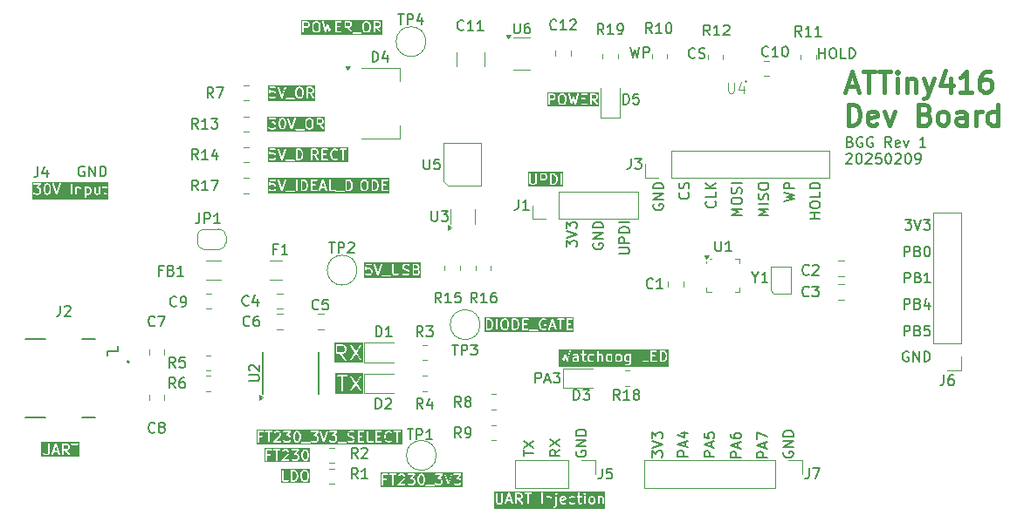
<source format=gbr>
%TF.GenerationSoftware,KiCad,Pcbnew,8.0.7*%
%TF.CreationDate,2025-02-09T15:31:53-05:00*%
%TF.ProjectId,ATTiny_416_Sensor_Board,41545469-6e79-45f3-9431-365f53656e73,rev?*%
%TF.SameCoordinates,Original*%
%TF.FileFunction,Legend,Top*%
%TF.FilePolarity,Positive*%
%FSLAX46Y46*%
G04 Gerber Fmt 4.6, Leading zero omitted, Abs format (unit mm)*
G04 Created by KiCad (PCBNEW 8.0.7) date 2025-02-09 15:31:53*
%MOMM*%
%LPD*%
G01*
G04 APERTURE LIST*
%ADD10C,0.150000*%
%ADD11C,0.400000*%
%ADD12C,0.100000*%
%ADD13C,0.120000*%
%ADD14C,0.127000*%
%ADD15C,0.200000*%
G04 APERTURE END LIST*
D10*
G36*
X116503066Y-88822410D02*
G01*
X116533473Y-88852817D01*
X116567731Y-88921333D01*
X116567731Y-89171637D01*
X116533472Y-89240153D01*
X116503065Y-89270561D01*
X116434550Y-89304819D01*
X116279484Y-89304819D01*
X116241541Y-89285847D01*
X116241541Y-88807123D01*
X116279484Y-88788152D01*
X116434550Y-88788152D01*
X116503066Y-88822410D01*
G37*
G36*
X112550685Y-88489077D02*
G01*
X112581092Y-88519484D01*
X112619585Y-88596471D01*
X112662969Y-88770005D01*
X112662969Y-88989632D01*
X112619585Y-89163166D01*
X112581091Y-89240153D01*
X112550684Y-89270561D01*
X112482169Y-89304819D01*
X112422341Y-89304819D01*
X112353825Y-89270561D01*
X112323418Y-89240153D01*
X112284924Y-89163166D01*
X112241541Y-88989632D01*
X112241541Y-88770005D01*
X112284924Y-88596471D01*
X112323418Y-88519484D01*
X112353825Y-88489077D01*
X112422341Y-88454819D01*
X112482169Y-88454819D01*
X112550685Y-88489077D01*
G37*
G36*
X118398830Y-89897822D02*
G01*
X110981871Y-89897822D01*
X110981871Y-88365187D01*
X111092982Y-88365187D01*
X111092982Y-88394451D01*
X111104181Y-88421487D01*
X111124873Y-88442179D01*
X111151909Y-88453378D01*
X111166541Y-88454819D01*
X111620306Y-88454819D01*
X111395812Y-88711383D01*
X111391290Y-88717707D01*
X111389895Y-88719103D01*
X111389346Y-88720426D01*
X111387261Y-88723344D01*
X111383359Y-88734881D01*
X111378696Y-88746139D01*
X111378696Y-88748669D01*
X111377886Y-88751065D01*
X111378696Y-88763218D01*
X111378696Y-88775403D01*
X111379663Y-88777739D01*
X111379832Y-88780263D01*
X111385234Y-88791188D01*
X111389895Y-88802439D01*
X111391681Y-88804225D01*
X111392804Y-88806495D01*
X111401976Y-88814520D01*
X111410587Y-88823131D01*
X111412923Y-88824099D01*
X111414828Y-88825765D01*
X111426365Y-88829666D01*
X111437623Y-88834330D01*
X111441193Y-88834681D01*
X111442549Y-88835140D01*
X111444516Y-88835008D01*
X111452255Y-88835771D01*
X111577407Y-88835771D01*
X111645923Y-88870029D01*
X111676330Y-88900436D01*
X111710588Y-88968952D01*
X111710588Y-89171637D01*
X111676329Y-89240153D01*
X111645922Y-89270561D01*
X111577407Y-89304819D01*
X111327103Y-89304819D01*
X111258587Y-89270561D01*
X111219575Y-89231548D01*
X111208209Y-89222220D01*
X111181173Y-89211021D01*
X111151910Y-89211021D01*
X111124874Y-89222219D01*
X111104181Y-89242912D01*
X111092982Y-89269948D01*
X111092982Y-89299211D01*
X111104180Y-89326247D01*
X111113507Y-89337612D01*
X111161126Y-89385232D01*
X111166875Y-89389950D01*
X111168176Y-89391450D01*
X111170435Y-89392872D01*
X111172492Y-89394560D01*
X111174319Y-89395317D01*
X111180619Y-89399282D01*
X111275857Y-89446901D01*
X111289588Y-89452156D01*
X111292277Y-89452347D01*
X111294766Y-89453378D01*
X111309398Y-89454819D01*
X111595112Y-89454819D01*
X111609744Y-89453378D01*
X111612233Y-89452346D01*
X111614921Y-89452156D01*
X111628653Y-89446901D01*
X111723891Y-89399282D01*
X111730190Y-89395317D01*
X111732018Y-89394560D01*
X111734074Y-89392872D01*
X111736334Y-89391450D01*
X111737634Y-89389950D01*
X111743384Y-89385232D01*
X111791002Y-89337613D01*
X111795720Y-89331863D01*
X111797219Y-89330564D01*
X111798640Y-89328305D01*
X111800330Y-89326247D01*
X111801087Y-89324417D01*
X111805051Y-89318121D01*
X111852670Y-89222883D01*
X111857925Y-89209152D01*
X111858116Y-89206462D01*
X111859147Y-89203974D01*
X111860588Y-89189342D01*
X111860588Y-88951247D01*
X111859147Y-88936615D01*
X111858116Y-88934126D01*
X111857925Y-88931437D01*
X111852670Y-88917706D01*
X111805051Y-88822468D01*
X111801086Y-88816168D01*
X111800329Y-88814341D01*
X111798640Y-88812284D01*
X111797219Y-88810025D01*
X111795720Y-88808725D01*
X111791002Y-88802976D01*
X111748797Y-88760771D01*
X112091541Y-88760771D01*
X112091541Y-88998866D01*
X112091792Y-89001419D01*
X112091630Y-89002512D01*
X112092439Y-89007985D01*
X112092982Y-89013498D01*
X112093404Y-89014519D01*
X112093780Y-89017056D01*
X112141399Y-89207532D01*
X112141784Y-89208611D01*
X112141823Y-89209151D01*
X112144150Y-89215232D01*
X112146346Y-89221378D01*
X112146668Y-89221813D01*
X112147078Y-89222883D01*
X112194697Y-89318121D01*
X112198660Y-89324417D01*
X112199418Y-89326247D01*
X112201107Y-89328305D01*
X112202529Y-89330564D01*
X112204027Y-89331863D01*
X112208745Y-89337612D01*
X112256364Y-89385232D01*
X112262113Y-89389950D01*
X112263414Y-89391450D01*
X112265673Y-89392872D01*
X112267730Y-89394560D01*
X112269557Y-89395317D01*
X112275857Y-89399282D01*
X112371095Y-89446901D01*
X112384826Y-89452156D01*
X112387515Y-89452347D01*
X112390004Y-89453378D01*
X112404636Y-89454819D01*
X112499874Y-89454819D01*
X112514506Y-89453378D01*
X112516995Y-89452346D01*
X112519683Y-89452156D01*
X112533415Y-89446901D01*
X112628653Y-89399282D01*
X112634952Y-89395317D01*
X112636780Y-89394560D01*
X112638836Y-89392872D01*
X112641096Y-89391450D01*
X112642396Y-89389950D01*
X112648146Y-89385232D01*
X112695764Y-89337613D01*
X112700482Y-89331863D01*
X112701981Y-89330564D01*
X112703402Y-89328305D01*
X112705092Y-89326247D01*
X112705849Y-89324417D01*
X112709813Y-89318121D01*
X112757432Y-89222883D01*
X112757841Y-89221813D01*
X112758164Y-89221378D01*
X112760356Y-89215241D01*
X112762687Y-89209152D01*
X112762725Y-89208611D01*
X112763111Y-89207532D01*
X112810730Y-89017056D01*
X112811105Y-89014519D01*
X112811528Y-89013498D01*
X112812070Y-89007985D01*
X112812880Y-89002512D01*
X112812717Y-89001419D01*
X112812969Y-88998866D01*
X112812969Y-88760771D01*
X112812717Y-88758217D01*
X112812880Y-88757125D01*
X112812070Y-88751651D01*
X112811528Y-88746139D01*
X112811105Y-88745117D01*
X112810730Y-88742581D01*
X112763111Y-88552105D01*
X112762725Y-88551025D01*
X112762687Y-88550485D01*
X112760356Y-88544395D01*
X112758164Y-88538259D01*
X112757841Y-88537823D01*
X112757432Y-88536754D01*
X112709813Y-88441516D01*
X112705848Y-88435216D01*
X112705091Y-88433389D01*
X112703402Y-88431332D01*
X112701981Y-88429073D01*
X112700482Y-88427773D01*
X112695764Y-88422024D01*
X112662939Y-88389199D01*
X112949273Y-88389199D01*
X112952533Y-88403536D01*
X113285866Y-89403536D01*
X113291860Y-89416961D01*
X113295370Y-89421008D01*
X113297767Y-89425802D01*
X113304875Y-89431967D01*
X113311034Y-89439068D01*
X113315823Y-89441462D01*
X113319874Y-89444976D01*
X113328799Y-89447950D01*
X113337207Y-89452155D01*
X113342551Y-89452534D01*
X113347637Y-89454230D01*
X113357017Y-89453563D01*
X113366397Y-89454230D01*
X113371482Y-89452534D01*
X113376827Y-89452155D01*
X113385237Y-89447949D01*
X113394159Y-89444976D01*
X113398206Y-89441465D01*
X113403000Y-89439069D01*
X113409163Y-89431963D01*
X113416267Y-89425802D01*
X113418662Y-89421010D01*
X113422174Y-89416962D01*
X113428168Y-89403536D01*
X113761501Y-88403536D01*
X113764761Y-88389200D01*
X113764094Y-88379819D01*
X114710589Y-88379819D01*
X114710589Y-89379819D01*
X114712030Y-89394451D01*
X114723229Y-89421487D01*
X114743921Y-89442179D01*
X114770957Y-89453378D01*
X114800221Y-89453378D01*
X114827257Y-89442179D01*
X114847949Y-89421487D01*
X114859148Y-89394451D01*
X114860589Y-89379819D01*
X114860589Y-88713152D01*
X115186779Y-88713152D01*
X115186779Y-89379819D01*
X115188220Y-89394451D01*
X115199419Y-89421487D01*
X115220111Y-89442179D01*
X115247147Y-89453378D01*
X115276411Y-89453378D01*
X115303447Y-89442179D01*
X115324139Y-89421487D01*
X115335338Y-89394451D01*
X115336779Y-89379819D01*
X115336779Y-88839456D01*
X115353825Y-88822410D01*
X115422341Y-88788152D01*
X115529788Y-88788152D01*
X115586829Y-88816672D01*
X115615350Y-88873714D01*
X115615350Y-89379819D01*
X115616791Y-89394451D01*
X115627990Y-89421487D01*
X115648682Y-89442179D01*
X115675718Y-89453378D01*
X115704982Y-89453378D01*
X115732018Y-89442179D01*
X115752710Y-89421487D01*
X115763909Y-89394451D01*
X115765350Y-89379819D01*
X115765350Y-88856009D01*
X115763909Y-88841377D01*
X115762878Y-88838888D01*
X115762687Y-88836199D01*
X115757432Y-88822468D01*
X115709813Y-88727230D01*
X115708272Y-88724782D01*
X115707888Y-88723629D01*
X115706642Y-88722192D01*
X115701981Y-88714787D01*
X115700096Y-88713152D01*
X116091541Y-88713152D01*
X116091541Y-89713152D01*
X116092982Y-89727784D01*
X116104181Y-89754820D01*
X116124873Y-89775512D01*
X116151909Y-89786711D01*
X116181173Y-89786711D01*
X116208209Y-89775512D01*
X116228901Y-89754820D01*
X116240100Y-89727784D01*
X116241541Y-89713152D01*
X116241541Y-89451992D01*
X116241969Y-89452156D01*
X116244658Y-89452347D01*
X116247147Y-89453378D01*
X116261779Y-89454819D01*
X116452255Y-89454819D01*
X116466887Y-89453378D01*
X116469376Y-89452346D01*
X116472064Y-89452156D01*
X116485796Y-89446901D01*
X116581034Y-89399282D01*
X116587333Y-89395317D01*
X116589161Y-89394560D01*
X116591217Y-89392872D01*
X116593477Y-89391450D01*
X116594777Y-89389950D01*
X116600527Y-89385232D01*
X116648145Y-89337613D01*
X116652863Y-89331863D01*
X116654362Y-89330564D01*
X116655783Y-89328305D01*
X116657473Y-89326247D01*
X116658230Y-89324417D01*
X116662194Y-89318121D01*
X116709813Y-89222883D01*
X116715068Y-89209152D01*
X116715259Y-89206462D01*
X116716290Y-89203974D01*
X116717731Y-89189342D01*
X116717731Y-88903628D01*
X116716290Y-88888996D01*
X116715259Y-88886507D01*
X116715068Y-88883818D01*
X116709813Y-88870087D01*
X116662194Y-88774849D01*
X116658229Y-88768549D01*
X116657472Y-88766722D01*
X116655783Y-88764665D01*
X116654362Y-88762406D01*
X116652863Y-88761106D01*
X116648145Y-88755357D01*
X116605940Y-88713152D01*
X116996303Y-88713152D01*
X116996303Y-89236961D01*
X116997744Y-89251593D01*
X116998775Y-89254082D01*
X116998966Y-89256770D01*
X117004221Y-89270502D01*
X117051840Y-89365741D01*
X117053380Y-89368187D01*
X117053765Y-89369342D01*
X117055011Y-89370779D01*
X117059672Y-89378183D01*
X117066774Y-89384342D01*
X117072938Y-89391450D01*
X117080343Y-89396111D01*
X117081780Y-89397357D01*
X117082933Y-89397741D01*
X117085381Y-89399282D01*
X117180619Y-89446901D01*
X117194350Y-89452156D01*
X117197039Y-89452347D01*
X117199528Y-89453378D01*
X117214160Y-89454819D01*
X117357017Y-89454819D01*
X117371649Y-89453378D01*
X117374138Y-89452346D01*
X117376826Y-89452156D01*
X117390558Y-89446901D01*
X117438804Y-89422777D01*
X117458206Y-89442179D01*
X117485242Y-89453378D01*
X117514506Y-89453378D01*
X117541542Y-89442179D01*
X117562234Y-89421487D01*
X117573433Y-89394451D01*
X117574874Y-89379819D01*
X117574874Y-88713152D01*
X117573433Y-88698520D01*
X117759649Y-88698520D01*
X117759649Y-88727784D01*
X117770848Y-88754820D01*
X117791540Y-88775512D01*
X117818576Y-88786711D01*
X117833208Y-88788152D01*
X117901065Y-88788152D01*
X117901065Y-89236961D01*
X117902506Y-89251593D01*
X117903537Y-89254082D01*
X117903728Y-89256770D01*
X117908983Y-89270502D01*
X117956602Y-89365741D01*
X117958142Y-89368187D01*
X117958527Y-89369342D01*
X117959773Y-89370779D01*
X117964434Y-89378183D01*
X117971536Y-89384342D01*
X117977700Y-89391450D01*
X117985105Y-89396111D01*
X117986542Y-89397357D01*
X117987695Y-89397741D01*
X117990143Y-89399282D01*
X118085381Y-89446901D01*
X118099112Y-89452156D01*
X118101801Y-89452347D01*
X118104290Y-89453378D01*
X118118922Y-89454819D01*
X118214160Y-89454819D01*
X118228792Y-89453378D01*
X118255828Y-89442179D01*
X118276520Y-89421487D01*
X118287719Y-89394451D01*
X118287719Y-89365187D01*
X118276520Y-89338151D01*
X118255828Y-89317459D01*
X118228792Y-89306260D01*
X118214160Y-89304819D01*
X118136627Y-89304819D01*
X118079585Y-89276298D01*
X118051065Y-89219256D01*
X118051065Y-88788152D01*
X118214160Y-88788152D01*
X118228792Y-88786711D01*
X118255828Y-88775512D01*
X118276520Y-88754820D01*
X118287719Y-88727784D01*
X118287719Y-88698520D01*
X118276520Y-88671484D01*
X118255828Y-88650792D01*
X118228792Y-88639593D01*
X118214160Y-88638152D01*
X118051065Y-88638152D01*
X118051065Y-88379819D01*
X118049624Y-88365187D01*
X118038425Y-88338151D01*
X118017733Y-88317459D01*
X117990697Y-88306260D01*
X117961433Y-88306260D01*
X117934397Y-88317459D01*
X117913705Y-88338151D01*
X117902506Y-88365187D01*
X117901065Y-88379819D01*
X117901065Y-88638152D01*
X117833208Y-88638152D01*
X117818576Y-88639593D01*
X117791540Y-88650792D01*
X117770848Y-88671484D01*
X117759649Y-88698520D01*
X117573433Y-88698520D01*
X117562234Y-88671484D01*
X117541542Y-88650792D01*
X117514506Y-88639593D01*
X117485242Y-88639593D01*
X117458206Y-88650792D01*
X117437514Y-88671484D01*
X117426315Y-88698520D01*
X117424874Y-88713152D01*
X117424874Y-89253514D01*
X117407827Y-89270561D01*
X117339312Y-89304819D01*
X117231865Y-89304819D01*
X117174823Y-89276298D01*
X117146303Y-89219256D01*
X117146303Y-88713152D01*
X117144862Y-88698520D01*
X117133663Y-88671484D01*
X117112971Y-88650792D01*
X117085935Y-88639593D01*
X117056671Y-88639593D01*
X117029635Y-88650792D01*
X117008943Y-88671484D01*
X116997744Y-88698520D01*
X116996303Y-88713152D01*
X116605940Y-88713152D01*
X116600526Y-88707738D01*
X116594776Y-88703019D01*
X116593477Y-88701521D01*
X116591217Y-88700099D01*
X116589161Y-88698411D01*
X116587333Y-88697653D01*
X116581034Y-88693689D01*
X116485796Y-88646070D01*
X116472064Y-88640815D01*
X116469376Y-88640624D01*
X116466887Y-88639593D01*
X116452255Y-88638152D01*
X116261779Y-88638152D01*
X116247147Y-88639593D01*
X116244658Y-88640623D01*
X116241969Y-88640815D01*
X116228238Y-88646070D01*
X116211737Y-88654320D01*
X116208209Y-88650792D01*
X116181173Y-88639593D01*
X116151909Y-88639593D01*
X116124873Y-88650792D01*
X116104181Y-88671484D01*
X116092982Y-88698520D01*
X116091541Y-88713152D01*
X115700096Y-88713152D01*
X115694876Y-88708625D01*
X115688715Y-88701521D01*
X115681309Y-88696859D01*
X115679873Y-88695614D01*
X115678719Y-88695229D01*
X115676272Y-88693689D01*
X115581034Y-88646070D01*
X115567302Y-88640815D01*
X115564614Y-88640624D01*
X115562125Y-88639593D01*
X115547493Y-88638152D01*
X115404636Y-88638152D01*
X115390004Y-88639593D01*
X115387515Y-88640623D01*
X115384826Y-88640815D01*
X115371095Y-88646070D01*
X115322848Y-88670193D01*
X115303447Y-88650792D01*
X115276411Y-88639593D01*
X115247147Y-88639593D01*
X115220111Y-88650792D01*
X115199419Y-88671484D01*
X115188220Y-88698520D01*
X115186779Y-88713152D01*
X114860589Y-88713152D01*
X114860589Y-88379819D01*
X114859148Y-88365187D01*
X114847949Y-88338151D01*
X114827257Y-88317459D01*
X114800221Y-88306260D01*
X114770957Y-88306260D01*
X114743921Y-88317459D01*
X114723229Y-88338151D01*
X114712030Y-88365187D01*
X114710589Y-88379819D01*
X113764094Y-88379819D01*
X113762686Y-88360010D01*
X113749600Y-88333836D01*
X113727492Y-88314662D01*
X113699730Y-88305408D01*
X113670540Y-88307483D01*
X113644367Y-88320570D01*
X113625193Y-88342677D01*
X113619199Y-88356102D01*
X113357017Y-89142648D01*
X113094835Y-88356102D01*
X113088841Y-88342676D01*
X113069667Y-88320569D01*
X113043494Y-88307483D01*
X113014304Y-88305408D01*
X112986541Y-88314662D01*
X112964434Y-88333836D01*
X112951348Y-88360009D01*
X112949273Y-88389199D01*
X112662939Y-88389199D01*
X112648145Y-88374405D01*
X112642395Y-88369686D01*
X112641096Y-88368188D01*
X112638836Y-88366766D01*
X112636780Y-88365078D01*
X112634952Y-88364320D01*
X112628653Y-88360356D01*
X112533415Y-88312737D01*
X112519683Y-88307482D01*
X112516995Y-88307291D01*
X112514506Y-88306260D01*
X112499874Y-88304819D01*
X112404636Y-88304819D01*
X112390004Y-88306260D01*
X112387515Y-88307290D01*
X112384826Y-88307482D01*
X112371095Y-88312737D01*
X112275857Y-88360356D01*
X112269557Y-88364320D01*
X112267730Y-88365078D01*
X112265673Y-88366766D01*
X112263414Y-88368188D01*
X112262114Y-88369686D01*
X112256365Y-88374405D01*
X112208746Y-88422024D01*
X112204027Y-88427773D01*
X112202529Y-88429073D01*
X112201107Y-88431332D01*
X112199419Y-88433389D01*
X112198661Y-88435216D01*
X112194697Y-88441516D01*
X112147078Y-88536754D01*
X112146668Y-88537823D01*
X112146346Y-88538259D01*
X112144150Y-88544404D01*
X112141823Y-88550486D01*
X112141784Y-88551025D01*
X112141399Y-88552105D01*
X112093780Y-88742581D01*
X112093404Y-88745117D01*
X112092982Y-88746139D01*
X112092439Y-88751651D01*
X112091630Y-88757125D01*
X112091792Y-88758217D01*
X112091541Y-88760771D01*
X111748797Y-88760771D01*
X111743383Y-88755357D01*
X111737633Y-88750638D01*
X111736334Y-88749140D01*
X111734074Y-88747718D01*
X111732018Y-88746030D01*
X111730190Y-88745272D01*
X111723891Y-88741308D01*
X111628653Y-88693689D01*
X111615135Y-88688516D01*
X111842031Y-88429207D01*
X111846552Y-88422882D01*
X111847948Y-88421487D01*
X111848496Y-88420163D01*
X111850582Y-88417246D01*
X111854483Y-88405708D01*
X111859147Y-88394451D01*
X111859147Y-88391920D01*
X111859957Y-88389525D01*
X111859147Y-88377371D01*
X111859147Y-88365187D01*
X111858179Y-88362850D01*
X111858011Y-88360327D01*
X111852608Y-88349401D01*
X111847948Y-88338151D01*
X111846161Y-88336364D01*
X111845039Y-88334095D01*
X111835866Y-88326069D01*
X111827256Y-88317459D01*
X111824919Y-88316490D01*
X111823015Y-88314825D01*
X111811477Y-88310923D01*
X111800220Y-88306260D01*
X111796649Y-88305908D01*
X111795294Y-88305450D01*
X111793326Y-88305581D01*
X111785588Y-88304819D01*
X111166541Y-88304819D01*
X111151909Y-88306260D01*
X111124873Y-88317459D01*
X111104181Y-88338151D01*
X111092982Y-88365187D01*
X110981871Y-88365187D01*
X110981871Y-88193708D01*
X118398830Y-88193708D01*
X118398830Y-89897822D01*
G37*
X158624819Y-114821404D02*
X158624819Y-114249976D01*
X159624819Y-114535690D02*
X158624819Y-114535690D01*
X158624819Y-114011880D02*
X159624819Y-113345214D01*
X158624819Y-113345214D02*
X159624819Y-114011880D01*
G36*
X137449836Y-88142490D02*
G01*
X137523949Y-88216603D01*
X137562442Y-88293590D01*
X137605826Y-88467124D01*
X137605826Y-88591513D01*
X137562442Y-88765047D01*
X137523948Y-88842034D01*
X137449836Y-88916147D01*
X137335323Y-88954319D01*
X137184398Y-88954319D01*
X137184398Y-88104319D01*
X137335323Y-88104319D01*
X137449836Y-88142490D01*
G37*
G36*
X141783170Y-88142490D02*
G01*
X141857283Y-88216603D01*
X141895776Y-88293590D01*
X141939160Y-88467124D01*
X141939160Y-88591513D01*
X141895776Y-88765047D01*
X141857282Y-88842034D01*
X141783170Y-88916147D01*
X141668657Y-88954319D01*
X141517732Y-88954319D01*
X141517732Y-88104319D01*
X141668657Y-88104319D01*
X141783170Y-88142490D01*
G37*
G36*
X143350685Y-88138577D02*
G01*
X143422627Y-88210519D01*
X143462969Y-88371886D01*
X143462969Y-88686751D01*
X143422627Y-88848117D01*
X143350684Y-88920061D01*
X143282169Y-88954319D01*
X143127103Y-88954319D01*
X143058587Y-88920061D01*
X142986644Y-88848117D01*
X142946303Y-88686751D01*
X142946303Y-88371886D01*
X142986644Y-88210519D01*
X143058587Y-88138577D01*
X143127103Y-88104319D01*
X143282169Y-88104319D01*
X143350685Y-88138577D01*
G37*
G36*
X144306979Y-88142490D02*
G01*
X144381092Y-88216603D01*
X144419585Y-88293590D01*
X144462969Y-88467124D01*
X144462969Y-88591513D01*
X144419585Y-88765047D01*
X144381091Y-88842034D01*
X144306979Y-88916147D01*
X144192466Y-88954319D01*
X144041541Y-88954319D01*
X144041541Y-88104319D01*
X144192466Y-88104319D01*
X144306979Y-88142490D01*
G37*
G36*
X139338674Y-88668604D02*
G01*
X139070598Y-88668604D01*
X139204636Y-88266489D01*
X139338674Y-88668604D01*
G37*
G36*
X145627401Y-89310668D02*
G01*
X133828399Y-89310668D01*
X133828399Y-89109925D01*
X135559649Y-89109925D01*
X135559649Y-89139189D01*
X135570848Y-89166225D01*
X135591540Y-89186917D01*
X135618576Y-89198116D01*
X135633208Y-89199557D01*
X136395112Y-89199557D01*
X136409744Y-89198116D01*
X136436780Y-89186917D01*
X136457472Y-89166225D01*
X136468671Y-89139189D01*
X136468671Y-89109925D01*
X136457472Y-89082889D01*
X136436780Y-89062197D01*
X136409744Y-89050998D01*
X136395112Y-89049557D01*
X135633208Y-89049557D01*
X135618576Y-89050998D01*
X135591540Y-89062197D01*
X135570848Y-89082889D01*
X135559649Y-89109925D01*
X133828399Y-89109925D01*
X133828399Y-88512749D01*
X133939510Y-88512749D01*
X133940601Y-88516364D01*
X133940601Y-88520140D01*
X133944795Y-88530265D01*
X133947963Y-88540765D01*
X133950354Y-88543688D01*
X133951800Y-88547177D01*
X133959553Y-88554930D01*
X133966494Y-88563413D01*
X133969820Y-88565197D01*
X133972492Y-88567869D01*
X133982619Y-88572064D01*
X133992281Y-88577247D01*
X133996040Y-88577622D01*
X133999529Y-88579068D01*
X134010490Y-88579068D01*
X134021400Y-88580159D01*
X134025016Y-88579068D01*
X134028791Y-88579068D01*
X134038916Y-88574873D01*
X134049416Y-88571706D01*
X134052339Y-88569314D01*
X134055828Y-88567869D01*
X134067193Y-88558542D01*
X134106206Y-88519529D01*
X134174722Y-88485271D01*
X134377407Y-88485271D01*
X134445923Y-88519529D01*
X134476330Y-88549936D01*
X134510588Y-88618452D01*
X134510588Y-88821137D01*
X134476329Y-88889653D01*
X134445922Y-88920061D01*
X134377407Y-88954319D01*
X134174722Y-88954319D01*
X134106206Y-88920061D01*
X134067194Y-88881048D01*
X134055828Y-88871720D01*
X134028792Y-88860521D01*
X133999529Y-88860521D01*
X133972493Y-88871719D01*
X133951800Y-88892412D01*
X133940601Y-88919448D01*
X133940601Y-88948711D01*
X133951799Y-88975747D01*
X133961126Y-88987112D01*
X134008745Y-89034732D01*
X134014494Y-89039450D01*
X134015795Y-89040950D01*
X134018054Y-89042372D01*
X134020111Y-89044060D01*
X134021938Y-89044817D01*
X134028238Y-89048782D01*
X134123476Y-89096401D01*
X134137207Y-89101656D01*
X134139896Y-89101847D01*
X134142385Y-89102878D01*
X134157017Y-89104319D01*
X134395112Y-89104319D01*
X134409744Y-89102878D01*
X134412233Y-89101846D01*
X134414921Y-89101656D01*
X134428653Y-89096401D01*
X134523891Y-89048782D01*
X134530190Y-89044817D01*
X134532018Y-89044060D01*
X134534074Y-89042372D01*
X134536334Y-89040950D01*
X134537634Y-89039450D01*
X134543384Y-89034732D01*
X134591002Y-88987113D01*
X134595720Y-88981363D01*
X134597219Y-88980064D01*
X134598640Y-88977805D01*
X134600330Y-88975747D01*
X134601087Y-88973917D01*
X134605051Y-88967621D01*
X134652670Y-88872383D01*
X134657925Y-88858652D01*
X134658116Y-88855962D01*
X134659147Y-88853474D01*
X134660588Y-88838842D01*
X134660588Y-88600747D01*
X134659147Y-88586115D01*
X134658116Y-88583626D01*
X134657925Y-88580937D01*
X134652670Y-88567206D01*
X134605051Y-88471968D01*
X134601086Y-88465668D01*
X134600329Y-88463841D01*
X134598640Y-88461784D01*
X134597219Y-88459525D01*
X134595720Y-88458225D01*
X134591002Y-88452476D01*
X134543383Y-88404857D01*
X134537633Y-88400138D01*
X134536334Y-88398640D01*
X134534074Y-88397218D01*
X134532018Y-88395530D01*
X134530190Y-88394772D01*
X134523891Y-88390808D01*
X134428653Y-88343189D01*
X134414921Y-88337934D01*
X134412233Y-88337743D01*
X134409744Y-88336712D01*
X134395112Y-88335271D01*
X134157017Y-88335271D01*
X134142385Y-88336712D01*
X134139896Y-88337742D01*
X134137207Y-88337934D01*
X134123476Y-88343189D01*
X134104834Y-88352509D01*
X134129653Y-88104319D01*
X134537969Y-88104319D01*
X134552601Y-88102878D01*
X134579637Y-88091679D01*
X134600329Y-88070987D01*
X134611528Y-88043951D01*
X134611528Y-88038699D01*
X134796892Y-88038699D01*
X134800152Y-88053036D01*
X135133485Y-89053036D01*
X135139479Y-89066461D01*
X135142989Y-89070508D01*
X135145386Y-89075302D01*
X135152494Y-89081467D01*
X135158653Y-89088568D01*
X135163442Y-89090962D01*
X135167493Y-89094476D01*
X135176418Y-89097450D01*
X135184826Y-89101655D01*
X135190170Y-89102034D01*
X135195256Y-89103730D01*
X135204636Y-89103063D01*
X135214016Y-89103730D01*
X135219101Y-89102034D01*
X135224446Y-89101655D01*
X135232856Y-89097449D01*
X135241778Y-89094476D01*
X135245825Y-89090965D01*
X135250619Y-89088569D01*
X135256782Y-89081463D01*
X135263886Y-89075302D01*
X135266281Y-89070510D01*
X135269793Y-89066462D01*
X135275787Y-89053036D01*
X135609120Y-88053036D01*
X135612380Y-88038700D01*
X135611713Y-88029319D01*
X136558208Y-88029319D01*
X136558208Y-89029319D01*
X136559649Y-89043951D01*
X136570848Y-89070987D01*
X136591540Y-89091679D01*
X136618576Y-89102878D01*
X136647840Y-89102878D01*
X136674876Y-89091679D01*
X136695568Y-89070987D01*
X136706767Y-89043951D01*
X136708208Y-89029319D01*
X136708208Y-88029319D01*
X137034398Y-88029319D01*
X137034398Y-89029319D01*
X137035839Y-89043951D01*
X137047038Y-89070987D01*
X137067730Y-89091679D01*
X137094766Y-89102878D01*
X137109398Y-89104319D01*
X137347493Y-89104319D01*
X137354898Y-89103589D01*
X137356873Y-89103730D01*
X137359470Y-89103139D01*
X137362125Y-89102878D01*
X137363956Y-89102119D01*
X137371210Y-89100470D01*
X137514067Y-89052851D01*
X137527492Y-89046857D01*
X137529527Y-89045091D01*
X137532018Y-89044060D01*
X137543383Y-89034733D01*
X137638622Y-88939493D01*
X137643339Y-88933744D01*
X137644838Y-88932445D01*
X137646259Y-88930186D01*
X137647949Y-88928128D01*
X137648706Y-88926298D01*
X137652670Y-88920002D01*
X137700289Y-88824764D01*
X137700698Y-88823694D01*
X137701021Y-88823259D01*
X137703213Y-88817122D01*
X137705544Y-88811033D01*
X137705582Y-88810492D01*
X137705968Y-88809413D01*
X137753587Y-88618937D01*
X137753962Y-88616400D01*
X137754385Y-88615379D01*
X137754927Y-88609866D01*
X137755737Y-88604393D01*
X137755574Y-88603300D01*
X137755826Y-88600747D01*
X137755826Y-88457890D01*
X137755574Y-88455336D01*
X137755737Y-88454244D01*
X137754927Y-88448770D01*
X137754385Y-88443258D01*
X137753962Y-88442236D01*
X137753587Y-88439700D01*
X137705968Y-88249224D01*
X137705582Y-88248144D01*
X137705544Y-88247604D01*
X137703213Y-88241514D01*
X137701021Y-88235378D01*
X137700698Y-88234942D01*
X137700289Y-88233873D01*
X137652670Y-88138635D01*
X137648707Y-88132340D01*
X137647949Y-88130508D01*
X137646257Y-88128446D01*
X137644838Y-88126192D01*
X137643341Y-88124893D01*
X137638621Y-88119143D01*
X137548797Y-88029319D01*
X138034398Y-88029319D01*
X138034398Y-89029319D01*
X138035839Y-89043951D01*
X138047038Y-89070987D01*
X138067730Y-89091679D01*
X138094766Y-89102878D01*
X138109398Y-89104319D01*
X138585588Y-89104319D01*
X138600220Y-89102878D01*
X138627256Y-89091679D01*
X138647948Y-89070987D01*
X138659147Y-89043951D01*
X138659147Y-89019939D01*
X138796892Y-89019939D01*
X138798967Y-89049129D01*
X138812053Y-89075302D01*
X138834160Y-89094476D01*
X138861923Y-89103730D01*
X138891113Y-89101655D01*
X138917286Y-89088569D01*
X138936460Y-89066462D01*
X138942454Y-89053036D01*
X139020598Y-88818604D01*
X139388674Y-88818604D01*
X139466818Y-89053036D01*
X139472812Y-89066461D01*
X139491986Y-89088568D01*
X139518159Y-89101655D01*
X139547349Y-89103730D01*
X139575111Y-89094476D01*
X139597219Y-89075302D01*
X139610305Y-89049128D01*
X139612380Y-89019938D01*
X139609120Y-89005602D01*
X139283693Y-88029319D01*
X139796303Y-88029319D01*
X139796303Y-89029319D01*
X139797744Y-89043951D01*
X139808943Y-89070987D01*
X139829635Y-89091679D01*
X139856671Y-89102878D01*
X139871303Y-89104319D01*
X140347493Y-89104319D01*
X140362125Y-89102878D01*
X140374156Y-89097894D01*
X140369173Y-89109925D01*
X140369173Y-89139189D01*
X140380372Y-89166225D01*
X140401064Y-89186917D01*
X140428100Y-89198116D01*
X140442732Y-89199557D01*
X141204636Y-89199557D01*
X141219268Y-89198116D01*
X141246304Y-89186917D01*
X141266996Y-89166225D01*
X141278195Y-89139189D01*
X141278195Y-89109925D01*
X141266996Y-89082889D01*
X141246304Y-89062197D01*
X141219268Y-89050998D01*
X141204636Y-89049557D01*
X140442732Y-89049557D01*
X140428100Y-89050998D01*
X140416068Y-89055981D01*
X140421052Y-89043951D01*
X140421052Y-89014687D01*
X140409853Y-88987651D01*
X140389161Y-88966959D01*
X140362125Y-88955760D01*
X140347493Y-88954319D01*
X139946303Y-88954319D01*
X139946303Y-88029319D01*
X141367732Y-88029319D01*
X141367732Y-89029319D01*
X141369173Y-89043951D01*
X141380372Y-89070987D01*
X141401064Y-89091679D01*
X141428100Y-89102878D01*
X141442732Y-89104319D01*
X141680827Y-89104319D01*
X141688232Y-89103589D01*
X141690207Y-89103730D01*
X141692804Y-89103139D01*
X141695459Y-89102878D01*
X141697290Y-89102119D01*
X141704544Y-89100470D01*
X141847401Y-89052851D01*
X141860826Y-89046857D01*
X141862861Y-89045091D01*
X141865352Y-89044060D01*
X141876717Y-89034733D01*
X141971956Y-88939493D01*
X141976673Y-88933744D01*
X141978172Y-88932445D01*
X141979593Y-88930186D01*
X141981283Y-88928128D01*
X141982040Y-88926298D01*
X141986004Y-88920002D01*
X142033623Y-88824764D01*
X142034032Y-88823694D01*
X142034355Y-88823259D01*
X142036547Y-88817122D01*
X142038878Y-88811033D01*
X142038916Y-88810492D01*
X142039302Y-88809413D01*
X142086921Y-88618937D01*
X142087296Y-88616400D01*
X142087719Y-88615379D01*
X142088261Y-88609866D01*
X142089071Y-88604393D01*
X142088908Y-88603300D01*
X142089160Y-88600747D01*
X142089160Y-88457890D01*
X142088908Y-88455336D01*
X142089071Y-88454244D01*
X142088261Y-88448770D01*
X142087719Y-88443258D01*
X142087296Y-88442236D01*
X142086921Y-88439700D01*
X142039302Y-88249224D01*
X142038916Y-88248144D01*
X142038878Y-88247604D01*
X142036547Y-88241514D01*
X142034355Y-88235378D01*
X142034032Y-88234942D01*
X142033623Y-88233873D01*
X141986004Y-88138635D01*
X141982041Y-88132340D01*
X141981283Y-88130508D01*
X141979591Y-88128446D01*
X141978172Y-88126192D01*
X141976675Y-88124893D01*
X141971955Y-88119143D01*
X141882131Y-88029319D01*
X142367732Y-88029319D01*
X142367732Y-89029319D01*
X142369173Y-89043951D01*
X142380372Y-89070987D01*
X142401064Y-89091679D01*
X142428100Y-89102878D01*
X142457364Y-89102878D01*
X142484400Y-89091679D01*
X142505092Y-89070987D01*
X142516291Y-89043951D01*
X142517732Y-89029319D01*
X142517732Y-88362652D01*
X142796303Y-88362652D01*
X142796303Y-88695985D01*
X142796554Y-88698538D01*
X142796392Y-88699631D01*
X142797201Y-88705104D01*
X142797744Y-88710617D01*
X142798166Y-88711638D01*
X142798542Y-88714175D01*
X142846161Y-88904651D01*
X142851108Y-88918497D01*
X142854427Y-88922976D01*
X142856561Y-88928128D01*
X142865889Y-88939494D01*
X142961127Y-89034733D01*
X142966877Y-89039453D01*
X142968176Y-89040950D01*
X142970430Y-89042369D01*
X142972492Y-89044061D01*
X142974324Y-89044819D01*
X142980619Y-89048782D01*
X143075857Y-89096401D01*
X143089588Y-89101656D01*
X143092277Y-89101847D01*
X143094766Y-89102878D01*
X143109398Y-89104319D01*
X143299874Y-89104319D01*
X143314506Y-89102878D01*
X143316995Y-89101846D01*
X143319683Y-89101656D01*
X143333415Y-89096401D01*
X143428653Y-89048782D01*
X143434952Y-89044817D01*
X143436780Y-89044060D01*
X143438836Y-89042371D01*
X143441096Y-89040950D01*
X143442395Y-89039451D01*
X143448145Y-89034733D01*
X143543384Y-88939493D01*
X143552711Y-88928128D01*
X143554844Y-88922976D01*
X143558164Y-88918497D01*
X143563111Y-88904651D01*
X143610730Y-88714175D01*
X143611105Y-88711638D01*
X143611528Y-88710617D01*
X143612070Y-88705104D01*
X143612880Y-88699631D01*
X143612717Y-88698538D01*
X143612969Y-88695985D01*
X143612969Y-88362652D01*
X143612717Y-88360098D01*
X143612880Y-88359006D01*
X143612070Y-88353532D01*
X143611528Y-88348020D01*
X143611105Y-88346998D01*
X143610730Y-88344462D01*
X143563111Y-88153986D01*
X143558164Y-88140140D01*
X143554845Y-88135661D01*
X143552711Y-88130508D01*
X143543383Y-88119143D01*
X143453559Y-88029319D01*
X143891541Y-88029319D01*
X143891541Y-89029319D01*
X143892982Y-89043951D01*
X143904181Y-89070987D01*
X143924873Y-89091679D01*
X143951909Y-89102878D01*
X143966541Y-89104319D01*
X144204636Y-89104319D01*
X144212041Y-89103589D01*
X144214016Y-89103730D01*
X144216613Y-89103139D01*
X144219268Y-89102878D01*
X144221099Y-89102119D01*
X144228353Y-89100470D01*
X144371210Y-89052851D01*
X144384635Y-89046857D01*
X144386670Y-89045091D01*
X144389161Y-89044060D01*
X144400526Y-89034733D01*
X144495765Y-88939493D01*
X144500482Y-88933744D01*
X144501981Y-88932445D01*
X144503402Y-88930186D01*
X144505092Y-88928128D01*
X144505849Y-88926298D01*
X144509813Y-88920002D01*
X144557432Y-88824764D01*
X144557841Y-88823694D01*
X144558164Y-88823259D01*
X144560356Y-88817122D01*
X144562687Y-88811033D01*
X144562725Y-88810492D01*
X144563111Y-88809413D01*
X144610730Y-88618937D01*
X144611105Y-88616400D01*
X144611528Y-88615379D01*
X144612070Y-88609866D01*
X144612880Y-88604393D01*
X144612717Y-88603300D01*
X144612969Y-88600747D01*
X144612969Y-88457890D01*
X144612717Y-88455336D01*
X144612880Y-88454244D01*
X144612070Y-88448770D01*
X144611528Y-88443258D01*
X144611105Y-88442236D01*
X144610730Y-88439700D01*
X144563111Y-88249224D01*
X144562725Y-88248144D01*
X144562687Y-88247604D01*
X144560356Y-88241514D01*
X144558164Y-88235378D01*
X144557841Y-88234942D01*
X144557432Y-88233873D01*
X144509813Y-88138635D01*
X144505850Y-88132340D01*
X144505092Y-88130508D01*
X144503400Y-88128446D01*
X144501981Y-88126192D01*
X144500484Y-88124893D01*
X144495764Y-88119143D01*
X144405940Y-88029319D01*
X144891541Y-88029319D01*
X144891541Y-89029319D01*
X144892982Y-89043951D01*
X144904181Y-89070987D01*
X144924873Y-89091679D01*
X144951909Y-89102878D01*
X144966541Y-89104319D01*
X145442731Y-89104319D01*
X145457363Y-89102878D01*
X145484399Y-89091679D01*
X145505091Y-89070987D01*
X145516290Y-89043951D01*
X145516290Y-89014687D01*
X145505091Y-88987651D01*
X145484399Y-88966959D01*
X145457363Y-88955760D01*
X145442731Y-88954319D01*
X145041541Y-88954319D01*
X145041541Y-88580509D01*
X145299874Y-88580509D01*
X145314506Y-88579068D01*
X145341542Y-88567869D01*
X145362234Y-88547177D01*
X145373433Y-88520141D01*
X145373433Y-88490877D01*
X145362234Y-88463841D01*
X145341542Y-88443149D01*
X145314506Y-88431950D01*
X145299874Y-88430509D01*
X145041541Y-88430509D01*
X145041541Y-88104319D01*
X145442731Y-88104319D01*
X145457363Y-88102878D01*
X145484399Y-88091679D01*
X145505091Y-88070987D01*
X145516290Y-88043951D01*
X145516290Y-88014687D01*
X145505091Y-87987651D01*
X145484399Y-87966959D01*
X145457363Y-87955760D01*
X145442731Y-87954319D01*
X144966541Y-87954319D01*
X144951909Y-87955760D01*
X144924873Y-87966959D01*
X144904181Y-87987651D01*
X144892982Y-88014687D01*
X144891541Y-88029319D01*
X144405940Y-88029319D01*
X144400526Y-88023905D01*
X144389161Y-88014578D01*
X144386670Y-88013546D01*
X144384635Y-88011781D01*
X144371210Y-88005787D01*
X144228353Y-87958168D01*
X144221099Y-87956518D01*
X144219268Y-87955760D01*
X144216613Y-87955498D01*
X144214016Y-87954908D01*
X144212041Y-87955048D01*
X144204636Y-87954319D01*
X143966541Y-87954319D01*
X143951909Y-87955760D01*
X143924873Y-87966959D01*
X143904181Y-87987651D01*
X143892982Y-88014687D01*
X143891541Y-88029319D01*
X143453559Y-88029319D01*
X143448145Y-88023905D01*
X143442395Y-88019186D01*
X143441096Y-88017688D01*
X143438836Y-88016266D01*
X143436780Y-88014578D01*
X143434952Y-88013820D01*
X143428653Y-88009856D01*
X143333415Y-87962237D01*
X143319683Y-87956982D01*
X143316995Y-87956791D01*
X143314506Y-87955760D01*
X143299874Y-87954319D01*
X143109398Y-87954319D01*
X143094766Y-87955760D01*
X143092277Y-87956790D01*
X143089588Y-87956982D01*
X143075857Y-87962237D01*
X142980619Y-88009856D01*
X142974324Y-88013818D01*
X142972492Y-88014577D01*
X142970430Y-88016268D01*
X142968176Y-88017688D01*
X142966877Y-88019184D01*
X142961127Y-88023905D01*
X142865889Y-88119143D01*
X142856562Y-88130508D01*
X142854428Y-88135658D01*
X142851108Y-88140140D01*
X142846161Y-88153986D01*
X142798542Y-88344462D01*
X142798166Y-88346998D01*
X142797744Y-88348020D01*
X142797201Y-88353532D01*
X142796392Y-88359006D01*
X142796554Y-88360098D01*
X142796303Y-88362652D01*
X142517732Y-88362652D01*
X142517732Y-88029319D01*
X142516291Y-88014687D01*
X142505092Y-87987651D01*
X142484400Y-87966959D01*
X142457364Y-87955760D01*
X142428100Y-87955760D01*
X142401064Y-87966959D01*
X142380372Y-87987651D01*
X142369173Y-88014687D01*
X142367732Y-88029319D01*
X141882131Y-88029319D01*
X141876717Y-88023905D01*
X141865352Y-88014578D01*
X141862861Y-88013546D01*
X141860826Y-88011781D01*
X141847401Y-88005787D01*
X141704544Y-87958168D01*
X141697290Y-87956518D01*
X141695459Y-87955760D01*
X141692804Y-87955498D01*
X141690207Y-87954908D01*
X141688232Y-87955048D01*
X141680827Y-87954319D01*
X141442732Y-87954319D01*
X141428100Y-87955760D01*
X141401064Y-87966959D01*
X141380372Y-87987651D01*
X141369173Y-88014687D01*
X141367732Y-88029319D01*
X139946303Y-88029319D01*
X139944862Y-88014687D01*
X139933663Y-87987651D01*
X139912971Y-87966959D01*
X139885935Y-87955760D01*
X139856671Y-87955760D01*
X139829635Y-87966959D01*
X139808943Y-87987651D01*
X139797744Y-88014687D01*
X139796303Y-88029319D01*
X139283693Y-88029319D01*
X139275787Y-88005602D01*
X139269793Y-87992176D01*
X139266281Y-87988127D01*
X139263886Y-87983336D01*
X139256782Y-87977174D01*
X139250619Y-87970069D01*
X139245825Y-87967672D01*
X139241778Y-87964162D01*
X139232856Y-87961188D01*
X139224446Y-87956983D01*
X139219101Y-87956603D01*
X139214016Y-87954908D01*
X139204636Y-87955574D01*
X139195256Y-87954908D01*
X139190170Y-87956603D01*
X139184826Y-87956983D01*
X139176418Y-87961187D01*
X139167493Y-87964162D01*
X139163442Y-87967675D01*
X139158653Y-87970070D01*
X139152494Y-87977170D01*
X139145386Y-87983336D01*
X139142989Y-87988129D01*
X139139479Y-87992177D01*
X139133485Y-88005602D01*
X138800152Y-89005602D01*
X138796892Y-89019939D01*
X138659147Y-89019939D01*
X138659147Y-89014687D01*
X138647948Y-88987651D01*
X138627256Y-88966959D01*
X138600220Y-88955760D01*
X138585588Y-88954319D01*
X138184398Y-88954319D01*
X138184398Y-88580509D01*
X138442731Y-88580509D01*
X138457363Y-88579068D01*
X138484399Y-88567869D01*
X138505091Y-88547177D01*
X138516290Y-88520141D01*
X138516290Y-88490877D01*
X138505091Y-88463841D01*
X138484399Y-88443149D01*
X138457363Y-88431950D01*
X138442731Y-88430509D01*
X138184398Y-88430509D01*
X138184398Y-88104319D01*
X138585588Y-88104319D01*
X138600220Y-88102878D01*
X138627256Y-88091679D01*
X138647948Y-88070987D01*
X138659147Y-88043951D01*
X138659147Y-88014687D01*
X138647948Y-87987651D01*
X138627256Y-87966959D01*
X138600220Y-87955760D01*
X138585588Y-87954319D01*
X138109398Y-87954319D01*
X138094766Y-87955760D01*
X138067730Y-87966959D01*
X138047038Y-87987651D01*
X138035839Y-88014687D01*
X138034398Y-88029319D01*
X137548797Y-88029319D01*
X137543383Y-88023905D01*
X137532018Y-88014578D01*
X137529527Y-88013546D01*
X137527492Y-88011781D01*
X137514067Y-88005787D01*
X137371210Y-87958168D01*
X137363956Y-87956518D01*
X137362125Y-87955760D01*
X137359470Y-87955498D01*
X137356873Y-87954908D01*
X137354898Y-87955048D01*
X137347493Y-87954319D01*
X137109398Y-87954319D01*
X137094766Y-87955760D01*
X137067730Y-87966959D01*
X137047038Y-87987651D01*
X137035839Y-88014687D01*
X137034398Y-88029319D01*
X136708208Y-88029319D01*
X136706767Y-88014687D01*
X136695568Y-87987651D01*
X136674876Y-87966959D01*
X136647840Y-87955760D01*
X136618576Y-87955760D01*
X136591540Y-87966959D01*
X136570848Y-87987651D01*
X136559649Y-88014687D01*
X136558208Y-88029319D01*
X135611713Y-88029319D01*
X135610305Y-88009510D01*
X135597219Y-87983336D01*
X135575111Y-87964162D01*
X135547349Y-87954908D01*
X135518159Y-87956983D01*
X135491986Y-87970070D01*
X135472812Y-87992177D01*
X135466818Y-88005602D01*
X135204636Y-88792148D01*
X134942454Y-88005602D01*
X134936460Y-87992176D01*
X134917286Y-87970069D01*
X134891113Y-87956983D01*
X134861923Y-87954908D01*
X134834160Y-87964162D01*
X134812053Y-87983336D01*
X134798967Y-88009509D01*
X134796892Y-88038699D01*
X134611528Y-88038699D01*
X134611528Y-88014687D01*
X134600329Y-87987651D01*
X134579637Y-87966959D01*
X134552601Y-87955760D01*
X134537969Y-87954319D01*
X134061779Y-87954319D01*
X134056367Y-87954851D01*
X134054539Y-87954669D01*
X134052752Y-87955207D01*
X134047147Y-87955760D01*
X134037020Y-87959954D01*
X134026523Y-87963122D01*
X134023599Y-87965513D01*
X134020111Y-87966959D01*
X134012357Y-87974712D01*
X134003875Y-87981653D01*
X134002090Y-87984979D01*
X133999419Y-87987651D01*
X133995223Y-87997780D01*
X133990041Y-88007440D01*
X133988933Y-88012964D01*
X133988220Y-88014687D01*
X133988220Y-88016523D01*
X133987151Y-88021856D01*
X133939532Y-88498046D01*
X133939510Y-88512749D01*
X133828399Y-88512749D01*
X133828399Y-87843208D01*
X145627401Y-87843208D01*
X145627401Y-89310668D01*
G37*
X195537030Y-103154319D02*
X195537030Y-102154319D01*
X195537030Y-102154319D02*
X195917982Y-102154319D01*
X195917982Y-102154319D02*
X196013220Y-102201938D01*
X196013220Y-102201938D02*
X196060839Y-102249557D01*
X196060839Y-102249557D02*
X196108458Y-102344795D01*
X196108458Y-102344795D02*
X196108458Y-102487652D01*
X196108458Y-102487652D02*
X196060839Y-102582890D01*
X196060839Y-102582890D02*
X196013220Y-102630509D01*
X196013220Y-102630509D02*
X195917982Y-102678128D01*
X195917982Y-102678128D02*
X195537030Y-102678128D01*
X196870363Y-102630509D02*
X197013220Y-102678128D01*
X197013220Y-102678128D02*
X197060839Y-102725747D01*
X197060839Y-102725747D02*
X197108458Y-102820985D01*
X197108458Y-102820985D02*
X197108458Y-102963842D01*
X197108458Y-102963842D02*
X197060839Y-103059080D01*
X197060839Y-103059080D02*
X197013220Y-103106700D01*
X197013220Y-103106700D02*
X196917982Y-103154319D01*
X196917982Y-103154319D02*
X196537030Y-103154319D01*
X196537030Y-103154319D02*
X196537030Y-102154319D01*
X196537030Y-102154319D02*
X196870363Y-102154319D01*
X196870363Y-102154319D02*
X196965601Y-102201938D01*
X196965601Y-102201938D02*
X197013220Y-102249557D01*
X197013220Y-102249557D02*
X197060839Y-102344795D01*
X197060839Y-102344795D02*
X197060839Y-102440033D01*
X197060839Y-102440033D02*
X197013220Y-102535271D01*
X197013220Y-102535271D02*
X196965601Y-102582890D01*
X196965601Y-102582890D02*
X196870363Y-102630509D01*
X196870363Y-102630509D02*
X196537030Y-102630509D01*
X198013220Y-102154319D02*
X197537030Y-102154319D01*
X197537030Y-102154319D02*
X197489411Y-102630509D01*
X197489411Y-102630509D02*
X197537030Y-102582890D01*
X197537030Y-102582890D02*
X197632268Y-102535271D01*
X197632268Y-102535271D02*
X197870363Y-102535271D01*
X197870363Y-102535271D02*
X197965601Y-102582890D01*
X197965601Y-102582890D02*
X198013220Y-102630509D01*
X198013220Y-102630509D02*
X198060839Y-102725747D01*
X198060839Y-102725747D02*
X198060839Y-102963842D01*
X198060839Y-102963842D02*
X198013220Y-103059080D01*
X198013220Y-103059080D02*
X197965601Y-103106700D01*
X197965601Y-103106700D02*
X197870363Y-103154319D01*
X197870363Y-103154319D02*
X197632268Y-103154319D01*
X197632268Y-103154319D02*
X197537030Y-103106700D01*
X197537030Y-103106700D02*
X197489411Y-103059080D01*
G36*
X135350685Y-82138577D02*
G01*
X135381092Y-82168984D01*
X135419585Y-82245971D01*
X135462969Y-82419505D01*
X135462969Y-82639132D01*
X135419585Y-82812666D01*
X135381091Y-82889653D01*
X135350684Y-82920061D01*
X135282169Y-82954319D01*
X135222341Y-82954319D01*
X135153825Y-82920061D01*
X135123418Y-82889653D01*
X135084924Y-82812666D01*
X135041541Y-82639132D01*
X135041541Y-82419505D01*
X135084924Y-82245971D01*
X135123418Y-82168984D01*
X135153825Y-82138577D01*
X135222341Y-82104319D01*
X135282169Y-82104319D01*
X135350685Y-82138577D01*
G37*
G36*
X138017352Y-82138577D02*
G01*
X138089294Y-82210519D01*
X138129636Y-82371886D01*
X138129636Y-82686751D01*
X138089294Y-82848117D01*
X138017351Y-82920061D01*
X137948836Y-82954319D01*
X137793770Y-82954319D01*
X137725254Y-82920061D01*
X137653311Y-82848117D01*
X137612970Y-82686751D01*
X137612970Y-82371886D01*
X137653311Y-82210519D01*
X137725254Y-82138577D01*
X137793770Y-82104319D01*
X137948836Y-82104319D01*
X138017352Y-82138577D01*
G37*
G36*
X139064971Y-82138577D02*
G01*
X139095378Y-82168984D01*
X139129636Y-82237500D01*
X139129636Y-82344947D01*
X139095378Y-82413463D01*
X139064971Y-82443870D01*
X138996455Y-82478128D01*
X138708208Y-82478128D01*
X138708208Y-82104319D01*
X138996455Y-82104319D01*
X139064971Y-82138577D01*
G37*
G36*
X139390747Y-83310668D02*
G01*
X133781871Y-83310668D01*
X133781871Y-83109925D01*
X136512030Y-83109925D01*
X136512030Y-83139189D01*
X136523229Y-83166225D01*
X136543921Y-83186917D01*
X136570957Y-83198116D01*
X136585589Y-83199557D01*
X137347493Y-83199557D01*
X137362125Y-83198116D01*
X137389161Y-83186917D01*
X137409853Y-83166225D01*
X137421052Y-83139189D01*
X137421052Y-83109925D01*
X137409853Y-83082889D01*
X137389161Y-83062197D01*
X137362125Y-83050998D01*
X137347493Y-83049557D01*
X136585589Y-83049557D01*
X136570957Y-83050998D01*
X136543921Y-83062197D01*
X136523229Y-83082889D01*
X136512030Y-83109925D01*
X133781871Y-83109925D01*
X133781871Y-82014687D01*
X133892982Y-82014687D01*
X133892982Y-82043951D01*
X133904181Y-82070987D01*
X133924873Y-82091679D01*
X133951909Y-82102878D01*
X133966541Y-82104319D01*
X134420306Y-82104319D01*
X134195812Y-82360883D01*
X134191290Y-82367207D01*
X134189895Y-82368603D01*
X134189346Y-82369926D01*
X134187261Y-82372844D01*
X134183359Y-82384381D01*
X134178696Y-82395639D01*
X134178696Y-82398169D01*
X134177886Y-82400565D01*
X134178696Y-82412718D01*
X134178696Y-82424903D01*
X134179663Y-82427239D01*
X134179832Y-82429763D01*
X134185234Y-82440688D01*
X134189895Y-82451939D01*
X134191681Y-82453725D01*
X134192804Y-82455995D01*
X134201976Y-82464020D01*
X134210587Y-82472631D01*
X134212923Y-82473599D01*
X134214828Y-82475265D01*
X134226365Y-82479166D01*
X134237623Y-82483830D01*
X134241193Y-82484181D01*
X134242549Y-82484640D01*
X134244516Y-82484508D01*
X134252255Y-82485271D01*
X134377407Y-82485271D01*
X134445923Y-82519529D01*
X134476330Y-82549936D01*
X134510588Y-82618452D01*
X134510588Y-82821137D01*
X134476329Y-82889653D01*
X134445922Y-82920061D01*
X134377407Y-82954319D01*
X134127103Y-82954319D01*
X134058587Y-82920061D01*
X134019575Y-82881048D01*
X134008209Y-82871720D01*
X133981173Y-82860521D01*
X133951910Y-82860521D01*
X133924874Y-82871719D01*
X133904181Y-82892412D01*
X133892982Y-82919448D01*
X133892982Y-82948711D01*
X133904180Y-82975747D01*
X133913507Y-82987112D01*
X133961126Y-83034732D01*
X133966875Y-83039450D01*
X133968176Y-83040950D01*
X133970435Y-83042372D01*
X133972492Y-83044060D01*
X133974319Y-83044817D01*
X133980619Y-83048782D01*
X134075857Y-83096401D01*
X134089588Y-83101656D01*
X134092277Y-83101847D01*
X134094766Y-83102878D01*
X134109398Y-83104319D01*
X134395112Y-83104319D01*
X134409744Y-83102878D01*
X134412233Y-83101846D01*
X134414921Y-83101656D01*
X134428653Y-83096401D01*
X134523891Y-83048782D01*
X134530190Y-83044817D01*
X134532018Y-83044060D01*
X134534074Y-83042372D01*
X134536334Y-83040950D01*
X134537634Y-83039450D01*
X134543384Y-83034732D01*
X134591002Y-82987113D01*
X134595720Y-82981363D01*
X134597219Y-82980064D01*
X134598640Y-82977805D01*
X134600330Y-82975747D01*
X134601087Y-82973917D01*
X134605051Y-82967621D01*
X134652670Y-82872383D01*
X134657925Y-82858652D01*
X134658116Y-82855962D01*
X134659147Y-82853474D01*
X134660588Y-82838842D01*
X134660588Y-82600747D01*
X134659147Y-82586115D01*
X134658116Y-82583626D01*
X134657925Y-82580937D01*
X134652670Y-82567206D01*
X134605051Y-82471968D01*
X134601086Y-82465668D01*
X134600329Y-82463841D01*
X134598640Y-82461784D01*
X134597219Y-82459525D01*
X134595720Y-82458225D01*
X134591002Y-82452476D01*
X134548797Y-82410271D01*
X134891541Y-82410271D01*
X134891541Y-82648366D01*
X134891792Y-82650919D01*
X134891630Y-82652012D01*
X134892439Y-82657485D01*
X134892982Y-82662998D01*
X134893404Y-82664019D01*
X134893780Y-82666556D01*
X134941399Y-82857032D01*
X134941784Y-82858111D01*
X134941823Y-82858651D01*
X134944150Y-82864732D01*
X134946346Y-82870878D01*
X134946668Y-82871313D01*
X134947078Y-82872383D01*
X134994697Y-82967621D01*
X134998660Y-82973917D01*
X134999418Y-82975747D01*
X135001107Y-82977805D01*
X135002529Y-82980064D01*
X135004027Y-82981363D01*
X135008745Y-82987112D01*
X135056364Y-83034732D01*
X135062113Y-83039450D01*
X135063414Y-83040950D01*
X135065673Y-83042372D01*
X135067730Y-83044060D01*
X135069557Y-83044817D01*
X135075857Y-83048782D01*
X135171095Y-83096401D01*
X135184826Y-83101656D01*
X135187515Y-83101847D01*
X135190004Y-83102878D01*
X135204636Y-83104319D01*
X135299874Y-83104319D01*
X135314506Y-83102878D01*
X135316995Y-83101846D01*
X135319683Y-83101656D01*
X135333415Y-83096401D01*
X135428653Y-83048782D01*
X135434952Y-83044817D01*
X135436780Y-83044060D01*
X135438836Y-83042372D01*
X135441096Y-83040950D01*
X135442396Y-83039450D01*
X135448146Y-83034732D01*
X135495764Y-82987113D01*
X135500482Y-82981363D01*
X135501981Y-82980064D01*
X135503402Y-82977805D01*
X135505092Y-82975747D01*
X135505849Y-82973917D01*
X135509813Y-82967621D01*
X135557432Y-82872383D01*
X135557841Y-82871313D01*
X135558164Y-82870878D01*
X135560356Y-82864741D01*
X135562687Y-82858652D01*
X135562725Y-82858111D01*
X135563111Y-82857032D01*
X135610730Y-82666556D01*
X135611105Y-82664019D01*
X135611528Y-82662998D01*
X135612070Y-82657485D01*
X135612880Y-82652012D01*
X135612717Y-82650919D01*
X135612969Y-82648366D01*
X135612969Y-82410271D01*
X135612717Y-82407717D01*
X135612880Y-82406625D01*
X135612070Y-82401151D01*
X135611528Y-82395639D01*
X135611105Y-82394617D01*
X135610730Y-82392081D01*
X135563111Y-82201605D01*
X135562725Y-82200525D01*
X135562687Y-82199985D01*
X135560356Y-82193895D01*
X135558164Y-82187759D01*
X135557841Y-82187323D01*
X135557432Y-82186254D01*
X135509813Y-82091016D01*
X135505848Y-82084716D01*
X135505091Y-82082889D01*
X135503402Y-82080832D01*
X135501981Y-82078573D01*
X135500482Y-82077273D01*
X135495764Y-82071524D01*
X135462939Y-82038699D01*
X135749273Y-82038699D01*
X135752533Y-82053036D01*
X136085866Y-83053036D01*
X136091860Y-83066461D01*
X136095370Y-83070508D01*
X136097767Y-83075302D01*
X136104875Y-83081467D01*
X136111034Y-83088568D01*
X136115823Y-83090962D01*
X136119874Y-83094476D01*
X136128799Y-83097450D01*
X136137207Y-83101655D01*
X136142551Y-83102034D01*
X136147637Y-83103730D01*
X136157017Y-83103063D01*
X136166397Y-83103730D01*
X136171482Y-83102034D01*
X136176827Y-83101655D01*
X136185237Y-83097449D01*
X136194159Y-83094476D01*
X136198206Y-83090965D01*
X136203000Y-83088569D01*
X136209163Y-83081463D01*
X136216267Y-83075302D01*
X136218662Y-83070510D01*
X136222174Y-83066462D01*
X136228168Y-83053036D01*
X136458296Y-82362652D01*
X137462970Y-82362652D01*
X137462970Y-82695985D01*
X137463221Y-82698538D01*
X137463059Y-82699631D01*
X137463868Y-82705104D01*
X137464411Y-82710617D01*
X137464833Y-82711638D01*
X137465209Y-82714175D01*
X137512828Y-82904651D01*
X137517775Y-82918497D01*
X137521094Y-82922976D01*
X137523228Y-82928128D01*
X137532556Y-82939494D01*
X137627794Y-83034733D01*
X137633544Y-83039453D01*
X137634843Y-83040950D01*
X137637097Y-83042369D01*
X137639159Y-83044061D01*
X137640991Y-83044819D01*
X137647286Y-83048782D01*
X137742524Y-83096401D01*
X137756255Y-83101656D01*
X137758944Y-83101847D01*
X137761433Y-83102878D01*
X137776065Y-83104319D01*
X137966541Y-83104319D01*
X137981173Y-83102878D01*
X137983662Y-83101846D01*
X137986350Y-83101656D01*
X138000082Y-83096401D01*
X138095320Y-83048782D01*
X138101619Y-83044817D01*
X138103447Y-83044060D01*
X138105503Y-83042371D01*
X138107763Y-83040950D01*
X138109062Y-83039451D01*
X138114812Y-83034733D01*
X138210051Y-82939493D01*
X138219378Y-82928128D01*
X138221511Y-82922976D01*
X138224831Y-82918497D01*
X138229778Y-82904651D01*
X138277397Y-82714175D01*
X138277772Y-82711638D01*
X138278195Y-82710617D01*
X138278737Y-82705104D01*
X138279547Y-82699631D01*
X138279384Y-82698538D01*
X138279636Y-82695985D01*
X138279636Y-82362652D01*
X138279384Y-82360098D01*
X138279547Y-82359006D01*
X138278737Y-82353532D01*
X138278195Y-82348020D01*
X138277772Y-82346998D01*
X138277397Y-82344462D01*
X138229778Y-82153986D01*
X138224831Y-82140140D01*
X138221512Y-82135661D01*
X138219378Y-82130508D01*
X138210050Y-82119143D01*
X138120226Y-82029319D01*
X138558208Y-82029319D01*
X138558208Y-83029319D01*
X138559649Y-83043951D01*
X138570848Y-83070987D01*
X138591540Y-83091679D01*
X138618576Y-83102878D01*
X138647840Y-83102878D01*
X138674876Y-83091679D01*
X138695568Y-83070987D01*
X138706767Y-83043951D01*
X138708208Y-83029319D01*
X138708208Y-82628128D01*
X138832254Y-82628128D01*
X139143194Y-83072329D01*
X139152765Y-83083489D01*
X139177444Y-83099216D01*
X139206261Y-83104302D01*
X139234832Y-83097972D01*
X139258806Y-83081190D01*
X139274533Y-83056512D01*
X139279618Y-83027694D01*
X139273289Y-82999123D01*
X139266079Y-82986310D01*
X139015275Y-82628018D01*
X139028792Y-82626687D01*
X139031281Y-82625655D01*
X139033969Y-82625465D01*
X139047701Y-82620210D01*
X139142939Y-82572591D01*
X139149238Y-82568626D01*
X139151066Y-82567869D01*
X139153122Y-82566180D01*
X139155382Y-82564759D01*
X139156681Y-82563260D01*
X139162431Y-82558542D01*
X139210050Y-82510923D01*
X139214768Y-82505173D01*
X139216267Y-82503874D01*
X139217688Y-82501614D01*
X139219377Y-82499558D01*
X139220134Y-82497730D01*
X139224099Y-82491431D01*
X139271718Y-82396193D01*
X139276973Y-82382462D01*
X139277164Y-82379772D01*
X139278195Y-82377284D01*
X139279636Y-82362652D01*
X139279636Y-82219795D01*
X139278195Y-82205163D01*
X139277164Y-82202674D01*
X139276973Y-82199985D01*
X139271718Y-82186254D01*
X139224099Y-82091016D01*
X139220134Y-82084716D01*
X139219377Y-82082889D01*
X139217688Y-82080832D01*
X139216267Y-82078573D01*
X139214768Y-82077273D01*
X139210050Y-82071524D01*
X139162431Y-82023905D01*
X139156681Y-82019186D01*
X139155382Y-82017688D01*
X139153122Y-82016266D01*
X139151066Y-82014578D01*
X139149238Y-82013820D01*
X139142939Y-82009856D01*
X139047701Y-81962237D01*
X139033969Y-81956982D01*
X139031281Y-81956791D01*
X139028792Y-81955760D01*
X139014160Y-81954319D01*
X138633208Y-81954319D01*
X138618576Y-81955760D01*
X138591540Y-81966959D01*
X138570848Y-81987651D01*
X138559649Y-82014687D01*
X138558208Y-82029319D01*
X138120226Y-82029319D01*
X138114812Y-82023905D01*
X138109062Y-82019186D01*
X138107763Y-82017688D01*
X138105503Y-82016266D01*
X138103447Y-82014578D01*
X138101619Y-82013820D01*
X138095320Y-82009856D01*
X138000082Y-81962237D01*
X137986350Y-81956982D01*
X137983662Y-81956791D01*
X137981173Y-81955760D01*
X137966541Y-81954319D01*
X137776065Y-81954319D01*
X137761433Y-81955760D01*
X137758944Y-81956790D01*
X137756255Y-81956982D01*
X137742524Y-81962237D01*
X137647286Y-82009856D01*
X137640991Y-82013818D01*
X137639159Y-82014577D01*
X137637097Y-82016268D01*
X137634843Y-82017688D01*
X137633544Y-82019184D01*
X137627794Y-82023905D01*
X137532556Y-82119143D01*
X137523229Y-82130508D01*
X137521095Y-82135658D01*
X137517775Y-82140140D01*
X137512828Y-82153986D01*
X137465209Y-82344462D01*
X137464833Y-82346998D01*
X137464411Y-82348020D01*
X137463868Y-82353532D01*
X137463059Y-82359006D01*
X137463221Y-82360098D01*
X137462970Y-82362652D01*
X136458296Y-82362652D01*
X136561501Y-82053036D01*
X136564761Y-82038700D01*
X136562686Y-82009510D01*
X136549600Y-81983336D01*
X136527492Y-81964162D01*
X136499730Y-81954908D01*
X136470540Y-81956983D01*
X136444367Y-81970070D01*
X136425193Y-81992177D01*
X136419199Y-82005602D01*
X136157017Y-82792148D01*
X135894835Y-82005602D01*
X135888841Y-81992176D01*
X135869667Y-81970069D01*
X135843494Y-81956983D01*
X135814304Y-81954908D01*
X135786541Y-81964162D01*
X135764434Y-81983336D01*
X135751348Y-82009509D01*
X135749273Y-82038699D01*
X135462939Y-82038699D01*
X135448145Y-82023905D01*
X135442395Y-82019186D01*
X135441096Y-82017688D01*
X135438836Y-82016266D01*
X135436780Y-82014578D01*
X135434952Y-82013820D01*
X135428653Y-82009856D01*
X135333415Y-81962237D01*
X135319683Y-81956982D01*
X135316995Y-81956791D01*
X135314506Y-81955760D01*
X135299874Y-81954319D01*
X135204636Y-81954319D01*
X135190004Y-81955760D01*
X135187515Y-81956790D01*
X135184826Y-81956982D01*
X135171095Y-81962237D01*
X135075857Y-82009856D01*
X135069557Y-82013820D01*
X135067730Y-82014578D01*
X135065673Y-82016266D01*
X135063414Y-82017688D01*
X135062114Y-82019186D01*
X135056365Y-82023905D01*
X135008746Y-82071524D01*
X135004027Y-82077273D01*
X135002529Y-82078573D01*
X135001107Y-82080832D01*
X134999419Y-82082889D01*
X134998661Y-82084716D01*
X134994697Y-82091016D01*
X134947078Y-82186254D01*
X134946668Y-82187323D01*
X134946346Y-82187759D01*
X134944150Y-82193904D01*
X134941823Y-82199986D01*
X134941784Y-82200525D01*
X134941399Y-82201605D01*
X134893780Y-82392081D01*
X134893404Y-82394617D01*
X134892982Y-82395639D01*
X134892439Y-82401151D01*
X134891630Y-82406625D01*
X134891792Y-82407717D01*
X134891541Y-82410271D01*
X134548797Y-82410271D01*
X134543383Y-82404857D01*
X134537633Y-82400138D01*
X134536334Y-82398640D01*
X134534074Y-82397218D01*
X134532018Y-82395530D01*
X134530190Y-82394772D01*
X134523891Y-82390808D01*
X134428653Y-82343189D01*
X134415135Y-82338016D01*
X134642031Y-82078707D01*
X134646552Y-82072382D01*
X134647948Y-82070987D01*
X134648496Y-82069663D01*
X134650582Y-82066746D01*
X134654483Y-82055208D01*
X134659147Y-82043951D01*
X134659147Y-82041420D01*
X134659957Y-82039025D01*
X134659147Y-82026871D01*
X134659147Y-82014687D01*
X134658179Y-82012350D01*
X134658011Y-82009827D01*
X134652608Y-81998901D01*
X134647948Y-81987651D01*
X134646161Y-81985864D01*
X134645039Y-81983595D01*
X134635866Y-81975569D01*
X134627256Y-81966959D01*
X134624919Y-81965990D01*
X134623015Y-81964325D01*
X134611477Y-81960423D01*
X134600220Y-81955760D01*
X134596649Y-81955408D01*
X134595294Y-81954950D01*
X134593326Y-81955081D01*
X134585588Y-81954319D01*
X133966541Y-81954319D01*
X133951909Y-81955760D01*
X133924873Y-81966959D01*
X133904181Y-81987651D01*
X133892982Y-82014687D01*
X133781871Y-82014687D01*
X133781871Y-81843208D01*
X139390747Y-81843208D01*
X139390747Y-83310668D01*
G37*
X195537030Y-100554319D02*
X195537030Y-99554319D01*
X195537030Y-99554319D02*
X195917982Y-99554319D01*
X195917982Y-99554319D02*
X196013220Y-99601938D01*
X196013220Y-99601938D02*
X196060839Y-99649557D01*
X196060839Y-99649557D02*
X196108458Y-99744795D01*
X196108458Y-99744795D02*
X196108458Y-99887652D01*
X196108458Y-99887652D02*
X196060839Y-99982890D01*
X196060839Y-99982890D02*
X196013220Y-100030509D01*
X196013220Y-100030509D02*
X195917982Y-100078128D01*
X195917982Y-100078128D02*
X195537030Y-100078128D01*
X196870363Y-100030509D02*
X197013220Y-100078128D01*
X197013220Y-100078128D02*
X197060839Y-100125747D01*
X197060839Y-100125747D02*
X197108458Y-100220985D01*
X197108458Y-100220985D02*
X197108458Y-100363842D01*
X197108458Y-100363842D02*
X197060839Y-100459080D01*
X197060839Y-100459080D02*
X197013220Y-100506700D01*
X197013220Y-100506700D02*
X196917982Y-100554319D01*
X196917982Y-100554319D02*
X196537030Y-100554319D01*
X196537030Y-100554319D02*
X196537030Y-99554319D01*
X196537030Y-99554319D02*
X196870363Y-99554319D01*
X196870363Y-99554319D02*
X196965601Y-99601938D01*
X196965601Y-99601938D02*
X197013220Y-99649557D01*
X197013220Y-99649557D02*
X197060839Y-99744795D01*
X197060839Y-99744795D02*
X197060839Y-99840033D01*
X197060839Y-99840033D02*
X197013220Y-99935271D01*
X197013220Y-99935271D02*
X196965601Y-99982890D01*
X196965601Y-99982890D02*
X196870363Y-100030509D01*
X196870363Y-100030509D02*
X196537030Y-100030509D01*
X197965601Y-99887652D02*
X197965601Y-100554319D01*
X197727506Y-99506700D02*
X197489411Y-100220985D01*
X197489411Y-100220985D02*
X198108458Y-100220985D01*
X179804819Y-91479135D02*
X178804819Y-91479135D01*
X178804819Y-91479135D02*
X179519104Y-91145802D01*
X179519104Y-91145802D02*
X178804819Y-90812469D01*
X178804819Y-90812469D02*
X179804819Y-90812469D01*
X178804819Y-90145802D02*
X178804819Y-89955326D01*
X178804819Y-89955326D02*
X178852438Y-89860088D01*
X178852438Y-89860088D02*
X178947676Y-89764850D01*
X178947676Y-89764850D02*
X179138152Y-89717231D01*
X179138152Y-89717231D02*
X179471485Y-89717231D01*
X179471485Y-89717231D02*
X179661961Y-89764850D01*
X179661961Y-89764850D02*
X179757200Y-89860088D01*
X179757200Y-89860088D02*
X179804819Y-89955326D01*
X179804819Y-89955326D02*
X179804819Y-90145802D01*
X179804819Y-90145802D02*
X179757200Y-90241040D01*
X179757200Y-90241040D02*
X179661961Y-90336278D01*
X179661961Y-90336278D02*
X179471485Y-90383897D01*
X179471485Y-90383897D02*
X179138152Y-90383897D01*
X179138152Y-90383897D02*
X178947676Y-90336278D01*
X178947676Y-90336278D02*
X178852438Y-90241040D01*
X178852438Y-90241040D02*
X178804819Y-90145802D01*
X179757200Y-89336278D02*
X179804819Y-89193421D01*
X179804819Y-89193421D02*
X179804819Y-88955326D01*
X179804819Y-88955326D02*
X179757200Y-88860088D01*
X179757200Y-88860088D02*
X179709580Y-88812469D01*
X179709580Y-88812469D02*
X179614342Y-88764850D01*
X179614342Y-88764850D02*
X179519104Y-88764850D01*
X179519104Y-88764850D02*
X179423866Y-88812469D01*
X179423866Y-88812469D02*
X179376247Y-88860088D01*
X179376247Y-88860088D02*
X179328628Y-88955326D01*
X179328628Y-88955326D02*
X179281009Y-89145802D01*
X179281009Y-89145802D02*
X179233390Y-89241040D01*
X179233390Y-89241040D02*
X179185771Y-89288659D01*
X179185771Y-89288659D02*
X179090533Y-89336278D01*
X179090533Y-89336278D02*
X178995295Y-89336278D01*
X178995295Y-89336278D02*
X178900057Y-89288659D01*
X178900057Y-89288659D02*
X178852438Y-89241040D01*
X178852438Y-89241040D02*
X178804819Y-89145802D01*
X178804819Y-89145802D02*
X178804819Y-88907707D01*
X178804819Y-88907707D02*
X178852438Y-88764850D01*
X179804819Y-88336278D02*
X178804819Y-88336278D01*
X171104819Y-114957958D02*
X171104819Y-114338911D01*
X171104819Y-114338911D02*
X171485771Y-114672244D01*
X171485771Y-114672244D02*
X171485771Y-114529387D01*
X171485771Y-114529387D02*
X171533390Y-114434149D01*
X171533390Y-114434149D02*
X171581009Y-114386530D01*
X171581009Y-114386530D02*
X171676247Y-114338911D01*
X171676247Y-114338911D02*
X171914342Y-114338911D01*
X171914342Y-114338911D02*
X172009580Y-114386530D01*
X172009580Y-114386530D02*
X172057200Y-114434149D01*
X172057200Y-114434149D02*
X172104819Y-114529387D01*
X172104819Y-114529387D02*
X172104819Y-114815101D01*
X172104819Y-114815101D02*
X172057200Y-114910339D01*
X172057200Y-114910339D02*
X172009580Y-114957958D01*
X171104819Y-114053196D02*
X172104819Y-113719863D01*
X172104819Y-113719863D02*
X171104819Y-113386530D01*
X171104819Y-113148434D02*
X171104819Y-112529387D01*
X171104819Y-112529387D02*
X171485771Y-112862720D01*
X171485771Y-112862720D02*
X171485771Y-112719863D01*
X171485771Y-112719863D02*
X171533390Y-112624625D01*
X171533390Y-112624625D02*
X171581009Y-112577006D01*
X171581009Y-112577006D02*
X171676247Y-112529387D01*
X171676247Y-112529387D02*
X171914342Y-112529387D01*
X171914342Y-112529387D02*
X172009580Y-112577006D01*
X172009580Y-112577006D02*
X172057200Y-112624625D01*
X172057200Y-112624625D02*
X172104819Y-112719863D01*
X172104819Y-112719863D02*
X172104819Y-113005577D01*
X172104819Y-113005577D02*
X172057200Y-113100815D01*
X172057200Y-113100815D02*
X172009580Y-113148434D01*
G36*
X141182246Y-104176196D02*
G01*
X141236463Y-104230412D01*
X141294530Y-104346546D01*
X141294530Y-104525423D01*
X141236462Y-104641558D01*
X141182246Y-104695774D01*
X141066111Y-104753842D01*
X140587387Y-104753842D01*
X140587387Y-104118128D01*
X141066111Y-104118128D01*
X141182246Y-104176196D01*
G37*
G36*
X143111197Y-105784795D02*
G01*
X140270720Y-105784795D01*
X140270720Y-104043128D01*
X140437387Y-104043128D01*
X140437387Y-105543128D01*
X140438828Y-105557760D01*
X140450027Y-105584796D01*
X140470719Y-105605488D01*
X140497755Y-105616687D01*
X140527019Y-105616687D01*
X140554055Y-105605488D01*
X140574747Y-105584796D01*
X140585946Y-105557760D01*
X140587387Y-105543128D01*
X140587387Y-104903842D01*
X140830481Y-104903842D01*
X141308088Y-105586138D01*
X141317659Y-105597298D01*
X141342338Y-105613025D01*
X141371155Y-105618110D01*
X141399726Y-105611781D01*
X141423700Y-105594999D01*
X141439427Y-105570320D01*
X141444512Y-105541503D01*
X141438183Y-105512932D01*
X141430972Y-105500118D01*
X141013579Y-104903842D01*
X141083816Y-104903842D01*
X141098448Y-104902401D01*
X141100937Y-104901369D01*
X141103625Y-104901179D01*
X141117357Y-104895924D01*
X141260214Y-104824496D01*
X141266513Y-104820531D01*
X141268341Y-104819774D01*
X141270397Y-104818085D01*
X141272657Y-104816664D01*
X141273956Y-104815165D01*
X141279706Y-104810447D01*
X141351135Y-104739018D01*
X141355855Y-104733267D01*
X141357352Y-104731969D01*
X141358771Y-104729714D01*
X141360463Y-104727653D01*
X141361221Y-104725820D01*
X141365184Y-104719526D01*
X141436612Y-104576669D01*
X141441867Y-104562937D01*
X141442057Y-104560249D01*
X141443089Y-104557760D01*
X141444530Y-104543128D01*
X141444530Y-104328842D01*
X141443089Y-104314210D01*
X141442057Y-104311720D01*
X141441867Y-104309033D01*
X141436612Y-104295301D01*
X141365184Y-104152444D01*
X141361219Y-104146144D01*
X141360462Y-104144317D01*
X141358773Y-104142260D01*
X141357352Y-104140001D01*
X141355853Y-104138701D01*
X141351135Y-104132952D01*
X141279706Y-104061524D01*
X141273956Y-104056805D01*
X141272657Y-104055307D01*
X141270398Y-104053885D01*
X141268340Y-104052196D01*
X141266510Y-104051438D01*
X141260214Y-104047475D01*
X141251362Y-104043049D01*
X141794530Y-104043049D01*
X141800209Y-104071757D01*
X141807126Y-104084731D01*
X142279390Y-104793128D01*
X141807126Y-105501525D01*
X141800209Y-105514499D01*
X141794530Y-105543207D01*
X141800269Y-105571901D01*
X141816552Y-105596216D01*
X141840901Y-105612449D01*
X141869609Y-105618128D01*
X141898303Y-105612389D01*
X141922618Y-105596106D01*
X141931934Y-105584731D01*
X142369529Y-104928336D01*
X142807126Y-105584731D01*
X142816442Y-105596106D01*
X142840757Y-105612389D01*
X142869451Y-105618128D01*
X142898159Y-105612449D01*
X142922508Y-105596217D01*
X142938791Y-105571902D01*
X142944530Y-105543207D01*
X142938851Y-105514500D01*
X142931934Y-105501526D01*
X142459668Y-104793128D01*
X142931934Y-104084730D01*
X142938851Y-104071756D01*
X142944530Y-104043049D01*
X142938791Y-104014354D01*
X142922508Y-103990039D01*
X142898159Y-103973807D01*
X142869451Y-103968128D01*
X142840757Y-103973867D01*
X142816442Y-103990150D01*
X142807126Y-104001525D01*
X142369529Y-104657919D01*
X141931934Y-104001525D01*
X141922618Y-103990150D01*
X141898303Y-103973867D01*
X141869609Y-103968128D01*
X141840901Y-103973807D01*
X141816552Y-103990040D01*
X141800269Y-104014355D01*
X141794530Y-104043049D01*
X141251362Y-104043049D01*
X141117357Y-103976046D01*
X141103626Y-103970791D01*
X141100936Y-103970599D01*
X141098448Y-103969569D01*
X141083816Y-103968128D01*
X140512387Y-103968128D01*
X140497755Y-103969569D01*
X140470719Y-103980768D01*
X140450027Y-104001460D01*
X140438828Y-104028496D01*
X140437387Y-104043128D01*
X140270720Y-104043128D01*
X140270720Y-103801461D01*
X143111197Y-103801461D01*
X143111197Y-105784795D01*
G37*
G36*
X143111197Y-108784795D02*
G01*
X140415019Y-108784795D01*
X140415019Y-107028496D01*
X140581686Y-107028496D01*
X140581686Y-107057760D01*
X140592885Y-107084796D01*
X140613577Y-107105488D01*
X140640613Y-107116687D01*
X140655245Y-107118128D01*
X141008816Y-107118128D01*
X141008816Y-108543128D01*
X141010257Y-108557760D01*
X141021456Y-108584796D01*
X141042148Y-108605488D01*
X141069184Y-108616687D01*
X141098448Y-108616687D01*
X141125484Y-108605488D01*
X141146176Y-108584796D01*
X141157375Y-108557760D01*
X141158816Y-108543128D01*
X141158816Y-107118128D01*
X141512388Y-107118128D01*
X141527020Y-107116687D01*
X141554056Y-107105488D01*
X141574748Y-107084796D01*
X141585947Y-107057760D01*
X141585947Y-107043049D01*
X141794530Y-107043049D01*
X141800209Y-107071757D01*
X141807126Y-107084731D01*
X142279390Y-107793128D01*
X141807126Y-108501525D01*
X141800209Y-108514499D01*
X141794530Y-108543207D01*
X141800269Y-108571901D01*
X141816552Y-108596216D01*
X141840901Y-108612449D01*
X141869609Y-108618128D01*
X141898303Y-108612389D01*
X141922618Y-108596106D01*
X141931934Y-108584731D01*
X142369529Y-107928336D01*
X142807126Y-108584731D01*
X142816442Y-108596106D01*
X142840757Y-108612389D01*
X142869451Y-108618128D01*
X142898159Y-108612449D01*
X142922508Y-108596217D01*
X142938791Y-108571902D01*
X142944530Y-108543207D01*
X142938851Y-108514500D01*
X142931934Y-108501526D01*
X142459668Y-107793128D01*
X142931934Y-107084730D01*
X142938851Y-107071756D01*
X142944530Y-107043049D01*
X142938791Y-107014354D01*
X142922508Y-106990039D01*
X142898159Y-106973807D01*
X142869451Y-106968128D01*
X142840757Y-106973867D01*
X142816442Y-106990150D01*
X142807126Y-107001525D01*
X142369529Y-107657919D01*
X141931934Y-107001525D01*
X141922618Y-106990150D01*
X141898303Y-106973867D01*
X141869609Y-106968128D01*
X141840901Y-106973807D01*
X141816552Y-106990040D01*
X141800269Y-107014355D01*
X141794530Y-107043049D01*
X141585947Y-107043049D01*
X141585947Y-107028496D01*
X141574748Y-107001460D01*
X141554056Y-106980768D01*
X141527020Y-106969569D01*
X141512388Y-106968128D01*
X140655245Y-106968128D01*
X140640613Y-106969569D01*
X140613577Y-106980768D01*
X140592885Y-107001460D01*
X140581686Y-107028496D01*
X140415019Y-107028496D01*
X140415019Y-106801461D01*
X143111197Y-106801461D01*
X143111197Y-108784795D01*
G37*
G36*
X162618032Y-118881172D02*
G01*
X162646553Y-118938214D01*
X162646553Y-118954262D01*
X162320363Y-119019499D01*
X162320363Y-118938214D01*
X162348883Y-118881172D01*
X162405925Y-118852652D01*
X162560991Y-118852652D01*
X162618032Y-118881172D01*
G37*
G36*
X165391412Y-118886910D02*
G01*
X165421819Y-118917317D01*
X165456077Y-118985833D01*
X165456077Y-119236137D01*
X165421818Y-119304653D01*
X165391411Y-119335061D01*
X165322896Y-119369319D01*
X165215449Y-119369319D01*
X165146933Y-119335061D01*
X165116526Y-119304653D01*
X165082268Y-119236137D01*
X165082268Y-118985833D01*
X165116526Y-118917317D01*
X165146933Y-118886910D01*
X165215449Y-118852652D01*
X165322896Y-118852652D01*
X165391412Y-118886910D01*
G37*
G36*
X158343793Y-118553577D02*
G01*
X158374200Y-118583984D01*
X158408458Y-118652500D01*
X158408458Y-118759947D01*
X158374200Y-118828463D01*
X158343793Y-118858870D01*
X158275277Y-118893128D01*
X157987030Y-118893128D01*
X157987030Y-118519319D01*
X158275277Y-118519319D01*
X158343793Y-118553577D01*
G37*
G36*
X157379401Y-119083604D02*
G01*
X157111325Y-119083604D01*
X157245363Y-118681489D01*
X157379401Y-119083604D01*
G37*
G36*
X166574331Y-119963763D02*
G01*
X155821157Y-119963763D01*
X155821157Y-119763020D01*
X161552757Y-119763020D01*
X161552757Y-119792284D01*
X161563956Y-119819320D01*
X161584648Y-119840012D01*
X161611684Y-119851211D01*
X161626316Y-119852652D01*
X161673935Y-119852652D01*
X161688567Y-119851211D01*
X161691056Y-119850179D01*
X161693744Y-119849989D01*
X161707476Y-119844734D01*
X161802714Y-119797115D01*
X161805161Y-119795574D01*
X161806315Y-119795190D01*
X161807751Y-119793944D01*
X161815157Y-119789283D01*
X161821318Y-119782178D01*
X161828423Y-119776017D01*
X161833084Y-119768611D01*
X161834330Y-119767175D01*
X161834714Y-119766021D01*
X161836255Y-119763574D01*
X161883874Y-119668336D01*
X161889129Y-119654605D01*
X161889320Y-119651915D01*
X161890351Y-119649427D01*
X161891792Y-119634795D01*
X161891792Y-118920509D01*
X162170363Y-118920509D01*
X162170363Y-119301461D01*
X162171804Y-119316093D01*
X162172835Y-119318582D01*
X162173026Y-119321270D01*
X162178281Y-119335002D01*
X162225900Y-119430241D01*
X162227440Y-119432687D01*
X162227825Y-119433842D01*
X162229071Y-119435279D01*
X162233732Y-119442683D01*
X162240834Y-119448842D01*
X162246998Y-119455950D01*
X162254403Y-119460611D01*
X162255840Y-119461857D01*
X162256993Y-119462241D01*
X162259441Y-119463782D01*
X162354679Y-119511401D01*
X162368410Y-119516656D01*
X162371099Y-119516847D01*
X162373588Y-119517878D01*
X162388220Y-119519319D01*
X162578696Y-119519319D01*
X162593328Y-119517878D01*
X162595817Y-119516846D01*
X162598505Y-119516656D01*
X162612237Y-119511401D01*
X162707475Y-119463782D01*
X162719918Y-119455950D01*
X162739091Y-119433842D01*
X162748345Y-119406081D01*
X162746271Y-119376891D01*
X162733183Y-119350716D01*
X162711076Y-119331543D01*
X162683314Y-119322289D01*
X162654124Y-119324363D01*
X162640393Y-119329618D01*
X162560991Y-119369319D01*
X162405925Y-119369319D01*
X162348883Y-119340798D01*
X162320363Y-119283756D01*
X162320363Y-119172470D01*
X162736261Y-119089291D01*
X162750327Y-119085008D01*
X162756432Y-119080919D01*
X162763221Y-119078107D01*
X162768473Y-119072854D01*
X162774641Y-119068724D01*
X162778715Y-119062613D01*
X162783913Y-119057415D01*
X162786756Y-119050551D01*
X162790873Y-119044376D01*
X162792298Y-119037170D01*
X162795112Y-119030379D01*
X162796553Y-119015747D01*
X162796553Y-118968128D01*
X163027506Y-118968128D01*
X163027506Y-119253842D01*
X163028947Y-119268474D01*
X163029978Y-119270963D01*
X163030169Y-119273651D01*
X163035424Y-119287383D01*
X163083043Y-119382621D01*
X163087006Y-119388917D01*
X163087764Y-119390747D01*
X163089453Y-119392805D01*
X163090875Y-119395064D01*
X163092373Y-119396363D01*
X163097091Y-119402112D01*
X163144710Y-119449732D01*
X163150459Y-119454450D01*
X163151760Y-119455950D01*
X163154019Y-119457372D01*
X163156076Y-119459060D01*
X163157903Y-119459817D01*
X163164203Y-119463782D01*
X163259441Y-119511401D01*
X163273172Y-119516656D01*
X163275861Y-119516847D01*
X163278350Y-119517878D01*
X163292982Y-119519319D01*
X163483458Y-119519319D01*
X163498090Y-119517878D01*
X163500579Y-119516846D01*
X163503267Y-119516656D01*
X163516999Y-119511401D01*
X163612237Y-119463782D01*
X163624680Y-119455950D01*
X163643853Y-119433842D01*
X163653107Y-119406081D01*
X163651033Y-119376891D01*
X163637945Y-119350716D01*
X163615838Y-119331543D01*
X163588076Y-119322289D01*
X163558886Y-119324363D01*
X163545155Y-119329618D01*
X163465753Y-119369319D01*
X163310687Y-119369319D01*
X163242171Y-119335061D01*
X163211764Y-119304653D01*
X163177506Y-119236137D01*
X163177506Y-118985833D01*
X163211764Y-118917317D01*
X163242171Y-118886910D01*
X163310687Y-118852652D01*
X163465753Y-118852652D01*
X163545155Y-118892353D01*
X163558886Y-118897608D01*
X163588076Y-118899682D01*
X163615838Y-118890428D01*
X163637945Y-118871255D01*
X163651033Y-118845080D01*
X163653107Y-118815890D01*
X163643853Y-118788129D01*
X163624680Y-118766021D01*
X163619912Y-118763020D01*
X163790852Y-118763020D01*
X163790852Y-118792284D01*
X163802051Y-118819320D01*
X163822743Y-118840012D01*
X163849779Y-118851211D01*
X163864411Y-118852652D01*
X163932268Y-118852652D01*
X163932268Y-119301461D01*
X163933709Y-119316093D01*
X163934740Y-119318582D01*
X163934931Y-119321270D01*
X163940186Y-119335002D01*
X163987805Y-119430241D01*
X163989345Y-119432687D01*
X163989730Y-119433842D01*
X163990976Y-119435279D01*
X163995637Y-119442683D01*
X164002739Y-119448842D01*
X164008903Y-119455950D01*
X164016308Y-119460611D01*
X164017745Y-119461857D01*
X164018898Y-119462241D01*
X164021346Y-119463782D01*
X164116584Y-119511401D01*
X164130315Y-119516656D01*
X164133004Y-119516847D01*
X164135493Y-119517878D01*
X164150125Y-119519319D01*
X164245363Y-119519319D01*
X164259995Y-119517878D01*
X164287031Y-119506679D01*
X164307723Y-119485987D01*
X164318922Y-119458951D01*
X164318922Y-119429687D01*
X164307723Y-119402651D01*
X164287031Y-119381959D01*
X164259995Y-119370760D01*
X164245363Y-119369319D01*
X164167830Y-119369319D01*
X164110788Y-119340798D01*
X164082268Y-119283756D01*
X164082268Y-118852652D01*
X164245363Y-118852652D01*
X164259995Y-118851211D01*
X164287031Y-118840012D01*
X164307723Y-118819320D01*
X164318922Y-118792284D01*
X164318922Y-118777652D01*
X164503697Y-118777652D01*
X164503697Y-119444319D01*
X164505138Y-119458951D01*
X164516337Y-119485987D01*
X164537029Y-119506679D01*
X164564065Y-119517878D01*
X164593329Y-119517878D01*
X164620365Y-119506679D01*
X164641057Y-119485987D01*
X164652256Y-119458951D01*
X164653697Y-119444319D01*
X164653697Y-118968128D01*
X164932268Y-118968128D01*
X164932268Y-119253842D01*
X164933709Y-119268474D01*
X164934740Y-119270963D01*
X164934931Y-119273651D01*
X164940186Y-119287383D01*
X164987805Y-119382621D01*
X164991768Y-119388917D01*
X164992526Y-119390747D01*
X164994215Y-119392805D01*
X164995637Y-119395064D01*
X164997135Y-119396363D01*
X165001853Y-119402112D01*
X165049472Y-119449732D01*
X165055221Y-119454450D01*
X165056522Y-119455950D01*
X165058781Y-119457372D01*
X165060838Y-119459060D01*
X165062665Y-119459817D01*
X165068965Y-119463782D01*
X165164203Y-119511401D01*
X165177934Y-119516656D01*
X165180623Y-119516847D01*
X165183112Y-119517878D01*
X165197744Y-119519319D01*
X165340601Y-119519319D01*
X165355233Y-119517878D01*
X165357722Y-119516846D01*
X165360410Y-119516656D01*
X165374142Y-119511401D01*
X165469380Y-119463782D01*
X165475679Y-119459817D01*
X165477507Y-119459060D01*
X165479563Y-119457372D01*
X165481823Y-119455950D01*
X165483123Y-119454450D01*
X165488873Y-119449732D01*
X165536491Y-119402113D01*
X165541209Y-119396363D01*
X165542708Y-119395064D01*
X165544129Y-119392805D01*
X165545819Y-119390747D01*
X165546576Y-119388917D01*
X165550540Y-119382621D01*
X165598159Y-119287383D01*
X165603414Y-119273652D01*
X165603605Y-119270962D01*
X165604636Y-119268474D01*
X165606077Y-119253842D01*
X165606077Y-118968128D01*
X165604636Y-118953496D01*
X165603605Y-118951007D01*
X165603414Y-118948318D01*
X165598159Y-118934587D01*
X165550540Y-118839349D01*
X165546575Y-118833049D01*
X165545818Y-118831222D01*
X165544129Y-118829165D01*
X165542708Y-118826906D01*
X165541209Y-118825606D01*
X165536491Y-118819857D01*
X165494286Y-118777652D01*
X165884649Y-118777652D01*
X165884649Y-119444319D01*
X165886090Y-119458951D01*
X165897289Y-119485987D01*
X165917981Y-119506679D01*
X165945017Y-119517878D01*
X165974281Y-119517878D01*
X166001317Y-119506679D01*
X166022009Y-119485987D01*
X166033208Y-119458951D01*
X166034649Y-119444319D01*
X166034649Y-118903956D01*
X166051695Y-118886910D01*
X166120211Y-118852652D01*
X166227658Y-118852652D01*
X166284699Y-118881172D01*
X166313220Y-118938214D01*
X166313220Y-119444319D01*
X166314661Y-119458951D01*
X166325860Y-119485987D01*
X166346552Y-119506679D01*
X166373588Y-119517878D01*
X166402852Y-119517878D01*
X166429888Y-119506679D01*
X166450580Y-119485987D01*
X166461779Y-119458951D01*
X166463220Y-119444319D01*
X166463220Y-118920509D01*
X166461779Y-118905877D01*
X166460748Y-118903388D01*
X166460557Y-118900699D01*
X166455302Y-118886968D01*
X166407683Y-118791730D01*
X166406142Y-118789282D01*
X166405758Y-118788129D01*
X166404512Y-118786692D01*
X166399851Y-118779287D01*
X166392746Y-118773125D01*
X166386585Y-118766021D01*
X166379179Y-118761359D01*
X166377743Y-118760114D01*
X166376589Y-118759729D01*
X166374142Y-118758189D01*
X166278904Y-118710570D01*
X166265172Y-118705315D01*
X166262484Y-118705124D01*
X166259995Y-118704093D01*
X166245363Y-118702652D01*
X166102506Y-118702652D01*
X166087874Y-118704093D01*
X166085385Y-118705123D01*
X166082696Y-118705315D01*
X166068965Y-118710570D01*
X166020718Y-118734693D01*
X166001317Y-118715292D01*
X165974281Y-118704093D01*
X165945017Y-118704093D01*
X165917981Y-118715292D01*
X165897289Y-118735984D01*
X165886090Y-118763020D01*
X165884649Y-118777652D01*
X165494286Y-118777652D01*
X165488872Y-118772238D01*
X165483122Y-118767519D01*
X165481823Y-118766021D01*
X165479563Y-118764599D01*
X165477507Y-118762911D01*
X165475679Y-118762153D01*
X165469380Y-118758189D01*
X165374142Y-118710570D01*
X165360410Y-118705315D01*
X165357722Y-118705124D01*
X165355233Y-118704093D01*
X165340601Y-118702652D01*
X165197744Y-118702652D01*
X165183112Y-118704093D01*
X165180623Y-118705123D01*
X165177934Y-118705315D01*
X165164203Y-118710570D01*
X165068965Y-118758189D01*
X165062665Y-118762153D01*
X165060838Y-118762911D01*
X165058781Y-118764599D01*
X165056522Y-118766021D01*
X165055222Y-118767519D01*
X165049473Y-118772238D01*
X165001854Y-118819857D01*
X164997135Y-118825606D01*
X164995637Y-118826906D01*
X164994215Y-118829165D01*
X164992527Y-118831222D01*
X164991769Y-118833049D01*
X164987805Y-118839349D01*
X164940186Y-118934587D01*
X164934931Y-118948319D01*
X164934740Y-118951006D01*
X164933709Y-118953496D01*
X164932268Y-118968128D01*
X164653697Y-118968128D01*
X164653697Y-118777652D01*
X164652256Y-118763020D01*
X164641057Y-118735984D01*
X164620365Y-118715292D01*
X164593329Y-118704093D01*
X164564065Y-118704093D01*
X164537029Y-118715292D01*
X164516337Y-118735984D01*
X164505138Y-118763020D01*
X164503697Y-118777652D01*
X164318922Y-118777652D01*
X164318922Y-118763020D01*
X164307723Y-118735984D01*
X164287031Y-118715292D01*
X164259995Y-118704093D01*
X164245363Y-118702652D01*
X164082268Y-118702652D01*
X164082268Y-118477307D01*
X164457519Y-118477307D01*
X164457519Y-118506569D01*
X164468718Y-118533606D01*
X164478045Y-118544971D01*
X164525664Y-118592590D01*
X164537029Y-118601917D01*
X164564065Y-118613116D01*
X164564066Y-118613116D01*
X164593328Y-118613116D01*
X164593329Y-118613116D01*
X164620365Y-118601917D01*
X164631730Y-118592590D01*
X164679349Y-118544971D01*
X164688676Y-118533606D01*
X164699875Y-118506570D01*
X164699875Y-118477307D01*
X164692272Y-118458951D01*
X164688676Y-118450270D01*
X164679349Y-118438905D01*
X164631730Y-118391286D01*
X164620365Y-118381959D01*
X164593329Y-118370760D01*
X164593328Y-118370760D01*
X164564065Y-118370760D01*
X164537029Y-118381959D01*
X164525664Y-118391286D01*
X164478045Y-118438905D01*
X164468718Y-118450270D01*
X164457519Y-118477307D01*
X164082268Y-118477307D01*
X164082268Y-118444319D01*
X164080827Y-118429687D01*
X164069628Y-118402651D01*
X164048936Y-118381959D01*
X164021900Y-118370760D01*
X163992636Y-118370760D01*
X163965600Y-118381959D01*
X163944908Y-118402651D01*
X163933709Y-118429687D01*
X163932268Y-118444319D01*
X163932268Y-118702652D01*
X163864411Y-118702652D01*
X163849779Y-118704093D01*
X163822743Y-118715292D01*
X163802051Y-118735984D01*
X163790852Y-118763020D01*
X163619912Y-118763020D01*
X163612237Y-118758189D01*
X163516999Y-118710570D01*
X163503267Y-118705315D01*
X163500579Y-118705124D01*
X163498090Y-118704093D01*
X163483458Y-118702652D01*
X163292982Y-118702652D01*
X163278350Y-118704093D01*
X163275861Y-118705123D01*
X163273172Y-118705315D01*
X163259441Y-118710570D01*
X163164203Y-118758189D01*
X163157903Y-118762153D01*
X163156076Y-118762911D01*
X163154019Y-118764599D01*
X163151760Y-118766021D01*
X163150460Y-118767519D01*
X163144711Y-118772238D01*
X163097092Y-118819857D01*
X163092373Y-118825606D01*
X163090875Y-118826906D01*
X163089453Y-118829165D01*
X163087765Y-118831222D01*
X163087007Y-118833049D01*
X163083043Y-118839349D01*
X163035424Y-118934587D01*
X163030169Y-118948319D01*
X163029978Y-118951006D01*
X163028947Y-118953496D01*
X163027506Y-118968128D01*
X162796553Y-118968128D01*
X162796553Y-118920509D01*
X162795112Y-118905877D01*
X162794081Y-118903388D01*
X162793890Y-118900699D01*
X162788635Y-118886968D01*
X162741016Y-118791730D01*
X162739475Y-118789282D01*
X162739091Y-118788129D01*
X162737845Y-118786692D01*
X162733184Y-118779287D01*
X162726079Y-118773125D01*
X162719918Y-118766021D01*
X162712512Y-118761359D01*
X162711076Y-118760114D01*
X162709922Y-118759729D01*
X162707475Y-118758189D01*
X162612237Y-118710570D01*
X162598505Y-118705315D01*
X162595817Y-118705124D01*
X162593328Y-118704093D01*
X162578696Y-118702652D01*
X162388220Y-118702652D01*
X162373588Y-118704093D01*
X162371099Y-118705123D01*
X162368410Y-118705315D01*
X162354679Y-118710570D01*
X162259441Y-118758189D01*
X162256993Y-118759729D01*
X162255840Y-118760114D01*
X162254403Y-118761359D01*
X162246998Y-118766021D01*
X162240836Y-118773125D01*
X162233732Y-118779287D01*
X162229070Y-118786692D01*
X162227825Y-118788129D01*
X162227440Y-118789282D01*
X162225900Y-118791730D01*
X162178281Y-118886968D01*
X162173026Y-118900700D01*
X162172835Y-118903387D01*
X162171804Y-118905877D01*
X162170363Y-118920509D01*
X161891792Y-118920509D01*
X161891792Y-118777652D01*
X161890351Y-118763020D01*
X161879152Y-118735984D01*
X161858460Y-118715292D01*
X161831424Y-118704093D01*
X161802160Y-118704093D01*
X161775124Y-118715292D01*
X161754432Y-118735984D01*
X161743233Y-118763020D01*
X161741792Y-118777652D01*
X161741792Y-119617090D01*
X161713271Y-119674131D01*
X161656230Y-119702652D01*
X161626316Y-119702652D01*
X161611684Y-119704093D01*
X161584648Y-119715292D01*
X161563956Y-119735984D01*
X161552757Y-119763020D01*
X155821157Y-119763020D01*
X155821157Y-118444319D01*
X155932268Y-118444319D01*
X155932268Y-119253842D01*
X155933709Y-119268474D01*
X155934740Y-119270963D01*
X155934931Y-119273651D01*
X155940186Y-119287383D01*
X155987805Y-119382621D01*
X155991768Y-119388917D01*
X155992526Y-119390747D01*
X155994215Y-119392805D01*
X155995637Y-119395064D01*
X155997135Y-119396363D01*
X156001853Y-119402112D01*
X156049472Y-119449732D01*
X156055221Y-119454450D01*
X156056522Y-119455950D01*
X156058781Y-119457372D01*
X156060838Y-119459060D01*
X156062665Y-119459817D01*
X156068965Y-119463782D01*
X156164203Y-119511401D01*
X156177934Y-119516656D01*
X156180623Y-119516847D01*
X156183112Y-119517878D01*
X156197744Y-119519319D01*
X156388220Y-119519319D01*
X156402852Y-119517878D01*
X156405341Y-119516846D01*
X156408029Y-119516656D01*
X156421761Y-119511401D01*
X156516999Y-119463782D01*
X156523298Y-119459817D01*
X156525126Y-119459060D01*
X156527182Y-119457372D01*
X156529442Y-119455950D01*
X156530742Y-119454450D01*
X156536492Y-119449732D01*
X156551285Y-119434939D01*
X156837619Y-119434939D01*
X156839694Y-119464129D01*
X156852780Y-119490302D01*
X156874887Y-119509476D01*
X156902650Y-119518730D01*
X156931840Y-119516655D01*
X156958013Y-119503569D01*
X156977187Y-119481462D01*
X156983181Y-119468036D01*
X157061325Y-119233604D01*
X157429401Y-119233604D01*
X157507545Y-119468036D01*
X157513539Y-119481461D01*
X157532713Y-119503568D01*
X157558886Y-119516655D01*
X157588076Y-119518730D01*
X157615838Y-119509476D01*
X157637946Y-119490302D01*
X157651032Y-119464128D01*
X157653107Y-119434938D01*
X157649847Y-119420602D01*
X157324420Y-118444319D01*
X157837030Y-118444319D01*
X157837030Y-119444319D01*
X157838471Y-119458951D01*
X157849670Y-119485987D01*
X157870362Y-119506679D01*
X157897398Y-119517878D01*
X157926662Y-119517878D01*
X157953698Y-119506679D01*
X157974390Y-119485987D01*
X157985589Y-119458951D01*
X157987030Y-119444319D01*
X157987030Y-119043128D01*
X158111076Y-119043128D01*
X158422016Y-119487329D01*
X158431587Y-119498489D01*
X158456266Y-119514216D01*
X158485083Y-119519302D01*
X158513654Y-119512972D01*
X158537628Y-119496190D01*
X158553355Y-119471512D01*
X158558440Y-119442694D01*
X158552111Y-119414123D01*
X158544901Y-119401310D01*
X158294097Y-119043018D01*
X158307614Y-119041687D01*
X158310103Y-119040655D01*
X158312791Y-119040465D01*
X158326523Y-119035210D01*
X158421761Y-118987591D01*
X158428060Y-118983626D01*
X158429888Y-118982869D01*
X158431944Y-118981180D01*
X158434204Y-118979759D01*
X158435503Y-118978260D01*
X158441253Y-118973542D01*
X158488872Y-118925923D01*
X158493590Y-118920173D01*
X158495089Y-118918874D01*
X158496510Y-118916614D01*
X158498199Y-118914558D01*
X158498956Y-118912730D01*
X158502921Y-118906431D01*
X158550540Y-118811193D01*
X158555795Y-118797462D01*
X158555986Y-118794772D01*
X158557017Y-118792284D01*
X158558458Y-118777652D01*
X158558458Y-118634795D01*
X158557017Y-118620163D01*
X158555986Y-118617674D01*
X158555795Y-118614985D01*
X158550540Y-118601254D01*
X158502921Y-118506016D01*
X158498956Y-118499716D01*
X158498199Y-118497889D01*
X158496510Y-118495832D01*
X158495089Y-118493573D01*
X158493590Y-118492273D01*
X158488872Y-118486524D01*
X158441253Y-118438905D01*
X158435503Y-118434186D01*
X158434204Y-118432688D01*
X158431944Y-118431266D01*
X158430021Y-118429687D01*
X158695614Y-118429687D01*
X158695614Y-118458951D01*
X158706813Y-118485987D01*
X158727505Y-118506679D01*
X158754541Y-118517878D01*
X158769173Y-118519319D01*
X158979887Y-118519319D01*
X158979887Y-119444319D01*
X158981328Y-119458951D01*
X158992527Y-119485987D01*
X159013219Y-119506679D01*
X159040255Y-119517878D01*
X159069519Y-119517878D01*
X159096555Y-119506679D01*
X159117247Y-119485987D01*
X159128446Y-119458951D01*
X159129887Y-119444319D01*
X159129887Y-118519319D01*
X159340601Y-118519319D01*
X159355233Y-118517878D01*
X159382269Y-118506679D01*
X159402961Y-118485987D01*
X159414160Y-118458951D01*
X159414160Y-118444319D01*
X160360840Y-118444319D01*
X160360840Y-119444319D01*
X160362281Y-119458951D01*
X160373480Y-119485987D01*
X160394172Y-119506679D01*
X160421208Y-119517878D01*
X160450472Y-119517878D01*
X160477508Y-119506679D01*
X160498200Y-119485987D01*
X160509399Y-119458951D01*
X160510840Y-119444319D01*
X160510840Y-118777652D01*
X160837030Y-118777652D01*
X160837030Y-119444319D01*
X160838471Y-119458951D01*
X160849670Y-119485987D01*
X160870362Y-119506679D01*
X160897398Y-119517878D01*
X160926662Y-119517878D01*
X160953698Y-119506679D01*
X160974390Y-119485987D01*
X160985589Y-119458951D01*
X160987030Y-119444319D01*
X160987030Y-118903956D01*
X161004076Y-118886910D01*
X161072592Y-118852652D01*
X161180039Y-118852652D01*
X161237080Y-118881172D01*
X161265601Y-118938214D01*
X161265601Y-119444319D01*
X161267042Y-119458951D01*
X161278241Y-119485987D01*
X161298933Y-119506679D01*
X161325969Y-119517878D01*
X161355233Y-119517878D01*
X161382269Y-119506679D01*
X161402961Y-119485987D01*
X161414160Y-119458951D01*
X161415601Y-119444319D01*
X161415601Y-118920509D01*
X161414160Y-118905877D01*
X161413129Y-118903388D01*
X161412938Y-118900699D01*
X161407683Y-118886968D01*
X161360064Y-118791730D01*
X161358523Y-118789282D01*
X161358139Y-118788129D01*
X161356893Y-118786692D01*
X161352232Y-118779287D01*
X161345127Y-118773125D01*
X161338966Y-118766021D01*
X161331560Y-118761359D01*
X161330124Y-118760114D01*
X161328970Y-118759729D01*
X161326523Y-118758189D01*
X161231285Y-118710570D01*
X161217553Y-118705315D01*
X161214865Y-118705124D01*
X161212376Y-118704093D01*
X161197744Y-118702652D01*
X161054887Y-118702652D01*
X161040255Y-118704093D01*
X161037766Y-118705123D01*
X161035077Y-118705315D01*
X161021346Y-118710570D01*
X160973099Y-118734693D01*
X160953698Y-118715292D01*
X160926662Y-118704093D01*
X160897398Y-118704093D01*
X160870362Y-118715292D01*
X160849670Y-118735984D01*
X160838471Y-118763020D01*
X160837030Y-118777652D01*
X160510840Y-118777652D01*
X160510840Y-118477307D01*
X161695614Y-118477307D01*
X161695614Y-118506569D01*
X161706813Y-118533606D01*
X161716140Y-118544971D01*
X161763759Y-118592590D01*
X161775124Y-118601917D01*
X161802160Y-118613116D01*
X161802161Y-118613116D01*
X161831423Y-118613116D01*
X161831424Y-118613116D01*
X161858460Y-118601917D01*
X161869825Y-118592590D01*
X161917444Y-118544971D01*
X161926771Y-118533606D01*
X161937970Y-118506570D01*
X161937970Y-118477307D01*
X161930367Y-118458951D01*
X161926771Y-118450270D01*
X161917444Y-118438905D01*
X161869825Y-118391286D01*
X161858460Y-118381959D01*
X161831424Y-118370760D01*
X161831423Y-118370760D01*
X161802160Y-118370760D01*
X161775124Y-118381959D01*
X161763759Y-118391286D01*
X161716140Y-118438905D01*
X161706813Y-118450270D01*
X161695614Y-118477307D01*
X160510840Y-118477307D01*
X160510840Y-118444319D01*
X160509399Y-118429687D01*
X160498200Y-118402651D01*
X160477508Y-118381959D01*
X160450472Y-118370760D01*
X160421208Y-118370760D01*
X160394172Y-118381959D01*
X160373480Y-118402651D01*
X160362281Y-118429687D01*
X160360840Y-118444319D01*
X159414160Y-118444319D01*
X159414160Y-118429687D01*
X159402961Y-118402651D01*
X159382269Y-118381959D01*
X159355233Y-118370760D01*
X159340601Y-118369319D01*
X158769173Y-118369319D01*
X158754541Y-118370760D01*
X158727505Y-118381959D01*
X158706813Y-118402651D01*
X158695614Y-118429687D01*
X158430021Y-118429687D01*
X158429888Y-118429578D01*
X158428060Y-118428820D01*
X158421761Y-118424856D01*
X158326523Y-118377237D01*
X158312791Y-118371982D01*
X158310103Y-118371791D01*
X158307614Y-118370760D01*
X158292982Y-118369319D01*
X157912030Y-118369319D01*
X157897398Y-118370760D01*
X157870362Y-118381959D01*
X157849670Y-118402651D01*
X157838471Y-118429687D01*
X157837030Y-118444319D01*
X157324420Y-118444319D01*
X157316514Y-118420602D01*
X157310520Y-118407176D01*
X157307008Y-118403127D01*
X157304613Y-118398336D01*
X157297509Y-118392174D01*
X157291346Y-118385069D01*
X157286552Y-118382672D01*
X157282505Y-118379162D01*
X157273583Y-118376188D01*
X157265173Y-118371983D01*
X157259828Y-118371603D01*
X157254743Y-118369908D01*
X157245363Y-118370574D01*
X157235983Y-118369908D01*
X157230897Y-118371603D01*
X157225553Y-118371983D01*
X157217145Y-118376187D01*
X157208220Y-118379162D01*
X157204169Y-118382675D01*
X157199380Y-118385070D01*
X157193221Y-118392170D01*
X157186113Y-118398336D01*
X157183716Y-118403129D01*
X157180206Y-118407177D01*
X157174212Y-118420602D01*
X156840879Y-119420602D01*
X156837619Y-119434939D01*
X156551285Y-119434939D01*
X156584110Y-119402113D01*
X156588828Y-119396363D01*
X156590327Y-119395064D01*
X156591748Y-119392805D01*
X156593438Y-119390747D01*
X156594195Y-119388917D01*
X156598159Y-119382621D01*
X156645778Y-119287383D01*
X156651033Y-119273652D01*
X156651224Y-119270962D01*
X156652255Y-119268474D01*
X156653696Y-119253842D01*
X156653696Y-118444319D01*
X156652255Y-118429687D01*
X156641056Y-118402651D01*
X156620364Y-118381959D01*
X156593328Y-118370760D01*
X156564064Y-118370760D01*
X156537028Y-118381959D01*
X156516336Y-118402651D01*
X156505137Y-118429687D01*
X156503696Y-118444319D01*
X156503696Y-119236137D01*
X156469437Y-119304653D01*
X156439030Y-119335061D01*
X156370515Y-119369319D01*
X156215449Y-119369319D01*
X156146933Y-119335061D01*
X156116526Y-119304653D01*
X156082268Y-119236137D01*
X156082268Y-118444319D01*
X156080827Y-118429687D01*
X156069628Y-118402651D01*
X156048936Y-118381959D01*
X156021900Y-118370760D01*
X155992636Y-118370760D01*
X155965600Y-118381959D01*
X155944908Y-118402651D01*
X155933709Y-118429687D01*
X155932268Y-118444319D01*
X155821157Y-118444319D01*
X155821157Y-118258208D01*
X166574331Y-118258208D01*
X166574331Y-119963763D01*
G37*
G36*
X168905827Y-105056623D02*
G01*
X168905827Y-105535347D01*
X168867884Y-105554319D01*
X168712818Y-105554319D01*
X168644302Y-105520061D01*
X168613895Y-105489653D01*
X168579637Y-105421137D01*
X168579637Y-105170833D01*
X168613895Y-105102317D01*
X168644302Y-105071910D01*
X168712818Y-105037652D01*
X168867884Y-105037652D01*
X168905827Y-105056623D01*
G37*
G36*
X163858207Y-105535347D02*
G01*
X163820264Y-105554319D01*
X163617579Y-105554319D01*
X163560537Y-105525798D01*
X163532017Y-105468756D01*
X163532017Y-105408928D01*
X163560537Y-105351886D01*
X163617579Y-105323366D01*
X163837969Y-105323366D01*
X163852601Y-105321925D01*
X163855090Y-105320893D01*
X163857778Y-105320703D01*
X163858207Y-105320538D01*
X163858207Y-105535347D01*
G37*
G36*
X167096303Y-105056623D02*
G01*
X167096303Y-105535347D01*
X167058360Y-105554319D01*
X166903294Y-105554319D01*
X166834778Y-105520061D01*
X166804371Y-105489653D01*
X166770113Y-105421137D01*
X166770113Y-105170833D01*
X166804371Y-105102317D01*
X166834778Y-105071910D01*
X166903294Y-105037652D01*
X167058360Y-105037652D01*
X167096303Y-105056623D01*
G37*
G36*
X167984019Y-105071910D02*
G01*
X168014426Y-105102317D01*
X168048684Y-105170833D01*
X168048684Y-105421137D01*
X168014425Y-105489653D01*
X167984018Y-105520061D01*
X167915503Y-105554319D01*
X167808056Y-105554319D01*
X167739540Y-105520061D01*
X167709133Y-105489653D01*
X167674875Y-105421137D01*
X167674875Y-105170833D01*
X167709133Y-105102317D01*
X167739540Y-105071910D01*
X167808056Y-105037652D01*
X167915503Y-105037652D01*
X167984019Y-105071910D01*
G37*
G36*
X172273647Y-104742490D02*
G01*
X172347760Y-104816603D01*
X172386253Y-104893590D01*
X172429637Y-105067124D01*
X172429637Y-105191513D01*
X172386253Y-105365047D01*
X172347759Y-105442034D01*
X172273647Y-105516147D01*
X172159134Y-105554319D01*
X172008209Y-105554319D01*
X172008209Y-104704319D01*
X172159134Y-104704319D01*
X172273647Y-104742490D01*
G37*
G36*
X172690748Y-106148763D02*
G01*
X162080482Y-106148763D01*
X162080482Y-104632123D01*
X162191593Y-104632123D01*
X162193581Y-104646691D01*
X162431676Y-105646691D01*
X162433405Y-105651710D01*
X162433645Y-105653512D01*
X162434587Y-105655140D01*
X162436466Y-105660591D01*
X162442852Y-105669415D01*
X162448307Y-105678837D01*
X162451364Y-105681177D01*
X162453623Y-105684298D01*
X162462898Y-105690005D01*
X162471545Y-105696624D01*
X162475265Y-105697616D01*
X162478545Y-105699634D01*
X162489299Y-105701358D01*
X162499821Y-105704164D01*
X162503636Y-105703657D01*
X162507440Y-105704267D01*
X162518038Y-105701743D01*
X162528829Y-105700310D01*
X162532160Y-105698381D01*
X162535908Y-105697489D01*
X162544732Y-105691102D01*
X162554154Y-105685648D01*
X162556494Y-105682590D01*
X162559615Y-105680332D01*
X162565322Y-105671056D01*
X162571941Y-105662410D01*
X162573966Y-105657010D01*
X162574951Y-105655410D01*
X162575238Y-105653618D01*
X162577104Y-105648644D01*
X162695111Y-105206113D01*
X162813120Y-105648644D01*
X162814985Y-105653619D01*
X162815273Y-105655410D01*
X162816257Y-105657009D01*
X162818283Y-105662411D01*
X162824903Y-105671059D01*
X162830609Y-105680332D01*
X162833729Y-105682590D01*
X162836070Y-105685648D01*
X162845491Y-105691102D01*
X162854316Y-105697489D01*
X162858063Y-105698381D01*
X162861395Y-105700310D01*
X162872188Y-105701744D01*
X162882784Y-105704267D01*
X162886585Y-105703657D01*
X162890404Y-105704165D01*
X162900935Y-105701356D01*
X162911679Y-105699634D01*
X162914955Y-105697618D01*
X162918679Y-105696625D01*
X162927329Y-105690003D01*
X162936601Y-105684298D01*
X162938859Y-105681177D01*
X162941917Y-105678837D01*
X162947372Y-105669414D01*
X162953758Y-105660591D01*
X162955635Y-105655142D01*
X162956579Y-105653513D01*
X162956818Y-105651709D01*
X162958548Y-105646691D01*
X163019374Y-105391223D01*
X163382017Y-105391223D01*
X163382017Y-105486461D01*
X163383458Y-105501093D01*
X163384489Y-105503582D01*
X163384680Y-105506270D01*
X163389935Y-105520002D01*
X163437554Y-105615241D01*
X163439094Y-105617687D01*
X163439479Y-105618842D01*
X163440725Y-105620279D01*
X163445386Y-105627683D01*
X163452488Y-105633842D01*
X163458652Y-105640950D01*
X163466057Y-105645611D01*
X163467494Y-105646857D01*
X163468647Y-105647241D01*
X163471095Y-105648782D01*
X163566333Y-105696401D01*
X163580064Y-105701656D01*
X163582753Y-105701847D01*
X163585242Y-105702878D01*
X163599874Y-105704319D01*
X163837969Y-105704319D01*
X163852601Y-105702878D01*
X163855090Y-105701846D01*
X163857778Y-105701656D01*
X163871510Y-105696401D01*
X163888010Y-105688150D01*
X163891539Y-105691679D01*
X163918575Y-105702878D01*
X163947839Y-105702878D01*
X163974875Y-105691679D01*
X163995567Y-105670987D01*
X164006766Y-105643951D01*
X164008207Y-105629319D01*
X164008207Y-105105509D01*
X164006766Y-105090877D01*
X164005735Y-105088388D01*
X164005544Y-105085699D01*
X164000289Y-105071968D01*
X163952670Y-104976730D01*
X163951129Y-104974282D01*
X163950745Y-104973129D01*
X163949499Y-104971692D01*
X163944838Y-104964287D01*
X163937733Y-104958125D01*
X163931572Y-104951021D01*
X163926805Y-104948020D01*
X164192982Y-104948020D01*
X164192982Y-104977284D01*
X164204181Y-105004320D01*
X164224873Y-105025012D01*
X164251909Y-105036211D01*
X164266541Y-105037652D01*
X164334398Y-105037652D01*
X164334398Y-105486461D01*
X164335839Y-105501093D01*
X164336870Y-105503582D01*
X164337061Y-105506270D01*
X164342316Y-105520002D01*
X164389935Y-105615241D01*
X164391475Y-105617687D01*
X164391860Y-105618842D01*
X164393106Y-105620279D01*
X164397767Y-105627683D01*
X164404869Y-105633842D01*
X164411033Y-105640950D01*
X164418438Y-105645611D01*
X164419875Y-105646857D01*
X164421028Y-105647241D01*
X164423476Y-105648782D01*
X164518714Y-105696401D01*
X164532445Y-105701656D01*
X164535134Y-105701847D01*
X164537623Y-105702878D01*
X164552255Y-105704319D01*
X164647493Y-105704319D01*
X164662125Y-105702878D01*
X164689161Y-105691679D01*
X164709853Y-105670987D01*
X164721052Y-105643951D01*
X164721052Y-105614687D01*
X164709853Y-105587651D01*
X164689161Y-105566959D01*
X164662125Y-105555760D01*
X164647493Y-105554319D01*
X164569960Y-105554319D01*
X164512918Y-105525798D01*
X164484398Y-105468756D01*
X164484398Y-105153128D01*
X164858208Y-105153128D01*
X164858208Y-105438842D01*
X164859649Y-105453474D01*
X164860680Y-105455963D01*
X164860871Y-105458651D01*
X164866126Y-105472383D01*
X164913745Y-105567621D01*
X164917708Y-105573917D01*
X164918466Y-105575747D01*
X164920155Y-105577805D01*
X164921577Y-105580064D01*
X164923075Y-105581363D01*
X164927793Y-105587112D01*
X164975412Y-105634732D01*
X164981161Y-105639450D01*
X164982462Y-105640950D01*
X164984721Y-105642372D01*
X164986778Y-105644060D01*
X164988605Y-105644817D01*
X164994905Y-105648782D01*
X165090143Y-105696401D01*
X165103874Y-105701656D01*
X165106563Y-105701847D01*
X165109052Y-105702878D01*
X165123684Y-105704319D01*
X165314160Y-105704319D01*
X165328792Y-105702878D01*
X165331281Y-105701846D01*
X165333969Y-105701656D01*
X165347701Y-105696401D01*
X165442939Y-105648782D01*
X165455382Y-105640950D01*
X165474555Y-105618842D01*
X165483809Y-105591081D01*
X165481735Y-105561891D01*
X165468647Y-105535716D01*
X165446540Y-105516543D01*
X165418778Y-105507289D01*
X165389588Y-105509363D01*
X165375857Y-105514618D01*
X165296455Y-105554319D01*
X165141389Y-105554319D01*
X165072873Y-105520061D01*
X165042466Y-105489653D01*
X165008208Y-105421137D01*
X165008208Y-105170833D01*
X165042466Y-105102317D01*
X165072873Y-105071910D01*
X165141389Y-105037652D01*
X165296455Y-105037652D01*
X165375857Y-105077353D01*
X165389588Y-105082608D01*
X165418778Y-105084682D01*
X165446540Y-105075428D01*
X165468647Y-105056255D01*
X165481735Y-105030080D01*
X165483809Y-105000890D01*
X165474555Y-104973129D01*
X165455382Y-104951021D01*
X165442939Y-104943189D01*
X165347701Y-104895570D01*
X165333969Y-104890315D01*
X165331281Y-104890124D01*
X165328792Y-104889093D01*
X165314160Y-104887652D01*
X165123684Y-104887652D01*
X165109052Y-104889093D01*
X165106563Y-104890123D01*
X165103874Y-104890315D01*
X165090143Y-104895570D01*
X164994905Y-104943189D01*
X164988605Y-104947153D01*
X164986778Y-104947911D01*
X164984721Y-104949599D01*
X164982462Y-104951021D01*
X164981162Y-104952519D01*
X164975413Y-104957238D01*
X164927794Y-105004857D01*
X164923075Y-105010606D01*
X164921577Y-105011906D01*
X164920155Y-105014165D01*
X164918467Y-105016222D01*
X164917709Y-105018049D01*
X164913745Y-105024349D01*
X164866126Y-105119587D01*
X164860871Y-105133319D01*
X164860680Y-105136006D01*
X164859649Y-105138496D01*
X164858208Y-105153128D01*
X164484398Y-105153128D01*
X164484398Y-105037652D01*
X164647493Y-105037652D01*
X164662125Y-105036211D01*
X164689161Y-105025012D01*
X164709853Y-105004320D01*
X164721052Y-104977284D01*
X164721052Y-104948020D01*
X164709853Y-104920984D01*
X164689161Y-104900292D01*
X164662125Y-104889093D01*
X164647493Y-104887652D01*
X164484398Y-104887652D01*
X164484398Y-104629319D01*
X165762970Y-104629319D01*
X165762970Y-105629319D01*
X165764411Y-105643951D01*
X165775610Y-105670987D01*
X165796302Y-105691679D01*
X165823338Y-105702878D01*
X165852602Y-105702878D01*
X165879638Y-105691679D01*
X165900330Y-105670987D01*
X165911529Y-105643951D01*
X165912970Y-105629319D01*
X165912970Y-105088956D01*
X165930016Y-105071910D01*
X165998532Y-105037652D01*
X166105979Y-105037652D01*
X166163020Y-105066172D01*
X166191541Y-105123214D01*
X166191541Y-105629319D01*
X166192982Y-105643951D01*
X166204181Y-105670987D01*
X166224873Y-105691679D01*
X166251909Y-105702878D01*
X166281173Y-105702878D01*
X166308209Y-105691679D01*
X166328901Y-105670987D01*
X166340100Y-105643951D01*
X166341541Y-105629319D01*
X166341541Y-105153128D01*
X166620113Y-105153128D01*
X166620113Y-105438842D01*
X166621554Y-105453474D01*
X166622585Y-105455963D01*
X166622776Y-105458651D01*
X166628031Y-105472383D01*
X166675650Y-105567621D01*
X166679613Y-105573917D01*
X166680371Y-105575747D01*
X166682060Y-105577805D01*
X166683482Y-105580064D01*
X166684980Y-105581363D01*
X166689698Y-105587112D01*
X166737317Y-105634732D01*
X166743066Y-105639450D01*
X166744367Y-105640950D01*
X166746626Y-105642372D01*
X166748683Y-105644060D01*
X166750510Y-105644817D01*
X166756810Y-105648782D01*
X166852048Y-105696401D01*
X166865779Y-105701656D01*
X166868468Y-105701847D01*
X166870957Y-105702878D01*
X166885589Y-105704319D01*
X167076065Y-105704319D01*
X167090697Y-105702878D01*
X167093186Y-105701846D01*
X167095874Y-105701656D01*
X167109606Y-105696401D01*
X167126106Y-105688150D01*
X167129635Y-105691679D01*
X167156671Y-105702878D01*
X167185935Y-105702878D01*
X167212971Y-105691679D01*
X167233663Y-105670987D01*
X167244862Y-105643951D01*
X167246303Y-105629319D01*
X167246303Y-105153128D01*
X167524875Y-105153128D01*
X167524875Y-105438842D01*
X167526316Y-105453474D01*
X167527347Y-105455963D01*
X167527538Y-105458651D01*
X167532793Y-105472383D01*
X167580412Y-105567621D01*
X167584375Y-105573917D01*
X167585133Y-105575747D01*
X167586822Y-105577805D01*
X167588244Y-105580064D01*
X167589742Y-105581363D01*
X167594460Y-105587112D01*
X167642079Y-105634732D01*
X167647828Y-105639450D01*
X167649129Y-105640950D01*
X167651388Y-105642372D01*
X167653445Y-105644060D01*
X167655272Y-105644817D01*
X167661572Y-105648782D01*
X167756810Y-105696401D01*
X167770541Y-105701656D01*
X167773230Y-105701847D01*
X167775719Y-105702878D01*
X167790351Y-105704319D01*
X167933208Y-105704319D01*
X167947840Y-105702878D01*
X167950329Y-105701846D01*
X167953017Y-105701656D01*
X167966749Y-105696401D01*
X168061987Y-105648782D01*
X168068286Y-105644817D01*
X168070114Y-105644060D01*
X168072170Y-105642372D01*
X168074430Y-105640950D01*
X168075730Y-105639450D01*
X168081480Y-105634732D01*
X168129098Y-105587113D01*
X168133816Y-105581363D01*
X168135315Y-105580064D01*
X168136736Y-105577805D01*
X168138426Y-105575747D01*
X168139183Y-105573917D01*
X168143147Y-105567621D01*
X168190766Y-105472383D01*
X168196021Y-105458652D01*
X168196212Y-105455962D01*
X168197243Y-105453474D01*
X168198684Y-105438842D01*
X168198684Y-105153128D01*
X168429637Y-105153128D01*
X168429637Y-105438842D01*
X168431078Y-105453474D01*
X168432109Y-105455963D01*
X168432300Y-105458651D01*
X168437555Y-105472383D01*
X168485174Y-105567621D01*
X168489137Y-105573917D01*
X168489895Y-105575747D01*
X168491584Y-105577805D01*
X168493006Y-105580064D01*
X168494504Y-105581363D01*
X168499222Y-105587112D01*
X168546841Y-105634732D01*
X168552590Y-105639450D01*
X168553891Y-105640950D01*
X168556150Y-105642372D01*
X168558207Y-105644060D01*
X168560034Y-105644817D01*
X168566334Y-105648782D01*
X168661572Y-105696401D01*
X168675303Y-105701656D01*
X168677992Y-105701847D01*
X168680481Y-105702878D01*
X168695113Y-105704319D01*
X168885589Y-105704319D01*
X168900221Y-105702878D01*
X168902710Y-105701846D01*
X168905398Y-105701656D01*
X168905827Y-105701491D01*
X168905827Y-105754471D01*
X168871569Y-105822987D01*
X168841162Y-105853394D01*
X168772646Y-105887652D01*
X168665199Y-105887652D01*
X168585797Y-105847951D01*
X168572065Y-105842696D01*
X168542875Y-105840622D01*
X168515114Y-105849876D01*
X168493006Y-105869049D01*
X168479919Y-105895224D01*
X168477845Y-105924414D01*
X168487099Y-105952175D01*
X168506272Y-105974283D01*
X168518715Y-105982115D01*
X168613953Y-106029734D01*
X168627684Y-106034989D01*
X168630373Y-106035180D01*
X168632862Y-106036211D01*
X168647494Y-106037652D01*
X168790351Y-106037652D01*
X168804983Y-106036211D01*
X168807472Y-106035179D01*
X168810160Y-106034989D01*
X168823892Y-106029734D01*
X168919130Y-105982115D01*
X168925429Y-105978150D01*
X168927257Y-105977393D01*
X168929313Y-105975704D01*
X168931573Y-105974283D01*
X168932872Y-105972784D01*
X168938622Y-105968066D01*
X168986241Y-105920447D01*
X168990959Y-105914697D01*
X168992458Y-105913398D01*
X168993879Y-105911138D01*
X168995568Y-105909082D01*
X168996325Y-105907254D01*
X169000290Y-105900955D01*
X169047909Y-105805717D01*
X169053164Y-105791986D01*
X169053355Y-105789296D01*
X169054386Y-105786808D01*
X169055827Y-105772176D01*
X169055827Y-104962652D01*
X169054386Y-104948020D01*
X169043187Y-104920984D01*
X169022495Y-104900292D01*
X168995459Y-104889093D01*
X168966195Y-104889093D01*
X168939159Y-104900292D01*
X168935630Y-104903820D01*
X168919130Y-104895570D01*
X168905398Y-104890315D01*
X168902710Y-104890124D01*
X168900221Y-104889093D01*
X168885589Y-104887652D01*
X168695113Y-104887652D01*
X168680481Y-104889093D01*
X168677992Y-104890123D01*
X168675303Y-104890315D01*
X168661572Y-104895570D01*
X168566334Y-104943189D01*
X168560034Y-104947153D01*
X168558207Y-104947911D01*
X168556150Y-104949599D01*
X168553891Y-104951021D01*
X168552591Y-104952519D01*
X168546842Y-104957238D01*
X168499223Y-105004857D01*
X168494504Y-105010606D01*
X168493006Y-105011906D01*
X168491584Y-105014165D01*
X168489896Y-105016222D01*
X168489138Y-105018049D01*
X168485174Y-105024349D01*
X168437555Y-105119587D01*
X168432300Y-105133319D01*
X168432109Y-105136006D01*
X168431078Y-105138496D01*
X168429637Y-105153128D01*
X168198684Y-105153128D01*
X168197243Y-105138496D01*
X168196212Y-105136007D01*
X168196021Y-105133318D01*
X168190766Y-105119587D01*
X168143147Y-105024349D01*
X168139182Y-105018049D01*
X168138425Y-105016222D01*
X168136736Y-105014165D01*
X168135315Y-105011906D01*
X168133816Y-105010606D01*
X168129098Y-105004857D01*
X168081479Y-104957238D01*
X168075729Y-104952519D01*
X168074430Y-104951021D01*
X168072170Y-104949599D01*
X168070114Y-104947911D01*
X168068286Y-104947153D01*
X168061987Y-104943189D01*
X167966749Y-104895570D01*
X167953017Y-104890315D01*
X167950329Y-104890124D01*
X167947840Y-104889093D01*
X167933208Y-104887652D01*
X167790351Y-104887652D01*
X167775719Y-104889093D01*
X167773230Y-104890123D01*
X167770541Y-104890315D01*
X167756810Y-104895570D01*
X167661572Y-104943189D01*
X167655272Y-104947153D01*
X167653445Y-104947911D01*
X167651388Y-104949599D01*
X167649129Y-104951021D01*
X167647829Y-104952519D01*
X167642080Y-104957238D01*
X167594461Y-105004857D01*
X167589742Y-105010606D01*
X167588244Y-105011906D01*
X167586822Y-105014165D01*
X167585134Y-105016222D01*
X167584376Y-105018049D01*
X167580412Y-105024349D01*
X167532793Y-105119587D01*
X167527538Y-105133319D01*
X167527347Y-105136006D01*
X167526316Y-105138496D01*
X167524875Y-105153128D01*
X167246303Y-105153128D01*
X167246303Y-104629319D01*
X170143923Y-104629319D01*
X170143923Y-105629319D01*
X170145364Y-105643951D01*
X170156563Y-105670987D01*
X170177255Y-105691679D01*
X170204291Y-105702878D01*
X170218923Y-105704319D01*
X170695113Y-105704319D01*
X170709745Y-105702878D01*
X170736781Y-105691679D01*
X170757473Y-105670987D01*
X170768672Y-105643951D01*
X170768672Y-105614687D01*
X170757473Y-105587651D01*
X170736781Y-105566959D01*
X170709745Y-105555760D01*
X170695113Y-105554319D01*
X170293923Y-105554319D01*
X170293923Y-104629319D01*
X170953447Y-104629319D01*
X170953447Y-105629319D01*
X170954888Y-105643951D01*
X170966087Y-105670987D01*
X170986779Y-105691679D01*
X171013815Y-105702878D01*
X171028447Y-105704319D01*
X171504637Y-105704319D01*
X171519269Y-105702878D01*
X171546305Y-105691679D01*
X171566997Y-105670987D01*
X171578196Y-105643951D01*
X171578196Y-105614687D01*
X171566997Y-105587651D01*
X171546305Y-105566959D01*
X171519269Y-105555760D01*
X171504637Y-105554319D01*
X171103447Y-105554319D01*
X171103447Y-105180509D01*
X171361780Y-105180509D01*
X171376412Y-105179068D01*
X171403448Y-105167869D01*
X171424140Y-105147177D01*
X171435339Y-105120141D01*
X171435339Y-105090877D01*
X171424140Y-105063841D01*
X171403448Y-105043149D01*
X171376412Y-105031950D01*
X171361780Y-105030509D01*
X171103447Y-105030509D01*
X171103447Y-104704319D01*
X171504637Y-104704319D01*
X171519269Y-104702878D01*
X171546305Y-104691679D01*
X171566997Y-104670987D01*
X171578196Y-104643951D01*
X171578196Y-104629319D01*
X171858209Y-104629319D01*
X171858209Y-105629319D01*
X171859650Y-105643951D01*
X171870849Y-105670987D01*
X171891541Y-105691679D01*
X171918577Y-105702878D01*
X171933209Y-105704319D01*
X172171304Y-105704319D01*
X172178709Y-105703589D01*
X172180684Y-105703730D01*
X172183281Y-105703139D01*
X172185936Y-105702878D01*
X172187767Y-105702119D01*
X172195021Y-105700470D01*
X172337878Y-105652851D01*
X172351303Y-105646857D01*
X172353338Y-105645091D01*
X172355829Y-105644060D01*
X172367194Y-105634733D01*
X172462433Y-105539493D01*
X172467150Y-105533744D01*
X172468649Y-105532445D01*
X172470070Y-105530186D01*
X172471760Y-105528128D01*
X172472517Y-105526298D01*
X172476481Y-105520002D01*
X172524100Y-105424764D01*
X172524509Y-105423694D01*
X172524832Y-105423259D01*
X172527024Y-105417122D01*
X172529355Y-105411033D01*
X172529393Y-105410492D01*
X172529779Y-105409413D01*
X172577398Y-105218937D01*
X172577773Y-105216400D01*
X172578196Y-105215379D01*
X172578738Y-105209866D01*
X172579548Y-105204393D01*
X172579385Y-105203300D01*
X172579637Y-105200747D01*
X172579637Y-105057890D01*
X172579385Y-105055336D01*
X172579548Y-105054244D01*
X172578738Y-105048770D01*
X172578196Y-105043258D01*
X172577773Y-105042236D01*
X172577398Y-105039700D01*
X172529779Y-104849224D01*
X172529393Y-104848144D01*
X172529355Y-104847604D01*
X172527024Y-104841514D01*
X172524832Y-104835378D01*
X172524509Y-104834942D01*
X172524100Y-104833873D01*
X172476481Y-104738635D01*
X172472518Y-104732340D01*
X172471760Y-104730508D01*
X172470068Y-104728446D01*
X172468649Y-104726192D01*
X172467152Y-104724893D01*
X172462432Y-104719143D01*
X172367194Y-104623905D01*
X172355829Y-104614578D01*
X172353338Y-104613546D01*
X172351303Y-104611781D01*
X172337878Y-104605787D01*
X172195021Y-104558168D01*
X172187767Y-104556518D01*
X172185936Y-104555760D01*
X172183281Y-104555498D01*
X172180684Y-104554908D01*
X172178709Y-104555048D01*
X172171304Y-104554319D01*
X171933209Y-104554319D01*
X171918577Y-104555760D01*
X171891541Y-104566959D01*
X171870849Y-104587651D01*
X171859650Y-104614687D01*
X171858209Y-104629319D01*
X171578196Y-104629319D01*
X171578196Y-104614687D01*
X171566997Y-104587651D01*
X171546305Y-104566959D01*
X171519269Y-104555760D01*
X171504637Y-104554319D01*
X171028447Y-104554319D01*
X171013815Y-104555760D01*
X170986779Y-104566959D01*
X170966087Y-104587651D01*
X170954888Y-104614687D01*
X170953447Y-104629319D01*
X170293923Y-104629319D01*
X170292482Y-104614687D01*
X170281283Y-104587651D01*
X170260591Y-104566959D01*
X170233555Y-104555760D01*
X170204291Y-104555760D01*
X170177255Y-104566959D01*
X170156563Y-104587651D01*
X170145364Y-104614687D01*
X170143923Y-104629319D01*
X167246303Y-104629319D01*
X167244862Y-104614687D01*
X167233663Y-104587651D01*
X167212971Y-104566959D01*
X167185935Y-104555760D01*
X167156671Y-104555760D01*
X167129635Y-104566959D01*
X167108943Y-104587651D01*
X167097744Y-104614687D01*
X167096303Y-104629319D01*
X167096303Y-104890479D01*
X167095874Y-104890315D01*
X167093186Y-104890124D01*
X167090697Y-104889093D01*
X167076065Y-104887652D01*
X166885589Y-104887652D01*
X166870957Y-104889093D01*
X166868468Y-104890123D01*
X166865779Y-104890315D01*
X166852048Y-104895570D01*
X166756810Y-104943189D01*
X166750510Y-104947153D01*
X166748683Y-104947911D01*
X166746626Y-104949599D01*
X166744367Y-104951021D01*
X166743067Y-104952519D01*
X166737318Y-104957238D01*
X166689699Y-105004857D01*
X166684980Y-105010606D01*
X166683482Y-105011906D01*
X166682060Y-105014165D01*
X166680372Y-105016222D01*
X166679614Y-105018049D01*
X166675650Y-105024349D01*
X166628031Y-105119587D01*
X166622776Y-105133319D01*
X166622585Y-105136006D01*
X166621554Y-105138496D01*
X166620113Y-105153128D01*
X166341541Y-105153128D01*
X166341541Y-105105509D01*
X166340100Y-105090877D01*
X166339069Y-105088388D01*
X166338878Y-105085699D01*
X166333623Y-105071968D01*
X166286004Y-104976730D01*
X166284463Y-104974282D01*
X166284079Y-104973129D01*
X166282833Y-104971692D01*
X166278172Y-104964287D01*
X166271067Y-104958125D01*
X166264906Y-104951021D01*
X166257500Y-104946359D01*
X166256064Y-104945114D01*
X166254910Y-104944729D01*
X166252463Y-104943189D01*
X166157225Y-104895570D01*
X166143493Y-104890315D01*
X166140805Y-104890124D01*
X166138316Y-104889093D01*
X166123684Y-104887652D01*
X165980827Y-104887652D01*
X165966195Y-104889093D01*
X165963706Y-104890123D01*
X165961017Y-104890315D01*
X165947286Y-104895570D01*
X165912970Y-104912728D01*
X165912970Y-104629319D01*
X165911529Y-104614687D01*
X165900330Y-104587651D01*
X165879638Y-104566959D01*
X165852602Y-104555760D01*
X165823338Y-104555760D01*
X165796302Y-104566959D01*
X165775610Y-104587651D01*
X165764411Y-104614687D01*
X165762970Y-104629319D01*
X164484398Y-104629319D01*
X164482957Y-104614687D01*
X164471758Y-104587651D01*
X164451066Y-104566959D01*
X164424030Y-104555760D01*
X164394766Y-104555760D01*
X164367730Y-104566959D01*
X164347038Y-104587651D01*
X164335839Y-104614687D01*
X164334398Y-104629319D01*
X164334398Y-104887652D01*
X164266541Y-104887652D01*
X164251909Y-104889093D01*
X164224873Y-104900292D01*
X164204181Y-104920984D01*
X164192982Y-104948020D01*
X163926805Y-104948020D01*
X163924166Y-104946359D01*
X163922730Y-104945114D01*
X163921576Y-104944729D01*
X163919129Y-104943189D01*
X163823891Y-104895570D01*
X163810159Y-104890315D01*
X163807471Y-104890124D01*
X163804982Y-104889093D01*
X163790350Y-104887652D01*
X163599874Y-104887652D01*
X163585242Y-104889093D01*
X163582753Y-104890123D01*
X163580064Y-104890315D01*
X163566333Y-104895570D01*
X163471095Y-104943189D01*
X163458652Y-104951021D01*
X163439479Y-104973129D01*
X163430225Y-105000890D01*
X163432299Y-105030080D01*
X163445386Y-105056255D01*
X163467494Y-105075428D01*
X163495255Y-105084682D01*
X163524445Y-105082608D01*
X163538177Y-105077353D01*
X163617579Y-105037652D01*
X163772645Y-105037652D01*
X163829686Y-105066172D01*
X163858207Y-105123214D01*
X163858207Y-105154394D01*
X163820264Y-105173366D01*
X163599874Y-105173366D01*
X163585242Y-105174807D01*
X163582753Y-105175837D01*
X163580064Y-105176029D01*
X163566333Y-105181284D01*
X163471095Y-105228903D01*
X163468647Y-105230443D01*
X163467494Y-105230828D01*
X163466057Y-105232073D01*
X163458652Y-105236735D01*
X163452490Y-105243839D01*
X163445386Y-105250001D01*
X163440724Y-105257406D01*
X163439479Y-105258843D01*
X163439094Y-105259996D01*
X163437554Y-105262444D01*
X163389935Y-105357682D01*
X163384680Y-105371414D01*
X163384489Y-105374101D01*
X163383458Y-105376591D01*
X163382017Y-105391223D01*
X163019374Y-105391223D01*
X163196644Y-104646691D01*
X163198632Y-104632123D01*
X163193999Y-104603228D01*
X163178663Y-104578306D01*
X163154956Y-104561150D01*
X163126488Y-104554371D01*
X163097593Y-104559004D01*
X163072671Y-104574340D01*
X163055514Y-104598047D01*
X163050724Y-104611948D01*
X162881471Y-105322803D01*
X162767580Y-104895708D01*
X162766294Y-104892280D01*
X162766103Y-104890839D01*
X162765111Y-104889126D01*
X162762417Y-104881942D01*
X162756402Y-104874083D01*
X162751441Y-104865515D01*
X162747582Y-104862561D01*
X162744630Y-104858704D01*
X162736065Y-104853745D01*
X162728203Y-104847727D01*
X162723506Y-104846474D01*
X162719305Y-104844042D01*
X162709498Y-104842739D01*
X162699928Y-104840187D01*
X162695109Y-104840827D01*
X162690297Y-104840188D01*
X162680736Y-104842737D01*
X162670919Y-104844042D01*
X162666713Y-104846476D01*
X162662021Y-104847728D01*
X162654161Y-104853743D01*
X162645594Y-104858704D01*
X162642640Y-104862562D01*
X162638783Y-104865515D01*
X162633824Y-104874080D01*
X162627807Y-104881941D01*
X162625110Y-104889130D01*
X162624121Y-104890840D01*
X162623929Y-104892279D01*
X162622644Y-104895708D01*
X162508752Y-105322803D01*
X162339501Y-104611947D01*
X162334711Y-104598047D01*
X162317554Y-104574340D01*
X162292632Y-104559004D01*
X162263737Y-104554371D01*
X162235269Y-104561149D01*
X162211562Y-104578306D01*
X162196226Y-104603228D01*
X162191593Y-104632123D01*
X162080482Y-104632123D01*
X162080482Y-104443208D01*
X172690748Y-104443208D01*
X172690748Y-106148763D01*
G37*
G36*
X114398304Y-113789077D02*
G01*
X114428711Y-113819484D01*
X114462969Y-113888000D01*
X114462969Y-113995447D01*
X114428711Y-114063963D01*
X114398304Y-114094370D01*
X114329788Y-114128628D01*
X114041541Y-114128628D01*
X114041541Y-113754819D01*
X114329788Y-113754819D01*
X114398304Y-113789077D01*
G37*
G36*
X113433912Y-114319104D02*
G01*
X113165836Y-114319104D01*
X113299874Y-113916989D01*
X113433912Y-114319104D01*
G37*
G36*
X115579782Y-114865930D02*
G01*
X111875668Y-114865930D01*
X111875668Y-113679819D01*
X111986779Y-113679819D01*
X111986779Y-114489342D01*
X111988220Y-114503974D01*
X111989251Y-114506463D01*
X111989442Y-114509151D01*
X111994697Y-114522883D01*
X112042316Y-114618121D01*
X112046279Y-114624417D01*
X112047037Y-114626247D01*
X112048726Y-114628305D01*
X112050148Y-114630564D01*
X112051646Y-114631863D01*
X112056364Y-114637612D01*
X112103983Y-114685232D01*
X112109732Y-114689950D01*
X112111033Y-114691450D01*
X112113292Y-114692872D01*
X112115349Y-114694560D01*
X112117176Y-114695317D01*
X112123476Y-114699282D01*
X112218714Y-114746901D01*
X112232445Y-114752156D01*
X112235134Y-114752347D01*
X112237623Y-114753378D01*
X112252255Y-114754819D01*
X112442731Y-114754819D01*
X112457363Y-114753378D01*
X112459852Y-114752346D01*
X112462540Y-114752156D01*
X112476272Y-114746901D01*
X112571510Y-114699282D01*
X112577809Y-114695317D01*
X112579637Y-114694560D01*
X112581693Y-114692872D01*
X112583953Y-114691450D01*
X112585253Y-114689950D01*
X112591003Y-114685232D01*
X112605796Y-114670439D01*
X112892130Y-114670439D01*
X112894205Y-114699629D01*
X112907291Y-114725802D01*
X112929398Y-114744976D01*
X112957161Y-114754230D01*
X112986351Y-114752155D01*
X113012524Y-114739069D01*
X113031698Y-114716962D01*
X113037692Y-114703536D01*
X113115836Y-114469104D01*
X113483912Y-114469104D01*
X113562056Y-114703536D01*
X113568050Y-114716961D01*
X113587224Y-114739068D01*
X113613397Y-114752155D01*
X113642587Y-114754230D01*
X113670349Y-114744976D01*
X113692457Y-114725802D01*
X113705543Y-114699628D01*
X113707618Y-114670438D01*
X113704358Y-114656102D01*
X113378931Y-113679819D01*
X113891541Y-113679819D01*
X113891541Y-114679819D01*
X113892982Y-114694451D01*
X113904181Y-114721487D01*
X113924873Y-114742179D01*
X113951909Y-114753378D01*
X113981173Y-114753378D01*
X114008209Y-114742179D01*
X114028901Y-114721487D01*
X114040100Y-114694451D01*
X114041541Y-114679819D01*
X114041541Y-114278628D01*
X114165587Y-114278628D01*
X114476527Y-114722829D01*
X114486098Y-114733989D01*
X114510777Y-114749716D01*
X114539594Y-114754802D01*
X114568165Y-114748472D01*
X114592139Y-114731690D01*
X114607866Y-114707012D01*
X114612951Y-114678194D01*
X114606622Y-114649623D01*
X114599412Y-114636810D01*
X114348608Y-114278518D01*
X114362125Y-114277187D01*
X114364614Y-114276155D01*
X114367302Y-114275965D01*
X114381034Y-114270710D01*
X114476272Y-114223091D01*
X114482571Y-114219126D01*
X114484399Y-114218369D01*
X114486455Y-114216680D01*
X114488715Y-114215259D01*
X114490014Y-114213760D01*
X114495764Y-114209042D01*
X114543383Y-114161423D01*
X114548101Y-114155673D01*
X114549600Y-114154374D01*
X114551021Y-114152114D01*
X114552710Y-114150058D01*
X114553467Y-114148230D01*
X114557432Y-114141931D01*
X114605051Y-114046693D01*
X114610306Y-114032962D01*
X114610497Y-114030272D01*
X114611528Y-114027784D01*
X114612969Y-114013152D01*
X114612969Y-113870295D01*
X114611528Y-113855663D01*
X114610497Y-113853174D01*
X114610306Y-113850485D01*
X114605051Y-113836754D01*
X114557432Y-113741516D01*
X114553467Y-113735216D01*
X114552710Y-113733389D01*
X114551021Y-113731332D01*
X114549600Y-113729073D01*
X114548101Y-113727773D01*
X114543383Y-113722024D01*
X114495764Y-113674405D01*
X114490014Y-113669686D01*
X114488715Y-113668188D01*
X114486455Y-113666766D01*
X114484532Y-113665187D01*
X114750125Y-113665187D01*
X114750125Y-113694451D01*
X114761324Y-113721487D01*
X114782016Y-113742179D01*
X114809052Y-113753378D01*
X114823684Y-113754819D01*
X115034398Y-113754819D01*
X115034398Y-114679819D01*
X115035839Y-114694451D01*
X115047038Y-114721487D01*
X115067730Y-114742179D01*
X115094766Y-114753378D01*
X115124030Y-114753378D01*
X115151066Y-114742179D01*
X115171758Y-114721487D01*
X115182957Y-114694451D01*
X115184398Y-114679819D01*
X115184398Y-113754819D01*
X115395112Y-113754819D01*
X115409744Y-113753378D01*
X115436780Y-113742179D01*
X115457472Y-113721487D01*
X115468671Y-113694451D01*
X115468671Y-113665187D01*
X115457472Y-113638151D01*
X115436780Y-113617459D01*
X115409744Y-113606260D01*
X115395112Y-113604819D01*
X114823684Y-113604819D01*
X114809052Y-113606260D01*
X114782016Y-113617459D01*
X114761324Y-113638151D01*
X114750125Y-113665187D01*
X114484532Y-113665187D01*
X114484399Y-113665078D01*
X114482571Y-113664320D01*
X114476272Y-113660356D01*
X114381034Y-113612737D01*
X114367302Y-113607482D01*
X114364614Y-113607291D01*
X114362125Y-113606260D01*
X114347493Y-113604819D01*
X113966541Y-113604819D01*
X113951909Y-113606260D01*
X113924873Y-113617459D01*
X113904181Y-113638151D01*
X113892982Y-113665187D01*
X113891541Y-113679819D01*
X113378931Y-113679819D01*
X113371025Y-113656102D01*
X113365031Y-113642676D01*
X113361519Y-113638627D01*
X113359124Y-113633836D01*
X113352020Y-113627674D01*
X113345857Y-113620569D01*
X113341063Y-113618172D01*
X113337016Y-113614662D01*
X113328094Y-113611688D01*
X113319684Y-113607483D01*
X113314339Y-113607103D01*
X113309254Y-113605408D01*
X113299874Y-113606074D01*
X113290494Y-113605408D01*
X113285408Y-113607103D01*
X113280064Y-113607483D01*
X113271656Y-113611687D01*
X113262731Y-113614662D01*
X113258680Y-113618175D01*
X113253891Y-113620570D01*
X113247732Y-113627670D01*
X113240624Y-113633836D01*
X113238227Y-113638629D01*
X113234717Y-113642677D01*
X113228723Y-113656102D01*
X112895390Y-114656102D01*
X112892130Y-114670439D01*
X112605796Y-114670439D01*
X112638621Y-114637613D01*
X112643339Y-114631863D01*
X112644838Y-114630564D01*
X112646259Y-114628305D01*
X112647949Y-114626247D01*
X112648706Y-114624417D01*
X112652670Y-114618121D01*
X112700289Y-114522883D01*
X112705544Y-114509152D01*
X112705735Y-114506462D01*
X112706766Y-114503974D01*
X112708207Y-114489342D01*
X112708207Y-113679819D01*
X112706766Y-113665187D01*
X112695567Y-113638151D01*
X112674875Y-113617459D01*
X112647839Y-113606260D01*
X112618575Y-113606260D01*
X112591539Y-113617459D01*
X112570847Y-113638151D01*
X112559648Y-113665187D01*
X112558207Y-113679819D01*
X112558207Y-114471637D01*
X112523948Y-114540153D01*
X112493541Y-114570561D01*
X112425026Y-114604819D01*
X112269960Y-114604819D01*
X112201444Y-114570561D01*
X112171037Y-114540153D01*
X112136779Y-114471637D01*
X112136779Y-113679819D01*
X112135338Y-113665187D01*
X112124139Y-113638151D01*
X112103447Y-113617459D01*
X112076411Y-113606260D01*
X112047147Y-113606260D01*
X112020111Y-113617459D01*
X111999419Y-113638151D01*
X111988220Y-113665187D01*
X111986779Y-113679819D01*
X111875668Y-113679819D01*
X111875668Y-113493708D01*
X115579782Y-113493708D01*
X115579782Y-114865930D01*
G37*
G36*
X161649836Y-87542490D02*
G01*
X161723949Y-87616603D01*
X161762442Y-87693590D01*
X161805826Y-87867124D01*
X161805826Y-87991513D01*
X161762442Y-88165047D01*
X161723948Y-88242034D01*
X161649836Y-88316147D01*
X161535323Y-88354319D01*
X161384398Y-88354319D01*
X161384398Y-87504319D01*
X161535323Y-87504319D01*
X161649836Y-87542490D01*
G37*
G36*
X160741161Y-87538577D02*
G01*
X160771568Y-87568984D01*
X160805826Y-87637500D01*
X160805826Y-87744947D01*
X160771568Y-87813463D01*
X160741161Y-87843870D01*
X160672645Y-87878128D01*
X160384398Y-87878128D01*
X160384398Y-87504319D01*
X160672645Y-87504319D01*
X160741161Y-87538577D01*
G37*
G36*
X162495509Y-88615430D02*
G01*
X159075668Y-88615430D01*
X159075668Y-87429319D01*
X159186779Y-87429319D01*
X159186779Y-88238842D01*
X159188220Y-88253474D01*
X159189251Y-88255963D01*
X159189442Y-88258651D01*
X159194697Y-88272383D01*
X159242316Y-88367621D01*
X159246279Y-88373917D01*
X159247037Y-88375747D01*
X159248726Y-88377805D01*
X159250148Y-88380064D01*
X159251646Y-88381363D01*
X159256364Y-88387112D01*
X159303983Y-88434732D01*
X159309732Y-88439450D01*
X159311033Y-88440950D01*
X159313292Y-88442372D01*
X159315349Y-88444060D01*
X159317176Y-88444817D01*
X159323476Y-88448782D01*
X159418714Y-88496401D01*
X159432445Y-88501656D01*
X159435134Y-88501847D01*
X159437623Y-88502878D01*
X159452255Y-88504319D01*
X159642731Y-88504319D01*
X159657363Y-88502878D01*
X159659852Y-88501846D01*
X159662540Y-88501656D01*
X159676272Y-88496401D01*
X159771510Y-88448782D01*
X159777809Y-88444817D01*
X159779637Y-88444060D01*
X159781693Y-88442372D01*
X159783953Y-88440950D01*
X159785253Y-88439450D01*
X159791003Y-88434732D01*
X159838621Y-88387113D01*
X159843339Y-88381363D01*
X159844838Y-88380064D01*
X159846259Y-88377805D01*
X159847949Y-88375747D01*
X159848706Y-88373917D01*
X159852670Y-88367621D01*
X159900289Y-88272383D01*
X159905544Y-88258652D01*
X159905735Y-88255962D01*
X159906766Y-88253474D01*
X159908207Y-88238842D01*
X159908207Y-87429319D01*
X160234398Y-87429319D01*
X160234398Y-88429319D01*
X160235839Y-88443951D01*
X160247038Y-88470987D01*
X160267730Y-88491679D01*
X160294766Y-88502878D01*
X160324030Y-88502878D01*
X160351066Y-88491679D01*
X160371758Y-88470987D01*
X160382957Y-88443951D01*
X160384398Y-88429319D01*
X160384398Y-88028128D01*
X160690350Y-88028128D01*
X160704982Y-88026687D01*
X160707471Y-88025655D01*
X160710159Y-88025465D01*
X160723891Y-88020210D01*
X160819129Y-87972591D01*
X160825428Y-87968626D01*
X160827256Y-87967869D01*
X160829312Y-87966180D01*
X160831572Y-87964759D01*
X160832871Y-87963260D01*
X160838621Y-87958542D01*
X160886240Y-87910923D01*
X160890958Y-87905173D01*
X160892457Y-87903874D01*
X160893878Y-87901614D01*
X160895567Y-87899558D01*
X160896324Y-87897730D01*
X160900289Y-87891431D01*
X160947908Y-87796193D01*
X160953163Y-87782462D01*
X160953354Y-87779772D01*
X160954385Y-87777284D01*
X160955826Y-87762652D01*
X160955826Y-87619795D01*
X160954385Y-87605163D01*
X160953354Y-87602674D01*
X160953163Y-87599985D01*
X160947908Y-87586254D01*
X160900289Y-87491016D01*
X160896324Y-87484716D01*
X160895567Y-87482889D01*
X160893878Y-87480832D01*
X160892457Y-87478573D01*
X160890958Y-87477273D01*
X160886240Y-87471524D01*
X160844035Y-87429319D01*
X161234398Y-87429319D01*
X161234398Y-88429319D01*
X161235839Y-88443951D01*
X161247038Y-88470987D01*
X161267730Y-88491679D01*
X161294766Y-88502878D01*
X161309398Y-88504319D01*
X161547493Y-88504319D01*
X161554898Y-88503589D01*
X161556873Y-88503730D01*
X161559470Y-88503139D01*
X161562125Y-88502878D01*
X161563956Y-88502119D01*
X161571210Y-88500470D01*
X161714067Y-88452851D01*
X161727492Y-88446857D01*
X161729527Y-88445091D01*
X161732018Y-88444060D01*
X161743383Y-88434733D01*
X161838622Y-88339493D01*
X161843339Y-88333744D01*
X161844838Y-88332445D01*
X161846259Y-88330186D01*
X161847949Y-88328128D01*
X161848706Y-88326298D01*
X161852670Y-88320002D01*
X161900289Y-88224764D01*
X161900698Y-88223694D01*
X161901021Y-88223259D01*
X161903213Y-88217122D01*
X161905544Y-88211033D01*
X161905582Y-88210492D01*
X161905968Y-88209413D01*
X161953587Y-88018937D01*
X161953962Y-88016400D01*
X161954385Y-88015379D01*
X161954927Y-88009866D01*
X161955737Y-88004393D01*
X161955574Y-88003300D01*
X161955826Y-88000747D01*
X161955826Y-87857890D01*
X161955574Y-87855336D01*
X161955737Y-87854244D01*
X161954927Y-87848770D01*
X161954385Y-87843258D01*
X161953962Y-87842236D01*
X161953587Y-87839700D01*
X161905968Y-87649224D01*
X161905582Y-87648144D01*
X161905544Y-87647604D01*
X161903213Y-87641514D01*
X161901021Y-87635378D01*
X161900698Y-87634942D01*
X161900289Y-87633873D01*
X161852670Y-87538635D01*
X161848707Y-87532340D01*
X161847949Y-87530508D01*
X161846257Y-87528446D01*
X161844838Y-87526192D01*
X161843341Y-87524893D01*
X161838621Y-87519143D01*
X161748797Y-87429319D01*
X162234398Y-87429319D01*
X162234398Y-88429319D01*
X162235839Y-88443951D01*
X162247038Y-88470987D01*
X162267730Y-88491679D01*
X162294766Y-88502878D01*
X162324030Y-88502878D01*
X162351066Y-88491679D01*
X162371758Y-88470987D01*
X162382957Y-88443951D01*
X162384398Y-88429319D01*
X162384398Y-87429319D01*
X162382957Y-87414687D01*
X162371758Y-87387651D01*
X162351066Y-87366959D01*
X162324030Y-87355760D01*
X162294766Y-87355760D01*
X162267730Y-87366959D01*
X162247038Y-87387651D01*
X162235839Y-87414687D01*
X162234398Y-87429319D01*
X161748797Y-87429319D01*
X161743383Y-87423905D01*
X161732018Y-87414578D01*
X161729527Y-87413546D01*
X161727492Y-87411781D01*
X161714067Y-87405787D01*
X161571210Y-87358168D01*
X161563956Y-87356518D01*
X161562125Y-87355760D01*
X161559470Y-87355498D01*
X161556873Y-87354908D01*
X161554898Y-87355048D01*
X161547493Y-87354319D01*
X161309398Y-87354319D01*
X161294766Y-87355760D01*
X161267730Y-87366959D01*
X161247038Y-87387651D01*
X161235839Y-87414687D01*
X161234398Y-87429319D01*
X160844035Y-87429319D01*
X160838621Y-87423905D01*
X160832871Y-87419186D01*
X160831572Y-87417688D01*
X160829312Y-87416266D01*
X160827256Y-87414578D01*
X160825428Y-87413820D01*
X160819129Y-87409856D01*
X160723891Y-87362237D01*
X160710159Y-87356982D01*
X160707471Y-87356791D01*
X160704982Y-87355760D01*
X160690350Y-87354319D01*
X160309398Y-87354319D01*
X160294766Y-87355760D01*
X160267730Y-87366959D01*
X160247038Y-87387651D01*
X160235839Y-87414687D01*
X160234398Y-87429319D01*
X159908207Y-87429319D01*
X159906766Y-87414687D01*
X159895567Y-87387651D01*
X159874875Y-87366959D01*
X159847839Y-87355760D01*
X159818575Y-87355760D01*
X159791539Y-87366959D01*
X159770847Y-87387651D01*
X159759648Y-87414687D01*
X159758207Y-87429319D01*
X159758207Y-88221137D01*
X159723948Y-88289653D01*
X159693541Y-88320061D01*
X159625026Y-88354319D01*
X159469960Y-88354319D01*
X159401444Y-88320061D01*
X159371037Y-88289653D01*
X159336779Y-88221137D01*
X159336779Y-87429319D01*
X159335338Y-87414687D01*
X159324139Y-87387651D01*
X159303447Y-87366959D01*
X159276411Y-87355760D01*
X159247147Y-87355760D01*
X159220111Y-87366959D01*
X159199419Y-87387651D01*
X159188220Y-87414687D01*
X159186779Y-87429319D01*
X159075668Y-87429319D01*
X159075668Y-87243208D01*
X162495509Y-87243208D01*
X162495509Y-88615430D01*
G37*
X174604819Y-114862720D02*
X173604819Y-114862720D01*
X173604819Y-114862720D02*
X173604819Y-114481768D01*
X173604819Y-114481768D02*
X173652438Y-114386530D01*
X173652438Y-114386530D02*
X173700057Y-114338911D01*
X173700057Y-114338911D02*
X173795295Y-114291292D01*
X173795295Y-114291292D02*
X173938152Y-114291292D01*
X173938152Y-114291292D02*
X174033390Y-114338911D01*
X174033390Y-114338911D02*
X174081009Y-114386530D01*
X174081009Y-114386530D02*
X174128628Y-114481768D01*
X174128628Y-114481768D02*
X174128628Y-114862720D01*
X174319104Y-113910339D02*
X174319104Y-113434149D01*
X174604819Y-114005577D02*
X173604819Y-113672244D01*
X173604819Y-113672244D02*
X174604819Y-113338911D01*
X173938152Y-112577006D02*
X174604819Y-112577006D01*
X173557200Y-112815101D02*
X174271485Y-113053196D01*
X174271485Y-113053196D02*
X174271485Y-112434149D01*
D11*
X190034109Y-78892621D02*
X190986490Y-78892621D01*
X189843633Y-79464050D02*
X190510299Y-77464050D01*
X190510299Y-77464050D02*
X191176966Y-79464050D01*
X191557919Y-77464050D02*
X192700776Y-77464050D01*
X192129347Y-79464050D02*
X192129347Y-77464050D01*
X193081729Y-77464050D02*
X194224586Y-77464050D01*
X193653157Y-79464050D02*
X193653157Y-77464050D01*
X194891253Y-79464050D02*
X194891253Y-78130716D01*
X194891253Y-77464050D02*
X194796015Y-77559288D01*
X194796015Y-77559288D02*
X194891253Y-77654526D01*
X194891253Y-77654526D02*
X194986491Y-77559288D01*
X194986491Y-77559288D02*
X194891253Y-77464050D01*
X194891253Y-77464050D02*
X194891253Y-77654526D01*
X195843634Y-78130716D02*
X195843634Y-79464050D01*
X195843634Y-78321192D02*
X195938872Y-78225954D01*
X195938872Y-78225954D02*
X196129348Y-78130716D01*
X196129348Y-78130716D02*
X196415063Y-78130716D01*
X196415063Y-78130716D02*
X196605539Y-78225954D01*
X196605539Y-78225954D02*
X196700777Y-78416431D01*
X196700777Y-78416431D02*
X196700777Y-79464050D01*
X197462682Y-78130716D02*
X197938872Y-79464050D01*
X198415063Y-78130716D02*
X197938872Y-79464050D01*
X197938872Y-79464050D02*
X197748396Y-79940240D01*
X197748396Y-79940240D02*
X197653158Y-80035478D01*
X197653158Y-80035478D02*
X197462682Y-80130716D01*
X200034111Y-78130716D02*
X200034111Y-79464050D01*
X199557920Y-77368812D02*
X199081730Y-78797383D01*
X199081730Y-78797383D02*
X200319825Y-78797383D01*
X202129349Y-79464050D02*
X200986492Y-79464050D01*
X201557920Y-79464050D02*
X201557920Y-77464050D01*
X201557920Y-77464050D02*
X201367444Y-77749764D01*
X201367444Y-77749764D02*
X201176968Y-77940240D01*
X201176968Y-77940240D02*
X200986492Y-78035478D01*
X203843635Y-77464050D02*
X203462682Y-77464050D01*
X203462682Y-77464050D02*
X203272206Y-77559288D01*
X203272206Y-77559288D02*
X203176968Y-77654526D01*
X203176968Y-77654526D02*
X202986492Y-77940240D01*
X202986492Y-77940240D02*
X202891254Y-78321192D01*
X202891254Y-78321192D02*
X202891254Y-79083097D01*
X202891254Y-79083097D02*
X202986492Y-79273573D01*
X202986492Y-79273573D02*
X203081730Y-79368812D01*
X203081730Y-79368812D02*
X203272206Y-79464050D01*
X203272206Y-79464050D02*
X203653159Y-79464050D01*
X203653159Y-79464050D02*
X203843635Y-79368812D01*
X203843635Y-79368812D02*
X203938873Y-79273573D01*
X203938873Y-79273573D02*
X204034111Y-79083097D01*
X204034111Y-79083097D02*
X204034111Y-78606907D01*
X204034111Y-78606907D02*
X203938873Y-78416431D01*
X203938873Y-78416431D02*
X203843635Y-78321192D01*
X203843635Y-78321192D02*
X203653159Y-78225954D01*
X203653159Y-78225954D02*
X203272206Y-78225954D01*
X203272206Y-78225954D02*
X203081730Y-78321192D01*
X203081730Y-78321192D02*
X202986492Y-78416431D01*
X202986492Y-78416431D02*
X202891254Y-78606907D01*
X190129347Y-82683938D02*
X190129347Y-80683938D01*
X190129347Y-80683938D02*
X190605537Y-80683938D01*
X190605537Y-80683938D02*
X190891252Y-80779176D01*
X190891252Y-80779176D02*
X191081728Y-80969652D01*
X191081728Y-80969652D02*
X191176966Y-81160128D01*
X191176966Y-81160128D02*
X191272204Y-81541080D01*
X191272204Y-81541080D02*
X191272204Y-81826795D01*
X191272204Y-81826795D02*
X191176966Y-82207747D01*
X191176966Y-82207747D02*
X191081728Y-82398223D01*
X191081728Y-82398223D02*
X190891252Y-82588700D01*
X190891252Y-82588700D02*
X190605537Y-82683938D01*
X190605537Y-82683938D02*
X190129347Y-82683938D01*
X192891252Y-82588700D02*
X192700776Y-82683938D01*
X192700776Y-82683938D02*
X192319823Y-82683938D01*
X192319823Y-82683938D02*
X192129347Y-82588700D01*
X192129347Y-82588700D02*
X192034109Y-82398223D01*
X192034109Y-82398223D02*
X192034109Y-81636319D01*
X192034109Y-81636319D02*
X192129347Y-81445842D01*
X192129347Y-81445842D02*
X192319823Y-81350604D01*
X192319823Y-81350604D02*
X192700776Y-81350604D01*
X192700776Y-81350604D02*
X192891252Y-81445842D01*
X192891252Y-81445842D02*
X192986490Y-81636319D01*
X192986490Y-81636319D02*
X192986490Y-81826795D01*
X192986490Y-81826795D02*
X192034109Y-82017271D01*
X193653157Y-81350604D02*
X194129347Y-82683938D01*
X194129347Y-82683938D02*
X194605538Y-81350604D01*
X197557920Y-81636319D02*
X197843634Y-81731557D01*
X197843634Y-81731557D02*
X197938872Y-81826795D01*
X197938872Y-81826795D02*
X198034110Y-82017271D01*
X198034110Y-82017271D02*
X198034110Y-82302985D01*
X198034110Y-82302985D02*
X197938872Y-82493461D01*
X197938872Y-82493461D02*
X197843634Y-82588700D01*
X197843634Y-82588700D02*
X197653158Y-82683938D01*
X197653158Y-82683938D02*
X196891253Y-82683938D01*
X196891253Y-82683938D02*
X196891253Y-80683938D01*
X196891253Y-80683938D02*
X197557920Y-80683938D01*
X197557920Y-80683938D02*
X197748396Y-80779176D01*
X197748396Y-80779176D02*
X197843634Y-80874414D01*
X197843634Y-80874414D02*
X197938872Y-81064890D01*
X197938872Y-81064890D02*
X197938872Y-81255366D01*
X197938872Y-81255366D02*
X197843634Y-81445842D01*
X197843634Y-81445842D02*
X197748396Y-81541080D01*
X197748396Y-81541080D02*
X197557920Y-81636319D01*
X197557920Y-81636319D02*
X196891253Y-81636319D01*
X199176967Y-82683938D02*
X198986491Y-82588700D01*
X198986491Y-82588700D02*
X198891253Y-82493461D01*
X198891253Y-82493461D02*
X198796015Y-82302985D01*
X198796015Y-82302985D02*
X198796015Y-81731557D01*
X198796015Y-81731557D02*
X198891253Y-81541080D01*
X198891253Y-81541080D02*
X198986491Y-81445842D01*
X198986491Y-81445842D02*
X199176967Y-81350604D01*
X199176967Y-81350604D02*
X199462682Y-81350604D01*
X199462682Y-81350604D02*
X199653158Y-81445842D01*
X199653158Y-81445842D02*
X199748396Y-81541080D01*
X199748396Y-81541080D02*
X199843634Y-81731557D01*
X199843634Y-81731557D02*
X199843634Y-82302985D01*
X199843634Y-82302985D02*
X199748396Y-82493461D01*
X199748396Y-82493461D02*
X199653158Y-82588700D01*
X199653158Y-82588700D02*
X199462682Y-82683938D01*
X199462682Y-82683938D02*
X199176967Y-82683938D01*
X201557920Y-82683938D02*
X201557920Y-81636319D01*
X201557920Y-81636319D02*
X201462682Y-81445842D01*
X201462682Y-81445842D02*
X201272206Y-81350604D01*
X201272206Y-81350604D02*
X200891253Y-81350604D01*
X200891253Y-81350604D02*
X200700777Y-81445842D01*
X201557920Y-82588700D02*
X201367444Y-82683938D01*
X201367444Y-82683938D02*
X200891253Y-82683938D01*
X200891253Y-82683938D02*
X200700777Y-82588700D01*
X200700777Y-82588700D02*
X200605539Y-82398223D01*
X200605539Y-82398223D02*
X200605539Y-82207747D01*
X200605539Y-82207747D02*
X200700777Y-82017271D01*
X200700777Y-82017271D02*
X200891253Y-81922033D01*
X200891253Y-81922033D02*
X201367444Y-81922033D01*
X201367444Y-81922033D02*
X201557920Y-81826795D01*
X202510301Y-82683938D02*
X202510301Y-81350604D01*
X202510301Y-81731557D02*
X202605539Y-81541080D01*
X202605539Y-81541080D02*
X202700777Y-81445842D01*
X202700777Y-81445842D02*
X202891253Y-81350604D01*
X202891253Y-81350604D02*
X203081730Y-81350604D01*
X204605539Y-82683938D02*
X204605539Y-80683938D01*
X204605539Y-82588700D02*
X204415063Y-82683938D01*
X204415063Y-82683938D02*
X204034110Y-82683938D01*
X204034110Y-82683938D02*
X203843634Y-82588700D01*
X203843634Y-82588700D02*
X203748396Y-82493461D01*
X203748396Y-82493461D02*
X203653158Y-82302985D01*
X203653158Y-82302985D02*
X203653158Y-81731557D01*
X203653158Y-81731557D02*
X203748396Y-81541080D01*
X203748396Y-81541080D02*
X203843634Y-81445842D01*
X203843634Y-81445842D02*
X204034110Y-81350604D01*
X204034110Y-81350604D02*
X204415063Y-81350604D01*
X204415063Y-81350604D02*
X204605539Y-81445842D01*
D10*
G36*
X136973646Y-85142490D02*
G01*
X137047759Y-85216603D01*
X137086252Y-85293590D01*
X137129636Y-85467124D01*
X137129636Y-85591513D01*
X137086252Y-85765047D01*
X137047758Y-85842034D01*
X136973646Y-85916147D01*
X136859133Y-85954319D01*
X136708208Y-85954319D01*
X136708208Y-85104319D01*
X136859133Y-85104319D01*
X136973646Y-85142490D01*
G37*
G36*
X138541161Y-85138577D02*
G01*
X138571568Y-85168984D01*
X138605826Y-85237500D01*
X138605826Y-85344947D01*
X138571568Y-85413463D01*
X138541161Y-85443870D01*
X138472645Y-85478128D01*
X138184398Y-85478128D01*
X138184398Y-85104319D01*
X138472645Y-85104319D01*
X138541161Y-85138577D01*
G37*
G36*
X141627401Y-86310668D02*
G01*
X133828399Y-86310668D01*
X133828399Y-86109925D01*
X135559649Y-86109925D01*
X135559649Y-86139189D01*
X135570848Y-86166225D01*
X135591540Y-86186917D01*
X135618576Y-86198116D01*
X135633208Y-86199557D01*
X136395112Y-86199557D01*
X136409744Y-86198116D01*
X136436780Y-86186917D01*
X136457472Y-86166225D01*
X136468671Y-86139189D01*
X136468671Y-86109925D01*
X136457472Y-86082889D01*
X136436780Y-86062197D01*
X136409744Y-86050998D01*
X136395112Y-86049557D01*
X135633208Y-86049557D01*
X135618576Y-86050998D01*
X135591540Y-86062197D01*
X135570848Y-86082889D01*
X135559649Y-86109925D01*
X133828399Y-86109925D01*
X133828399Y-85512749D01*
X133939510Y-85512749D01*
X133940601Y-85516364D01*
X133940601Y-85520140D01*
X133944795Y-85530265D01*
X133947963Y-85540765D01*
X133950354Y-85543688D01*
X133951800Y-85547177D01*
X133959553Y-85554930D01*
X133966494Y-85563413D01*
X133969820Y-85565197D01*
X133972492Y-85567869D01*
X133982619Y-85572064D01*
X133992281Y-85577247D01*
X133996040Y-85577622D01*
X133999529Y-85579068D01*
X134010490Y-85579068D01*
X134021400Y-85580159D01*
X134025016Y-85579068D01*
X134028791Y-85579068D01*
X134038916Y-85574873D01*
X134049416Y-85571706D01*
X134052339Y-85569314D01*
X134055828Y-85567869D01*
X134067193Y-85558542D01*
X134106206Y-85519529D01*
X134174722Y-85485271D01*
X134377407Y-85485271D01*
X134445923Y-85519529D01*
X134476330Y-85549936D01*
X134510588Y-85618452D01*
X134510588Y-85821137D01*
X134476329Y-85889653D01*
X134445922Y-85920061D01*
X134377407Y-85954319D01*
X134174722Y-85954319D01*
X134106206Y-85920061D01*
X134067194Y-85881048D01*
X134055828Y-85871720D01*
X134028792Y-85860521D01*
X133999529Y-85860521D01*
X133972493Y-85871719D01*
X133951800Y-85892412D01*
X133940601Y-85919448D01*
X133940601Y-85948711D01*
X133951799Y-85975747D01*
X133961126Y-85987112D01*
X134008745Y-86034732D01*
X134014494Y-86039450D01*
X134015795Y-86040950D01*
X134018054Y-86042372D01*
X134020111Y-86044060D01*
X134021938Y-86044817D01*
X134028238Y-86048782D01*
X134123476Y-86096401D01*
X134137207Y-86101656D01*
X134139896Y-86101847D01*
X134142385Y-86102878D01*
X134157017Y-86104319D01*
X134395112Y-86104319D01*
X134409744Y-86102878D01*
X134412233Y-86101846D01*
X134414921Y-86101656D01*
X134428653Y-86096401D01*
X134523891Y-86048782D01*
X134530190Y-86044817D01*
X134532018Y-86044060D01*
X134534074Y-86042372D01*
X134536334Y-86040950D01*
X134537634Y-86039450D01*
X134543384Y-86034732D01*
X134591002Y-85987113D01*
X134595720Y-85981363D01*
X134597219Y-85980064D01*
X134598640Y-85977805D01*
X134600330Y-85975747D01*
X134601087Y-85973917D01*
X134605051Y-85967621D01*
X134652670Y-85872383D01*
X134657925Y-85858652D01*
X134658116Y-85855962D01*
X134659147Y-85853474D01*
X134660588Y-85838842D01*
X134660588Y-85600747D01*
X134659147Y-85586115D01*
X134658116Y-85583626D01*
X134657925Y-85580937D01*
X134652670Y-85567206D01*
X134605051Y-85471968D01*
X134601086Y-85465668D01*
X134600329Y-85463841D01*
X134598640Y-85461784D01*
X134597219Y-85459525D01*
X134595720Y-85458225D01*
X134591002Y-85452476D01*
X134543383Y-85404857D01*
X134537633Y-85400138D01*
X134536334Y-85398640D01*
X134534074Y-85397218D01*
X134532018Y-85395530D01*
X134530190Y-85394772D01*
X134523891Y-85390808D01*
X134428653Y-85343189D01*
X134414921Y-85337934D01*
X134412233Y-85337743D01*
X134409744Y-85336712D01*
X134395112Y-85335271D01*
X134157017Y-85335271D01*
X134142385Y-85336712D01*
X134139896Y-85337742D01*
X134137207Y-85337934D01*
X134123476Y-85343189D01*
X134104834Y-85352509D01*
X134129653Y-85104319D01*
X134537969Y-85104319D01*
X134552601Y-85102878D01*
X134579637Y-85091679D01*
X134600329Y-85070987D01*
X134611528Y-85043951D01*
X134611528Y-85038699D01*
X134796892Y-85038699D01*
X134800152Y-85053036D01*
X135133485Y-86053036D01*
X135139479Y-86066461D01*
X135142989Y-86070508D01*
X135145386Y-86075302D01*
X135152494Y-86081467D01*
X135158653Y-86088568D01*
X135163442Y-86090962D01*
X135167493Y-86094476D01*
X135176418Y-86097450D01*
X135184826Y-86101655D01*
X135190170Y-86102034D01*
X135195256Y-86103730D01*
X135204636Y-86103063D01*
X135214016Y-86103730D01*
X135219101Y-86102034D01*
X135224446Y-86101655D01*
X135232856Y-86097449D01*
X135241778Y-86094476D01*
X135245825Y-86090965D01*
X135250619Y-86088569D01*
X135256782Y-86081463D01*
X135263886Y-86075302D01*
X135266281Y-86070510D01*
X135269793Y-86066462D01*
X135275787Y-86053036D01*
X135609120Y-85053036D01*
X135612380Y-85038700D01*
X135611713Y-85029319D01*
X136558208Y-85029319D01*
X136558208Y-86029319D01*
X136559649Y-86043951D01*
X136570848Y-86070987D01*
X136591540Y-86091679D01*
X136618576Y-86102878D01*
X136633208Y-86104319D01*
X136871303Y-86104319D01*
X136878708Y-86103589D01*
X136880683Y-86103730D01*
X136883280Y-86103139D01*
X136885935Y-86102878D01*
X136887766Y-86102119D01*
X136895020Y-86100470D01*
X137037877Y-86052851D01*
X137051302Y-86046857D01*
X137053337Y-86045091D01*
X137055828Y-86044060D01*
X137067193Y-86034733D01*
X137162432Y-85939493D01*
X137167149Y-85933744D01*
X137168648Y-85932445D01*
X137170069Y-85930186D01*
X137171759Y-85928128D01*
X137172516Y-85926298D01*
X137176480Y-85920002D01*
X137224099Y-85824764D01*
X137224508Y-85823694D01*
X137224831Y-85823259D01*
X137227023Y-85817122D01*
X137229354Y-85811033D01*
X137229392Y-85810492D01*
X137229778Y-85809413D01*
X137277397Y-85618937D01*
X137277772Y-85616400D01*
X137278195Y-85615379D01*
X137278737Y-85609866D01*
X137279547Y-85604393D01*
X137279384Y-85603300D01*
X137279636Y-85600747D01*
X137279636Y-85457890D01*
X137279384Y-85455336D01*
X137279547Y-85454244D01*
X137278737Y-85448770D01*
X137278195Y-85443258D01*
X137277772Y-85442236D01*
X137277397Y-85439700D01*
X137229778Y-85249224D01*
X137229392Y-85248144D01*
X137229354Y-85247604D01*
X137227023Y-85241514D01*
X137224831Y-85235378D01*
X137224508Y-85234942D01*
X137224099Y-85233873D01*
X137176480Y-85138635D01*
X137172517Y-85132340D01*
X137171759Y-85130508D01*
X137170067Y-85128446D01*
X137168648Y-85126192D01*
X137167151Y-85124893D01*
X137162431Y-85119143D01*
X137072607Y-85029319D01*
X137558208Y-85029319D01*
X137558208Y-86029319D01*
X137559649Y-86043951D01*
X137570848Y-86070987D01*
X137591540Y-86091679D01*
X137618576Y-86102878D01*
X137647840Y-86102878D01*
X137674876Y-86091679D01*
X137695568Y-86070987D01*
X137706767Y-86043951D01*
X137708208Y-86029319D01*
X137708208Y-85029319D01*
X138034398Y-85029319D01*
X138034398Y-86029319D01*
X138035839Y-86043951D01*
X138047038Y-86070987D01*
X138067730Y-86091679D01*
X138094766Y-86102878D01*
X138124030Y-86102878D01*
X138151066Y-86091679D01*
X138171758Y-86070987D01*
X138182957Y-86043951D01*
X138184398Y-86029319D01*
X138184398Y-85628128D01*
X138308444Y-85628128D01*
X138619384Y-86072329D01*
X138628955Y-86083489D01*
X138653634Y-86099216D01*
X138682451Y-86104302D01*
X138711022Y-86097972D01*
X138734996Y-86081190D01*
X138750723Y-86056512D01*
X138755808Y-86027694D01*
X138749479Y-85999123D01*
X138742269Y-85986310D01*
X138491465Y-85628018D01*
X138504982Y-85626687D01*
X138507471Y-85625655D01*
X138510159Y-85625465D01*
X138523891Y-85620210D01*
X138619129Y-85572591D01*
X138625428Y-85568626D01*
X138627256Y-85567869D01*
X138629312Y-85566180D01*
X138631572Y-85564759D01*
X138632871Y-85563260D01*
X138638621Y-85558542D01*
X138686240Y-85510923D01*
X138690958Y-85505173D01*
X138692457Y-85503874D01*
X138693878Y-85501614D01*
X138695567Y-85499558D01*
X138696324Y-85497730D01*
X138700289Y-85491431D01*
X138747908Y-85396193D01*
X138753163Y-85382462D01*
X138753354Y-85379772D01*
X138754385Y-85377284D01*
X138755826Y-85362652D01*
X138755826Y-85219795D01*
X138754385Y-85205163D01*
X138753354Y-85202674D01*
X138753163Y-85199985D01*
X138747908Y-85186254D01*
X138700289Y-85091016D01*
X138696324Y-85084716D01*
X138695567Y-85082889D01*
X138693878Y-85080832D01*
X138692457Y-85078573D01*
X138690958Y-85077273D01*
X138686240Y-85071524D01*
X138644035Y-85029319D01*
X139034398Y-85029319D01*
X139034398Y-86029319D01*
X139035839Y-86043951D01*
X139047038Y-86070987D01*
X139067730Y-86091679D01*
X139094766Y-86102878D01*
X139109398Y-86104319D01*
X139585588Y-86104319D01*
X139600220Y-86102878D01*
X139627256Y-86091679D01*
X139647948Y-86070987D01*
X139659147Y-86043951D01*
X139659147Y-86014687D01*
X139647948Y-85987651D01*
X139627256Y-85966959D01*
X139600220Y-85955760D01*
X139585588Y-85954319D01*
X139184398Y-85954319D01*
X139184398Y-85580509D01*
X139442731Y-85580509D01*
X139457363Y-85579068D01*
X139484399Y-85567869D01*
X139505091Y-85547177D01*
X139516290Y-85520141D01*
X139516290Y-85490877D01*
X139505091Y-85463841D01*
X139499140Y-85457890D01*
X139891541Y-85457890D01*
X139891541Y-85600747D01*
X139891792Y-85603300D01*
X139891630Y-85604393D01*
X139892439Y-85609866D01*
X139892982Y-85615379D01*
X139893404Y-85616400D01*
X139893780Y-85618937D01*
X139941399Y-85809413D01*
X139941784Y-85810492D01*
X139941823Y-85811032D01*
X139944150Y-85817113D01*
X139946346Y-85823259D01*
X139946668Y-85823694D01*
X139947078Y-85824764D01*
X139994697Y-85920002D01*
X139998660Y-85926298D01*
X139999418Y-85928128D01*
X140001107Y-85930186D01*
X140002529Y-85932445D01*
X140004027Y-85933744D01*
X140008746Y-85939494D01*
X140103984Y-86034733D01*
X140115349Y-86044061D01*
X140117839Y-86045092D01*
X140119874Y-86046857D01*
X140133300Y-86052851D01*
X140276156Y-86100470D01*
X140283411Y-86102119D01*
X140285242Y-86102878D01*
X140287895Y-86103139D01*
X140290493Y-86103730D01*
X140292467Y-86103589D01*
X140299874Y-86104319D01*
X140395112Y-86104319D01*
X140402517Y-86103589D01*
X140404492Y-86103730D01*
X140407089Y-86103139D01*
X140409744Y-86102878D01*
X140411575Y-86102119D01*
X140418829Y-86100470D01*
X140561686Y-86052851D01*
X140575111Y-86046857D01*
X140577146Y-86045091D01*
X140579637Y-86044060D01*
X140591003Y-86034732D01*
X140638621Y-85987113D01*
X140647949Y-85975747D01*
X140659147Y-85948711D01*
X140659147Y-85919448D01*
X140647948Y-85892412D01*
X140627255Y-85871719D01*
X140600219Y-85860521D01*
X140570956Y-85860521D01*
X140543920Y-85871720D01*
X140532554Y-85881048D01*
X140497455Y-85916147D01*
X140382942Y-85954319D01*
X140312044Y-85954319D01*
X140197531Y-85916148D01*
X140123418Y-85842034D01*
X140084924Y-85765047D01*
X140041541Y-85591513D01*
X140041541Y-85467124D01*
X140084924Y-85293590D01*
X140123418Y-85216603D01*
X140197531Y-85142490D01*
X140312044Y-85104319D01*
X140382942Y-85104319D01*
X140497455Y-85142490D01*
X140532555Y-85177590D01*
X140543920Y-85186917D01*
X140570956Y-85198116D01*
X140600219Y-85198116D01*
X140627255Y-85186917D01*
X140647948Y-85166224D01*
X140659147Y-85139188D01*
X140659147Y-85109925D01*
X140647948Y-85082889D01*
X140638621Y-85071524D01*
X140591002Y-85023905D01*
X140579770Y-85014687D01*
X140797744Y-85014687D01*
X140797744Y-85043951D01*
X140808943Y-85070987D01*
X140829635Y-85091679D01*
X140856671Y-85102878D01*
X140871303Y-85104319D01*
X141082017Y-85104319D01*
X141082017Y-86029319D01*
X141083458Y-86043951D01*
X141094657Y-86070987D01*
X141115349Y-86091679D01*
X141142385Y-86102878D01*
X141171649Y-86102878D01*
X141198685Y-86091679D01*
X141219377Y-86070987D01*
X141230576Y-86043951D01*
X141232017Y-86029319D01*
X141232017Y-85104319D01*
X141442731Y-85104319D01*
X141457363Y-85102878D01*
X141484399Y-85091679D01*
X141505091Y-85070987D01*
X141516290Y-85043951D01*
X141516290Y-85014687D01*
X141505091Y-84987651D01*
X141484399Y-84966959D01*
X141457363Y-84955760D01*
X141442731Y-84954319D01*
X140871303Y-84954319D01*
X140856671Y-84955760D01*
X140829635Y-84966959D01*
X140808943Y-84987651D01*
X140797744Y-85014687D01*
X140579770Y-85014687D01*
X140579637Y-85014578D01*
X140577146Y-85013546D01*
X140575111Y-85011781D01*
X140561686Y-85005787D01*
X140418829Y-84958168D01*
X140411575Y-84956518D01*
X140409744Y-84955760D01*
X140407089Y-84955498D01*
X140404492Y-84954908D01*
X140402517Y-84955048D01*
X140395112Y-84954319D01*
X140299874Y-84954319D01*
X140292467Y-84955048D01*
X140290493Y-84954908D01*
X140287895Y-84955498D01*
X140285242Y-84955760D01*
X140283411Y-84956518D01*
X140276156Y-84958168D01*
X140133300Y-85005787D01*
X140119874Y-85011781D01*
X140117839Y-85013545D01*
X140115349Y-85014577D01*
X140103984Y-85023905D01*
X140008746Y-85119143D01*
X140004027Y-85124892D01*
X140002529Y-85126192D01*
X140001107Y-85128451D01*
X139999419Y-85130508D01*
X139998661Y-85132335D01*
X139994697Y-85138635D01*
X139947078Y-85233873D01*
X139946668Y-85234942D01*
X139946346Y-85235378D01*
X139944150Y-85241523D01*
X139941823Y-85247605D01*
X139941784Y-85248144D01*
X139941399Y-85249224D01*
X139893780Y-85439700D01*
X139893404Y-85442236D01*
X139892982Y-85443258D01*
X139892439Y-85448770D01*
X139891630Y-85454244D01*
X139891792Y-85455336D01*
X139891541Y-85457890D01*
X139499140Y-85457890D01*
X139484399Y-85443149D01*
X139457363Y-85431950D01*
X139442731Y-85430509D01*
X139184398Y-85430509D01*
X139184398Y-85104319D01*
X139585588Y-85104319D01*
X139600220Y-85102878D01*
X139627256Y-85091679D01*
X139647948Y-85070987D01*
X139659147Y-85043951D01*
X139659147Y-85014687D01*
X139647948Y-84987651D01*
X139627256Y-84966959D01*
X139600220Y-84955760D01*
X139585588Y-84954319D01*
X139109398Y-84954319D01*
X139094766Y-84955760D01*
X139067730Y-84966959D01*
X139047038Y-84987651D01*
X139035839Y-85014687D01*
X139034398Y-85029319D01*
X138644035Y-85029319D01*
X138638621Y-85023905D01*
X138632871Y-85019186D01*
X138631572Y-85017688D01*
X138629312Y-85016266D01*
X138627256Y-85014578D01*
X138625428Y-85013820D01*
X138619129Y-85009856D01*
X138523891Y-84962237D01*
X138510159Y-84956982D01*
X138507471Y-84956791D01*
X138504982Y-84955760D01*
X138490350Y-84954319D01*
X138109398Y-84954319D01*
X138094766Y-84955760D01*
X138067730Y-84966959D01*
X138047038Y-84987651D01*
X138035839Y-85014687D01*
X138034398Y-85029319D01*
X137708208Y-85029319D01*
X137706767Y-85014687D01*
X137695568Y-84987651D01*
X137674876Y-84966959D01*
X137647840Y-84955760D01*
X137618576Y-84955760D01*
X137591540Y-84966959D01*
X137570848Y-84987651D01*
X137559649Y-85014687D01*
X137558208Y-85029319D01*
X137072607Y-85029319D01*
X137067193Y-85023905D01*
X137055828Y-85014578D01*
X137053337Y-85013546D01*
X137051302Y-85011781D01*
X137037877Y-85005787D01*
X136895020Y-84958168D01*
X136887766Y-84956518D01*
X136885935Y-84955760D01*
X136883280Y-84955498D01*
X136880683Y-84954908D01*
X136878708Y-84955048D01*
X136871303Y-84954319D01*
X136633208Y-84954319D01*
X136618576Y-84955760D01*
X136591540Y-84966959D01*
X136570848Y-84987651D01*
X136559649Y-85014687D01*
X136558208Y-85029319D01*
X135611713Y-85029319D01*
X135610305Y-85009510D01*
X135597219Y-84983336D01*
X135575111Y-84964162D01*
X135547349Y-84954908D01*
X135518159Y-84956983D01*
X135491986Y-84970070D01*
X135472812Y-84992177D01*
X135466818Y-85005602D01*
X135204636Y-85792148D01*
X134942454Y-85005602D01*
X134936460Y-84992176D01*
X134917286Y-84970069D01*
X134891113Y-84956983D01*
X134861923Y-84954908D01*
X134834160Y-84964162D01*
X134812053Y-84983336D01*
X134798967Y-85009509D01*
X134796892Y-85038699D01*
X134611528Y-85038699D01*
X134611528Y-85014687D01*
X134600329Y-84987651D01*
X134579637Y-84966959D01*
X134552601Y-84955760D01*
X134537969Y-84954319D01*
X134061779Y-84954319D01*
X134056367Y-84954851D01*
X134054539Y-84954669D01*
X134052752Y-84955207D01*
X134047147Y-84955760D01*
X134037020Y-84959954D01*
X134026523Y-84963122D01*
X134023599Y-84965513D01*
X134020111Y-84966959D01*
X134012357Y-84974712D01*
X134003875Y-84981653D01*
X134002090Y-84984979D01*
X133999419Y-84987651D01*
X133995223Y-84997780D01*
X133990041Y-85007440D01*
X133988933Y-85012964D01*
X133988220Y-85014687D01*
X133988220Y-85016523D01*
X133987151Y-85021856D01*
X133939532Y-85498046D01*
X133939510Y-85512749D01*
X133828399Y-85512749D01*
X133828399Y-84843208D01*
X141627401Y-84843208D01*
X141627401Y-86310668D01*
G37*
G36*
X155402217Y-101642490D02*
G01*
X155476330Y-101716603D01*
X155514823Y-101793590D01*
X155558207Y-101967124D01*
X155558207Y-102091513D01*
X155514823Y-102265047D01*
X155476329Y-102342034D01*
X155402217Y-102416147D01*
X155287704Y-102454319D01*
X155136779Y-102454319D01*
X155136779Y-101604319D01*
X155287704Y-101604319D01*
X155402217Y-101642490D01*
G37*
G36*
X156969732Y-101638577D02*
G01*
X157041674Y-101710519D01*
X157082016Y-101871886D01*
X157082016Y-102186751D01*
X157041674Y-102348117D01*
X156969731Y-102420061D01*
X156901216Y-102454319D01*
X156746150Y-102454319D01*
X156677634Y-102420061D01*
X156605691Y-102348117D01*
X156565350Y-102186751D01*
X156565350Y-101871886D01*
X156605691Y-101710519D01*
X156677634Y-101638577D01*
X156746150Y-101604319D01*
X156901216Y-101604319D01*
X156969732Y-101638577D01*
G37*
G36*
X157926026Y-101642490D02*
G01*
X158000139Y-101716603D01*
X158038632Y-101793590D01*
X158082016Y-101967124D01*
X158082016Y-102091513D01*
X158038632Y-102265047D01*
X158000138Y-102342034D01*
X157926026Y-102416147D01*
X157811513Y-102454319D01*
X157660588Y-102454319D01*
X157660588Y-101604319D01*
X157811513Y-101604319D01*
X157926026Y-101642490D01*
G37*
G36*
X161576769Y-102168604D02*
G01*
X161308693Y-102168604D01*
X161442731Y-101766489D01*
X161576769Y-102168604D01*
G37*
G36*
X163532163Y-102810668D02*
G01*
X154875668Y-102810668D01*
X154875668Y-102609925D01*
X159178696Y-102609925D01*
X159178696Y-102639189D01*
X159189895Y-102666225D01*
X159210587Y-102686917D01*
X159237623Y-102698116D01*
X159252255Y-102699557D01*
X160014159Y-102699557D01*
X160028791Y-102698116D01*
X160055827Y-102686917D01*
X160076519Y-102666225D01*
X160087718Y-102639189D01*
X160087718Y-102609925D01*
X160076519Y-102582889D01*
X160055827Y-102562197D01*
X160028791Y-102550998D01*
X160014159Y-102549557D01*
X159252255Y-102549557D01*
X159237623Y-102550998D01*
X159210587Y-102562197D01*
X159189895Y-102582889D01*
X159178696Y-102609925D01*
X154875668Y-102609925D01*
X154875668Y-101529319D01*
X154986779Y-101529319D01*
X154986779Y-102529319D01*
X154988220Y-102543951D01*
X154999419Y-102570987D01*
X155020111Y-102591679D01*
X155047147Y-102602878D01*
X155061779Y-102604319D01*
X155299874Y-102604319D01*
X155307279Y-102603589D01*
X155309254Y-102603730D01*
X155311851Y-102603139D01*
X155314506Y-102602878D01*
X155316337Y-102602119D01*
X155323591Y-102600470D01*
X155466448Y-102552851D01*
X155479873Y-102546857D01*
X155481908Y-102545091D01*
X155484399Y-102544060D01*
X155495764Y-102534733D01*
X155591003Y-102439493D01*
X155595720Y-102433744D01*
X155597219Y-102432445D01*
X155598640Y-102430186D01*
X155600330Y-102428128D01*
X155601087Y-102426298D01*
X155605051Y-102420002D01*
X155652670Y-102324764D01*
X155653079Y-102323694D01*
X155653402Y-102323259D01*
X155655594Y-102317122D01*
X155657925Y-102311033D01*
X155657963Y-102310492D01*
X155658349Y-102309413D01*
X155705968Y-102118937D01*
X155706343Y-102116400D01*
X155706766Y-102115379D01*
X155707308Y-102109866D01*
X155708118Y-102104393D01*
X155707955Y-102103300D01*
X155708207Y-102100747D01*
X155708207Y-101957890D01*
X155707955Y-101955336D01*
X155708118Y-101954244D01*
X155707308Y-101948770D01*
X155706766Y-101943258D01*
X155706343Y-101942236D01*
X155705968Y-101939700D01*
X155658349Y-101749224D01*
X155657963Y-101748144D01*
X155657925Y-101747604D01*
X155655594Y-101741514D01*
X155653402Y-101735378D01*
X155653079Y-101734942D01*
X155652670Y-101733873D01*
X155605051Y-101638635D01*
X155601088Y-101632340D01*
X155600330Y-101630508D01*
X155598638Y-101628446D01*
X155597219Y-101626192D01*
X155595722Y-101624893D01*
X155591002Y-101619143D01*
X155501178Y-101529319D01*
X155986779Y-101529319D01*
X155986779Y-102529319D01*
X155988220Y-102543951D01*
X155999419Y-102570987D01*
X156020111Y-102591679D01*
X156047147Y-102602878D01*
X156076411Y-102602878D01*
X156103447Y-102591679D01*
X156124139Y-102570987D01*
X156135338Y-102543951D01*
X156136779Y-102529319D01*
X156136779Y-101862652D01*
X156415350Y-101862652D01*
X156415350Y-102195985D01*
X156415601Y-102198538D01*
X156415439Y-102199631D01*
X156416248Y-102205104D01*
X156416791Y-102210617D01*
X156417213Y-102211638D01*
X156417589Y-102214175D01*
X156465208Y-102404651D01*
X156470155Y-102418497D01*
X156473474Y-102422976D01*
X156475608Y-102428128D01*
X156484936Y-102439494D01*
X156580174Y-102534733D01*
X156585924Y-102539453D01*
X156587223Y-102540950D01*
X156589477Y-102542369D01*
X156591539Y-102544061D01*
X156593371Y-102544819D01*
X156599666Y-102548782D01*
X156694904Y-102596401D01*
X156708635Y-102601656D01*
X156711324Y-102601847D01*
X156713813Y-102602878D01*
X156728445Y-102604319D01*
X156918921Y-102604319D01*
X156933553Y-102602878D01*
X156936042Y-102601846D01*
X156938730Y-102601656D01*
X156952462Y-102596401D01*
X157047700Y-102548782D01*
X157053999Y-102544817D01*
X157055827Y-102544060D01*
X157057883Y-102542371D01*
X157060143Y-102540950D01*
X157061442Y-102539451D01*
X157067192Y-102534733D01*
X157162431Y-102439493D01*
X157171758Y-102428128D01*
X157173891Y-102422976D01*
X157177211Y-102418497D01*
X157182158Y-102404651D01*
X157229777Y-102214175D01*
X157230152Y-102211638D01*
X157230575Y-102210617D01*
X157231117Y-102205104D01*
X157231927Y-102199631D01*
X157231764Y-102198538D01*
X157232016Y-102195985D01*
X157232016Y-101862652D01*
X157231764Y-101860098D01*
X157231927Y-101859006D01*
X157231117Y-101853532D01*
X157230575Y-101848020D01*
X157230152Y-101846998D01*
X157229777Y-101844462D01*
X157182158Y-101653986D01*
X157177211Y-101640140D01*
X157173892Y-101635661D01*
X157171758Y-101630508D01*
X157162430Y-101619143D01*
X157072606Y-101529319D01*
X157510588Y-101529319D01*
X157510588Y-102529319D01*
X157512029Y-102543951D01*
X157523228Y-102570987D01*
X157543920Y-102591679D01*
X157570956Y-102602878D01*
X157585588Y-102604319D01*
X157823683Y-102604319D01*
X157831088Y-102603589D01*
X157833063Y-102603730D01*
X157835660Y-102603139D01*
X157838315Y-102602878D01*
X157840146Y-102602119D01*
X157847400Y-102600470D01*
X157990257Y-102552851D01*
X158003682Y-102546857D01*
X158005717Y-102545091D01*
X158008208Y-102544060D01*
X158019573Y-102534733D01*
X158114812Y-102439493D01*
X158119529Y-102433744D01*
X158121028Y-102432445D01*
X158122449Y-102430186D01*
X158124139Y-102428128D01*
X158124896Y-102426298D01*
X158128860Y-102420002D01*
X158176479Y-102324764D01*
X158176888Y-102323694D01*
X158177211Y-102323259D01*
X158179403Y-102317122D01*
X158181734Y-102311033D01*
X158181772Y-102310492D01*
X158182158Y-102309413D01*
X158229777Y-102118937D01*
X158230152Y-102116400D01*
X158230575Y-102115379D01*
X158231117Y-102109866D01*
X158231927Y-102104393D01*
X158231764Y-102103300D01*
X158232016Y-102100747D01*
X158232016Y-101957890D01*
X158231764Y-101955336D01*
X158231927Y-101954244D01*
X158231117Y-101948770D01*
X158230575Y-101943258D01*
X158230152Y-101942236D01*
X158229777Y-101939700D01*
X158182158Y-101749224D01*
X158181772Y-101748144D01*
X158181734Y-101747604D01*
X158179403Y-101741514D01*
X158177211Y-101735378D01*
X158176888Y-101734942D01*
X158176479Y-101733873D01*
X158128860Y-101638635D01*
X158124897Y-101632340D01*
X158124139Y-101630508D01*
X158122447Y-101628446D01*
X158121028Y-101626192D01*
X158119531Y-101624893D01*
X158114811Y-101619143D01*
X158024987Y-101529319D01*
X158510588Y-101529319D01*
X158510588Y-102529319D01*
X158512029Y-102543951D01*
X158523228Y-102570987D01*
X158543920Y-102591679D01*
X158570956Y-102602878D01*
X158585588Y-102604319D01*
X159061778Y-102604319D01*
X159076410Y-102602878D01*
X159103446Y-102591679D01*
X159124138Y-102570987D01*
X159135337Y-102543951D01*
X159135337Y-102514687D01*
X159124138Y-102487651D01*
X159103446Y-102466959D01*
X159076410Y-102455760D01*
X159061778Y-102454319D01*
X158660588Y-102454319D01*
X158660588Y-102080509D01*
X158918921Y-102080509D01*
X158933553Y-102079068D01*
X158960589Y-102067869D01*
X158981281Y-102047177D01*
X158992480Y-102020141D01*
X158992480Y-101990877D01*
X158981281Y-101963841D01*
X158975330Y-101957890D01*
X160129636Y-101957890D01*
X160129636Y-102100747D01*
X160129887Y-102103300D01*
X160129725Y-102104393D01*
X160130534Y-102109866D01*
X160131077Y-102115379D01*
X160131499Y-102116400D01*
X160131875Y-102118937D01*
X160179494Y-102309413D01*
X160179879Y-102310492D01*
X160179918Y-102311032D01*
X160182245Y-102317113D01*
X160184441Y-102323259D01*
X160184763Y-102323694D01*
X160185173Y-102324764D01*
X160232792Y-102420002D01*
X160236755Y-102426298D01*
X160237513Y-102428128D01*
X160239202Y-102430186D01*
X160240624Y-102432445D01*
X160242122Y-102433744D01*
X160246841Y-102439494D01*
X160342079Y-102534733D01*
X160353444Y-102544061D01*
X160355934Y-102545092D01*
X160357969Y-102546857D01*
X160371395Y-102552851D01*
X160514251Y-102600470D01*
X160521506Y-102602119D01*
X160523337Y-102602878D01*
X160525990Y-102603139D01*
X160528588Y-102603730D01*
X160530562Y-102603589D01*
X160537969Y-102604319D01*
X160633207Y-102604319D01*
X160640612Y-102603589D01*
X160642587Y-102603730D01*
X160645184Y-102603139D01*
X160647839Y-102602878D01*
X160649670Y-102602119D01*
X160656924Y-102600470D01*
X160799781Y-102552851D01*
X160813206Y-102546857D01*
X160815241Y-102545091D01*
X160817732Y-102544060D01*
X160829098Y-102534732D01*
X160843891Y-102519939D01*
X161034987Y-102519939D01*
X161037062Y-102549129D01*
X161050148Y-102575302D01*
X161072255Y-102594476D01*
X161100018Y-102603730D01*
X161129208Y-102601655D01*
X161155381Y-102588569D01*
X161174555Y-102566462D01*
X161180549Y-102553036D01*
X161258693Y-102318604D01*
X161626769Y-102318604D01*
X161704913Y-102553036D01*
X161710907Y-102566461D01*
X161730081Y-102588568D01*
X161756254Y-102601655D01*
X161785444Y-102603730D01*
X161813206Y-102594476D01*
X161835314Y-102575302D01*
X161848400Y-102549128D01*
X161850475Y-102519938D01*
X161847215Y-102505602D01*
X161516910Y-101514687D01*
X161892982Y-101514687D01*
X161892982Y-101543951D01*
X161904181Y-101570987D01*
X161924873Y-101591679D01*
X161951909Y-101602878D01*
X161966541Y-101604319D01*
X162177255Y-101604319D01*
X162177255Y-102529319D01*
X162178696Y-102543951D01*
X162189895Y-102570987D01*
X162210587Y-102591679D01*
X162237623Y-102602878D01*
X162266887Y-102602878D01*
X162293923Y-102591679D01*
X162314615Y-102570987D01*
X162325814Y-102543951D01*
X162327255Y-102529319D01*
X162327255Y-101604319D01*
X162537969Y-101604319D01*
X162552601Y-101602878D01*
X162579637Y-101591679D01*
X162600329Y-101570987D01*
X162611528Y-101543951D01*
X162611528Y-101529319D01*
X162796303Y-101529319D01*
X162796303Y-102529319D01*
X162797744Y-102543951D01*
X162808943Y-102570987D01*
X162829635Y-102591679D01*
X162856671Y-102602878D01*
X162871303Y-102604319D01*
X163347493Y-102604319D01*
X163362125Y-102602878D01*
X163389161Y-102591679D01*
X163409853Y-102570987D01*
X163421052Y-102543951D01*
X163421052Y-102514687D01*
X163409853Y-102487651D01*
X163389161Y-102466959D01*
X163362125Y-102455760D01*
X163347493Y-102454319D01*
X162946303Y-102454319D01*
X162946303Y-102080509D01*
X163204636Y-102080509D01*
X163219268Y-102079068D01*
X163246304Y-102067869D01*
X163266996Y-102047177D01*
X163278195Y-102020141D01*
X163278195Y-101990877D01*
X163266996Y-101963841D01*
X163246304Y-101943149D01*
X163219268Y-101931950D01*
X163204636Y-101930509D01*
X162946303Y-101930509D01*
X162946303Y-101604319D01*
X163347493Y-101604319D01*
X163362125Y-101602878D01*
X163389161Y-101591679D01*
X163409853Y-101570987D01*
X163421052Y-101543951D01*
X163421052Y-101514687D01*
X163409853Y-101487651D01*
X163389161Y-101466959D01*
X163362125Y-101455760D01*
X163347493Y-101454319D01*
X162871303Y-101454319D01*
X162856671Y-101455760D01*
X162829635Y-101466959D01*
X162808943Y-101487651D01*
X162797744Y-101514687D01*
X162796303Y-101529319D01*
X162611528Y-101529319D01*
X162611528Y-101514687D01*
X162600329Y-101487651D01*
X162579637Y-101466959D01*
X162552601Y-101455760D01*
X162537969Y-101454319D01*
X161966541Y-101454319D01*
X161951909Y-101455760D01*
X161924873Y-101466959D01*
X161904181Y-101487651D01*
X161892982Y-101514687D01*
X161516910Y-101514687D01*
X161513882Y-101505602D01*
X161507888Y-101492176D01*
X161504376Y-101488127D01*
X161501981Y-101483336D01*
X161494877Y-101477174D01*
X161488714Y-101470069D01*
X161483920Y-101467672D01*
X161479873Y-101464162D01*
X161470951Y-101461188D01*
X161462541Y-101456983D01*
X161457196Y-101456603D01*
X161452111Y-101454908D01*
X161442731Y-101455574D01*
X161433351Y-101454908D01*
X161428265Y-101456603D01*
X161422921Y-101456983D01*
X161414513Y-101461187D01*
X161405588Y-101464162D01*
X161401537Y-101467675D01*
X161396748Y-101470070D01*
X161390589Y-101477170D01*
X161383481Y-101483336D01*
X161381084Y-101488129D01*
X161377574Y-101492177D01*
X161371580Y-101505602D01*
X161038247Y-102505602D01*
X161034987Y-102519939D01*
X160843891Y-102519939D01*
X160876716Y-102487113D01*
X160886044Y-102475747D01*
X160893782Y-102457065D01*
X160897242Y-102448712D01*
X160898683Y-102434080D01*
X160898683Y-102100747D01*
X160897242Y-102086115D01*
X160886043Y-102059079D01*
X160865351Y-102038387D01*
X160838315Y-102027188D01*
X160823683Y-102025747D01*
X160633207Y-102025747D01*
X160618575Y-102027188D01*
X160591539Y-102038387D01*
X160570847Y-102059079D01*
X160559648Y-102086115D01*
X160559648Y-102115379D01*
X160570847Y-102142415D01*
X160591539Y-102163107D01*
X160618575Y-102174306D01*
X160633207Y-102175747D01*
X160748683Y-102175747D01*
X160748683Y-102403014D01*
X160735550Y-102416147D01*
X160621037Y-102454319D01*
X160550139Y-102454319D01*
X160435626Y-102416148D01*
X160361513Y-102342034D01*
X160323019Y-102265047D01*
X160279636Y-102091513D01*
X160279636Y-101967124D01*
X160323019Y-101793590D01*
X160361513Y-101716603D01*
X160435626Y-101642490D01*
X160550139Y-101604319D01*
X160663121Y-101604319D01*
X160742523Y-101644020D01*
X160756254Y-101649275D01*
X160785444Y-101651349D01*
X160813206Y-101642095D01*
X160835313Y-101622922D01*
X160848401Y-101596747D01*
X160850475Y-101567557D01*
X160841221Y-101539796D01*
X160822048Y-101517688D01*
X160809605Y-101509856D01*
X160714367Y-101462237D01*
X160700635Y-101456982D01*
X160697947Y-101456791D01*
X160695458Y-101455760D01*
X160680826Y-101454319D01*
X160537969Y-101454319D01*
X160530562Y-101455048D01*
X160528588Y-101454908D01*
X160525990Y-101455498D01*
X160523337Y-101455760D01*
X160521506Y-101456518D01*
X160514251Y-101458168D01*
X160371395Y-101505787D01*
X160357969Y-101511781D01*
X160355934Y-101513545D01*
X160353444Y-101514577D01*
X160342079Y-101523905D01*
X160246841Y-101619143D01*
X160242122Y-101624892D01*
X160240624Y-101626192D01*
X160239202Y-101628451D01*
X160237514Y-101630508D01*
X160236756Y-101632335D01*
X160232792Y-101638635D01*
X160185173Y-101733873D01*
X160184763Y-101734942D01*
X160184441Y-101735378D01*
X160182245Y-101741523D01*
X160179918Y-101747605D01*
X160179879Y-101748144D01*
X160179494Y-101749224D01*
X160131875Y-101939700D01*
X160131499Y-101942236D01*
X160131077Y-101943258D01*
X160130534Y-101948770D01*
X160129725Y-101954244D01*
X160129887Y-101955336D01*
X160129636Y-101957890D01*
X158975330Y-101957890D01*
X158960589Y-101943149D01*
X158933553Y-101931950D01*
X158918921Y-101930509D01*
X158660588Y-101930509D01*
X158660588Y-101604319D01*
X159061778Y-101604319D01*
X159076410Y-101602878D01*
X159103446Y-101591679D01*
X159124138Y-101570987D01*
X159135337Y-101543951D01*
X159135337Y-101514687D01*
X159124138Y-101487651D01*
X159103446Y-101466959D01*
X159076410Y-101455760D01*
X159061778Y-101454319D01*
X158585588Y-101454319D01*
X158570956Y-101455760D01*
X158543920Y-101466959D01*
X158523228Y-101487651D01*
X158512029Y-101514687D01*
X158510588Y-101529319D01*
X158024987Y-101529319D01*
X158019573Y-101523905D01*
X158008208Y-101514578D01*
X158005717Y-101513546D01*
X158003682Y-101511781D01*
X157990257Y-101505787D01*
X157847400Y-101458168D01*
X157840146Y-101456518D01*
X157838315Y-101455760D01*
X157835660Y-101455498D01*
X157833063Y-101454908D01*
X157831088Y-101455048D01*
X157823683Y-101454319D01*
X157585588Y-101454319D01*
X157570956Y-101455760D01*
X157543920Y-101466959D01*
X157523228Y-101487651D01*
X157512029Y-101514687D01*
X157510588Y-101529319D01*
X157072606Y-101529319D01*
X157067192Y-101523905D01*
X157061442Y-101519186D01*
X157060143Y-101517688D01*
X157057883Y-101516266D01*
X157055827Y-101514578D01*
X157053999Y-101513820D01*
X157047700Y-101509856D01*
X156952462Y-101462237D01*
X156938730Y-101456982D01*
X156936042Y-101456791D01*
X156933553Y-101455760D01*
X156918921Y-101454319D01*
X156728445Y-101454319D01*
X156713813Y-101455760D01*
X156711324Y-101456790D01*
X156708635Y-101456982D01*
X156694904Y-101462237D01*
X156599666Y-101509856D01*
X156593371Y-101513818D01*
X156591539Y-101514577D01*
X156589477Y-101516268D01*
X156587223Y-101517688D01*
X156585924Y-101519184D01*
X156580174Y-101523905D01*
X156484936Y-101619143D01*
X156475609Y-101630508D01*
X156473475Y-101635658D01*
X156470155Y-101640140D01*
X156465208Y-101653986D01*
X156417589Y-101844462D01*
X156417213Y-101846998D01*
X156416791Y-101848020D01*
X156416248Y-101853532D01*
X156415439Y-101859006D01*
X156415601Y-101860098D01*
X156415350Y-101862652D01*
X156136779Y-101862652D01*
X156136779Y-101529319D01*
X156135338Y-101514687D01*
X156124139Y-101487651D01*
X156103447Y-101466959D01*
X156076411Y-101455760D01*
X156047147Y-101455760D01*
X156020111Y-101466959D01*
X155999419Y-101487651D01*
X155988220Y-101514687D01*
X155986779Y-101529319D01*
X155501178Y-101529319D01*
X155495764Y-101523905D01*
X155484399Y-101514578D01*
X155481908Y-101513546D01*
X155479873Y-101511781D01*
X155466448Y-101505787D01*
X155323591Y-101458168D01*
X155316337Y-101456518D01*
X155314506Y-101455760D01*
X155311851Y-101455498D01*
X155309254Y-101454908D01*
X155307279Y-101455048D01*
X155299874Y-101454319D01*
X155061779Y-101454319D01*
X155047147Y-101455760D01*
X155020111Y-101466959D01*
X154999419Y-101487651D01*
X154988220Y-101514687D01*
X154986779Y-101529319D01*
X154875668Y-101529319D01*
X154875668Y-101343208D01*
X163532163Y-101343208D01*
X163532163Y-102810668D01*
G37*
X163752438Y-114361404D02*
X163704819Y-114456642D01*
X163704819Y-114456642D02*
X163704819Y-114599499D01*
X163704819Y-114599499D02*
X163752438Y-114742356D01*
X163752438Y-114742356D02*
X163847676Y-114837594D01*
X163847676Y-114837594D02*
X163942914Y-114885213D01*
X163942914Y-114885213D02*
X164133390Y-114932832D01*
X164133390Y-114932832D02*
X164276247Y-114932832D01*
X164276247Y-114932832D02*
X164466723Y-114885213D01*
X164466723Y-114885213D02*
X164561961Y-114837594D01*
X164561961Y-114837594D02*
X164657200Y-114742356D01*
X164657200Y-114742356D02*
X164704819Y-114599499D01*
X164704819Y-114599499D02*
X164704819Y-114504261D01*
X164704819Y-114504261D02*
X164657200Y-114361404D01*
X164657200Y-114361404D02*
X164609580Y-114313785D01*
X164609580Y-114313785D02*
X164276247Y-114313785D01*
X164276247Y-114313785D02*
X164276247Y-114504261D01*
X164704819Y-113885213D02*
X163704819Y-113885213D01*
X163704819Y-113885213D02*
X164704819Y-113313785D01*
X164704819Y-113313785D02*
X163704819Y-113313785D01*
X164704819Y-112837594D02*
X163704819Y-112837594D01*
X163704819Y-112837594D02*
X163704819Y-112599499D01*
X163704819Y-112599499D02*
X163752438Y-112456642D01*
X163752438Y-112456642D02*
X163847676Y-112361404D01*
X163847676Y-112361404D02*
X163942914Y-112313785D01*
X163942914Y-112313785D02*
X164133390Y-112266166D01*
X164133390Y-112266166D02*
X164276247Y-112266166D01*
X164276247Y-112266166D02*
X164466723Y-112313785D01*
X164466723Y-112313785D02*
X164561961Y-112361404D01*
X164561961Y-112361404D02*
X164657200Y-112456642D01*
X164657200Y-112456642D02*
X164704819Y-112599499D01*
X164704819Y-112599499D02*
X164704819Y-112837594D01*
X116040588Y-86716938D02*
X115945350Y-86669319D01*
X115945350Y-86669319D02*
X115802493Y-86669319D01*
X115802493Y-86669319D02*
X115659636Y-86716938D01*
X115659636Y-86716938D02*
X115564398Y-86812176D01*
X115564398Y-86812176D02*
X115516779Y-86907414D01*
X115516779Y-86907414D02*
X115469160Y-87097890D01*
X115469160Y-87097890D02*
X115469160Y-87240747D01*
X115469160Y-87240747D02*
X115516779Y-87431223D01*
X115516779Y-87431223D02*
X115564398Y-87526461D01*
X115564398Y-87526461D02*
X115659636Y-87621700D01*
X115659636Y-87621700D02*
X115802493Y-87669319D01*
X115802493Y-87669319D02*
X115897731Y-87669319D01*
X115897731Y-87669319D02*
X116040588Y-87621700D01*
X116040588Y-87621700D02*
X116088207Y-87574080D01*
X116088207Y-87574080D02*
X116088207Y-87240747D01*
X116088207Y-87240747D02*
X115897731Y-87240747D01*
X116516779Y-87669319D02*
X116516779Y-86669319D01*
X116516779Y-86669319D02*
X117088207Y-87669319D01*
X117088207Y-87669319D02*
X117088207Y-86669319D01*
X117564398Y-87669319D02*
X117564398Y-86669319D01*
X117564398Y-86669319D02*
X117802493Y-86669319D01*
X117802493Y-86669319D02*
X117945350Y-86716938D01*
X117945350Y-86716938D02*
X118040588Y-86812176D01*
X118040588Y-86812176D02*
X118088207Y-86907414D01*
X118088207Y-86907414D02*
X118135826Y-87097890D01*
X118135826Y-87097890D02*
X118135826Y-87240747D01*
X118135826Y-87240747D02*
X118088207Y-87431223D01*
X118088207Y-87431223D02*
X118040588Y-87526461D01*
X118040588Y-87526461D02*
X117945350Y-87621700D01*
X117945350Y-87621700D02*
X117802493Y-87669319D01*
X117802493Y-87669319D02*
X117564398Y-87669319D01*
X162804819Y-94517231D02*
X162804819Y-93898184D01*
X162804819Y-93898184D02*
X163185771Y-94231517D01*
X163185771Y-94231517D02*
X163185771Y-94088660D01*
X163185771Y-94088660D02*
X163233390Y-93993422D01*
X163233390Y-93993422D02*
X163281009Y-93945803D01*
X163281009Y-93945803D02*
X163376247Y-93898184D01*
X163376247Y-93898184D02*
X163614342Y-93898184D01*
X163614342Y-93898184D02*
X163709580Y-93945803D01*
X163709580Y-93945803D02*
X163757200Y-93993422D01*
X163757200Y-93993422D02*
X163804819Y-94088660D01*
X163804819Y-94088660D02*
X163804819Y-94374374D01*
X163804819Y-94374374D02*
X163757200Y-94469612D01*
X163757200Y-94469612D02*
X163709580Y-94517231D01*
X162804819Y-93612469D02*
X163804819Y-93279136D01*
X163804819Y-93279136D02*
X162804819Y-92945803D01*
X162804819Y-92707707D02*
X162804819Y-92088660D01*
X162804819Y-92088660D02*
X163185771Y-92421993D01*
X163185771Y-92421993D02*
X163185771Y-92279136D01*
X163185771Y-92279136D02*
X163233390Y-92183898D01*
X163233390Y-92183898D02*
X163281009Y-92136279D01*
X163281009Y-92136279D02*
X163376247Y-92088660D01*
X163376247Y-92088660D02*
X163614342Y-92088660D01*
X163614342Y-92088660D02*
X163709580Y-92136279D01*
X163709580Y-92136279D02*
X163757200Y-92183898D01*
X163757200Y-92183898D02*
X163804819Y-92279136D01*
X163804819Y-92279136D02*
X163804819Y-92564850D01*
X163804819Y-92564850D02*
X163757200Y-92660088D01*
X163757200Y-92660088D02*
X163709580Y-92707707D01*
X182404819Y-91479135D02*
X181404819Y-91479135D01*
X181404819Y-91479135D02*
X182119104Y-91145802D01*
X182119104Y-91145802D02*
X181404819Y-90812469D01*
X181404819Y-90812469D02*
X182404819Y-90812469D01*
X182404819Y-90336278D02*
X181404819Y-90336278D01*
X182357200Y-89907707D02*
X182404819Y-89764850D01*
X182404819Y-89764850D02*
X182404819Y-89526755D01*
X182404819Y-89526755D02*
X182357200Y-89431517D01*
X182357200Y-89431517D02*
X182309580Y-89383898D01*
X182309580Y-89383898D02*
X182214342Y-89336279D01*
X182214342Y-89336279D02*
X182119104Y-89336279D01*
X182119104Y-89336279D02*
X182023866Y-89383898D01*
X182023866Y-89383898D02*
X181976247Y-89431517D01*
X181976247Y-89431517D02*
X181928628Y-89526755D01*
X181928628Y-89526755D02*
X181881009Y-89717231D01*
X181881009Y-89717231D02*
X181833390Y-89812469D01*
X181833390Y-89812469D02*
X181785771Y-89860088D01*
X181785771Y-89860088D02*
X181690533Y-89907707D01*
X181690533Y-89907707D02*
X181595295Y-89907707D01*
X181595295Y-89907707D02*
X181500057Y-89860088D01*
X181500057Y-89860088D02*
X181452438Y-89812469D01*
X181452438Y-89812469D02*
X181404819Y-89717231D01*
X181404819Y-89717231D02*
X181404819Y-89479136D01*
X181404819Y-89479136D02*
X181452438Y-89336279D01*
X181404819Y-88717231D02*
X181404819Y-88526755D01*
X181404819Y-88526755D02*
X181452438Y-88431517D01*
X181452438Y-88431517D02*
X181547676Y-88336279D01*
X181547676Y-88336279D02*
X181738152Y-88288660D01*
X181738152Y-88288660D02*
X182071485Y-88288660D01*
X182071485Y-88288660D02*
X182261961Y-88336279D01*
X182261961Y-88336279D02*
X182357200Y-88431517D01*
X182357200Y-88431517D02*
X182404819Y-88526755D01*
X182404819Y-88526755D02*
X182404819Y-88717231D01*
X182404819Y-88717231D02*
X182357200Y-88812469D01*
X182357200Y-88812469D02*
X182261961Y-88907707D01*
X182261961Y-88907707D02*
X182071485Y-88955326D01*
X182071485Y-88955326D02*
X181738152Y-88955326D01*
X181738152Y-88955326D02*
X181547676Y-88907707D01*
X181547676Y-88907707D02*
X181452438Y-88812469D01*
X181452438Y-88812469D02*
X181404819Y-88717231D01*
X179704819Y-114962720D02*
X178704819Y-114962720D01*
X178704819Y-114962720D02*
X178704819Y-114581768D01*
X178704819Y-114581768D02*
X178752438Y-114486530D01*
X178752438Y-114486530D02*
X178800057Y-114438911D01*
X178800057Y-114438911D02*
X178895295Y-114391292D01*
X178895295Y-114391292D02*
X179038152Y-114391292D01*
X179038152Y-114391292D02*
X179133390Y-114438911D01*
X179133390Y-114438911D02*
X179181009Y-114486530D01*
X179181009Y-114486530D02*
X179228628Y-114581768D01*
X179228628Y-114581768D02*
X179228628Y-114962720D01*
X179419104Y-114010339D02*
X179419104Y-113534149D01*
X179704819Y-114105577D02*
X178704819Y-113772244D01*
X178704819Y-113772244D02*
X179704819Y-113438911D01*
X178704819Y-112677006D02*
X178704819Y-112867482D01*
X178704819Y-112867482D02*
X178752438Y-112962720D01*
X178752438Y-112962720D02*
X178800057Y-113010339D01*
X178800057Y-113010339D02*
X178942914Y-113105577D01*
X178942914Y-113105577D02*
X179133390Y-113153196D01*
X179133390Y-113153196D02*
X179514342Y-113153196D01*
X179514342Y-113153196D02*
X179609580Y-113105577D01*
X179609580Y-113105577D02*
X179657200Y-113057958D01*
X179657200Y-113057958D02*
X179704819Y-112962720D01*
X179704819Y-112962720D02*
X179704819Y-112772244D01*
X179704819Y-112772244D02*
X179657200Y-112677006D01*
X179657200Y-112677006D02*
X179609580Y-112629387D01*
X179609580Y-112629387D02*
X179514342Y-112581768D01*
X179514342Y-112581768D02*
X179276247Y-112581768D01*
X179276247Y-112581768D02*
X179181009Y-112629387D01*
X179181009Y-112629387D02*
X179133390Y-112677006D01*
X179133390Y-112677006D02*
X179085771Y-112772244D01*
X179085771Y-112772244D02*
X179085771Y-112962720D01*
X179085771Y-112962720D02*
X179133390Y-113057958D01*
X179133390Y-113057958D02*
X179181009Y-113105577D01*
X179181009Y-113105577D02*
X179276247Y-113153196D01*
X195965601Y-104701938D02*
X195870363Y-104654319D01*
X195870363Y-104654319D02*
X195727506Y-104654319D01*
X195727506Y-104654319D02*
X195584649Y-104701938D01*
X195584649Y-104701938D02*
X195489411Y-104797176D01*
X195489411Y-104797176D02*
X195441792Y-104892414D01*
X195441792Y-104892414D02*
X195394173Y-105082890D01*
X195394173Y-105082890D02*
X195394173Y-105225747D01*
X195394173Y-105225747D02*
X195441792Y-105416223D01*
X195441792Y-105416223D02*
X195489411Y-105511461D01*
X195489411Y-105511461D02*
X195584649Y-105606700D01*
X195584649Y-105606700D02*
X195727506Y-105654319D01*
X195727506Y-105654319D02*
X195822744Y-105654319D01*
X195822744Y-105654319D02*
X195965601Y-105606700D01*
X195965601Y-105606700D02*
X196013220Y-105559080D01*
X196013220Y-105559080D02*
X196013220Y-105225747D01*
X196013220Y-105225747D02*
X195822744Y-105225747D01*
X196441792Y-105654319D02*
X196441792Y-104654319D01*
X196441792Y-104654319D02*
X197013220Y-105654319D01*
X197013220Y-105654319D02*
X197013220Y-104654319D01*
X197489411Y-105654319D02*
X197489411Y-104654319D01*
X197489411Y-104654319D02*
X197727506Y-104654319D01*
X197727506Y-104654319D02*
X197870363Y-104701938D01*
X197870363Y-104701938D02*
X197965601Y-104797176D01*
X197965601Y-104797176D02*
X198013220Y-104892414D01*
X198013220Y-104892414D02*
X198060839Y-105082890D01*
X198060839Y-105082890D02*
X198060839Y-105225747D01*
X198060839Y-105225747D02*
X198013220Y-105416223D01*
X198013220Y-105416223D02*
X197965601Y-105511461D01*
X197965601Y-105511461D02*
X197870363Y-105606700D01*
X197870363Y-105606700D02*
X197727506Y-105654319D01*
X197727506Y-105654319D02*
X197489411Y-105654319D01*
X195582030Y-97999319D02*
X195582030Y-96999319D01*
X195582030Y-96999319D02*
X195962982Y-96999319D01*
X195962982Y-96999319D02*
X196058220Y-97046938D01*
X196058220Y-97046938D02*
X196105839Y-97094557D01*
X196105839Y-97094557D02*
X196153458Y-97189795D01*
X196153458Y-97189795D02*
X196153458Y-97332652D01*
X196153458Y-97332652D02*
X196105839Y-97427890D01*
X196105839Y-97427890D02*
X196058220Y-97475509D01*
X196058220Y-97475509D02*
X195962982Y-97523128D01*
X195962982Y-97523128D02*
X195582030Y-97523128D01*
X196915363Y-97475509D02*
X197058220Y-97523128D01*
X197058220Y-97523128D02*
X197105839Y-97570747D01*
X197105839Y-97570747D02*
X197153458Y-97665985D01*
X197153458Y-97665985D02*
X197153458Y-97808842D01*
X197153458Y-97808842D02*
X197105839Y-97904080D01*
X197105839Y-97904080D02*
X197058220Y-97951700D01*
X197058220Y-97951700D02*
X196962982Y-97999319D01*
X196962982Y-97999319D02*
X196582030Y-97999319D01*
X196582030Y-97999319D02*
X196582030Y-96999319D01*
X196582030Y-96999319D02*
X196915363Y-96999319D01*
X196915363Y-96999319D02*
X197010601Y-97046938D01*
X197010601Y-97046938D02*
X197058220Y-97094557D01*
X197058220Y-97094557D02*
X197105839Y-97189795D01*
X197105839Y-97189795D02*
X197105839Y-97285033D01*
X197105839Y-97285033D02*
X197058220Y-97380271D01*
X197058220Y-97380271D02*
X197010601Y-97427890D01*
X197010601Y-97427890D02*
X196915363Y-97475509D01*
X196915363Y-97475509D02*
X196582030Y-97475509D01*
X198105839Y-97999319D02*
X197534411Y-97999319D01*
X197820125Y-97999319D02*
X197820125Y-96999319D01*
X197820125Y-96999319D02*
X197724887Y-97142176D01*
X197724887Y-97142176D02*
X197629649Y-97237414D01*
X197629649Y-97237414D02*
X197534411Y-97285033D01*
X183904819Y-90098183D02*
X184904819Y-89860088D01*
X184904819Y-89860088D02*
X184190533Y-89669612D01*
X184190533Y-89669612D02*
X184904819Y-89479136D01*
X184904819Y-89479136D02*
X183904819Y-89241041D01*
X184904819Y-88860088D02*
X183904819Y-88860088D01*
X183904819Y-88860088D02*
X183904819Y-88479136D01*
X183904819Y-88479136D02*
X183952438Y-88383898D01*
X183952438Y-88383898D02*
X184000057Y-88336279D01*
X184000057Y-88336279D02*
X184095295Y-88288660D01*
X184095295Y-88288660D02*
X184238152Y-88288660D01*
X184238152Y-88288660D02*
X184333390Y-88336279D01*
X184333390Y-88336279D02*
X184381009Y-88383898D01*
X184381009Y-88383898D02*
X184428628Y-88479136D01*
X184428628Y-88479136D02*
X184428628Y-88860088D01*
X177149819Y-114907720D02*
X176149819Y-114907720D01*
X176149819Y-114907720D02*
X176149819Y-114526768D01*
X176149819Y-114526768D02*
X176197438Y-114431530D01*
X176197438Y-114431530D02*
X176245057Y-114383911D01*
X176245057Y-114383911D02*
X176340295Y-114336292D01*
X176340295Y-114336292D02*
X176483152Y-114336292D01*
X176483152Y-114336292D02*
X176578390Y-114383911D01*
X176578390Y-114383911D02*
X176626009Y-114431530D01*
X176626009Y-114431530D02*
X176673628Y-114526768D01*
X176673628Y-114526768D02*
X176673628Y-114907720D01*
X176864104Y-113955339D02*
X176864104Y-113479149D01*
X177149819Y-114050577D02*
X176149819Y-113717244D01*
X176149819Y-113717244D02*
X177149819Y-113383911D01*
X176149819Y-112574387D02*
X176149819Y-113050577D01*
X176149819Y-113050577D02*
X176626009Y-113098196D01*
X176626009Y-113098196D02*
X176578390Y-113050577D01*
X176578390Y-113050577D02*
X176530771Y-112955339D01*
X176530771Y-112955339D02*
X176530771Y-112717244D01*
X176530771Y-112717244D02*
X176578390Y-112622006D01*
X176578390Y-112622006D02*
X176626009Y-112574387D01*
X176626009Y-112574387D02*
X176721247Y-112526768D01*
X176721247Y-112526768D02*
X176959342Y-112526768D01*
X176959342Y-112526768D02*
X177054580Y-112574387D01*
X177054580Y-112574387D02*
X177102200Y-112622006D01*
X177102200Y-112622006D02*
X177149819Y-112717244D01*
X177149819Y-112717244D02*
X177149819Y-112955339D01*
X177149819Y-112955339D02*
X177102200Y-113050577D01*
X177102200Y-113050577D02*
X177054580Y-113098196D01*
G36*
X162525936Y-79763577D02*
G01*
X162597878Y-79835519D01*
X162638220Y-79996886D01*
X162638220Y-80311751D01*
X162597878Y-80473117D01*
X162525935Y-80545061D01*
X162457420Y-80579319D01*
X162302354Y-80579319D01*
X162233838Y-80545061D01*
X162161895Y-80473117D01*
X162121554Y-80311751D01*
X162121554Y-79996886D01*
X162161895Y-79835519D01*
X162233838Y-79763577D01*
X162302354Y-79729319D01*
X162457420Y-79729319D01*
X162525936Y-79763577D01*
G37*
G36*
X165621174Y-79763577D02*
G01*
X165651581Y-79793984D01*
X165685839Y-79862500D01*
X165685839Y-79969947D01*
X165651581Y-80038463D01*
X165621174Y-80068870D01*
X165552658Y-80103128D01*
X165264411Y-80103128D01*
X165264411Y-79729319D01*
X165552658Y-79729319D01*
X165621174Y-79763577D01*
G37*
G36*
X161525936Y-79763577D02*
G01*
X161556343Y-79793984D01*
X161590601Y-79862500D01*
X161590601Y-79969947D01*
X161556343Y-80038463D01*
X161525936Y-80068870D01*
X161457420Y-80103128D01*
X161169173Y-80103128D01*
X161169173Y-79729319D01*
X161457420Y-79729319D01*
X161525936Y-79763577D01*
G37*
G36*
X165946950Y-80840430D02*
G01*
X160908062Y-80840430D01*
X160908062Y-79654319D01*
X161019173Y-79654319D01*
X161019173Y-80654319D01*
X161020614Y-80668951D01*
X161031813Y-80695987D01*
X161052505Y-80716679D01*
X161079541Y-80727878D01*
X161108805Y-80727878D01*
X161135841Y-80716679D01*
X161156533Y-80695987D01*
X161167732Y-80668951D01*
X161169173Y-80654319D01*
X161169173Y-80253128D01*
X161475125Y-80253128D01*
X161489757Y-80251687D01*
X161492246Y-80250655D01*
X161494934Y-80250465D01*
X161508666Y-80245210D01*
X161603904Y-80197591D01*
X161610203Y-80193626D01*
X161612031Y-80192869D01*
X161614087Y-80191180D01*
X161616347Y-80189759D01*
X161617646Y-80188260D01*
X161623396Y-80183542D01*
X161671015Y-80135923D01*
X161675733Y-80130173D01*
X161677232Y-80128874D01*
X161678653Y-80126614D01*
X161680342Y-80124558D01*
X161681099Y-80122730D01*
X161685064Y-80116431D01*
X161732683Y-80021193D01*
X161737938Y-80007462D01*
X161738129Y-80004772D01*
X161739160Y-80002284D01*
X161740601Y-79987652D01*
X161971554Y-79987652D01*
X161971554Y-80320985D01*
X161971805Y-80323538D01*
X161971643Y-80324631D01*
X161972452Y-80330104D01*
X161972995Y-80335617D01*
X161973417Y-80336638D01*
X161973793Y-80339175D01*
X162021412Y-80529651D01*
X162026359Y-80543497D01*
X162029678Y-80547976D01*
X162031812Y-80553128D01*
X162041140Y-80564494D01*
X162136378Y-80659733D01*
X162142128Y-80664453D01*
X162143427Y-80665950D01*
X162145681Y-80667369D01*
X162147743Y-80669061D01*
X162149575Y-80669819D01*
X162155870Y-80673782D01*
X162251108Y-80721401D01*
X162264839Y-80726656D01*
X162267528Y-80726847D01*
X162270017Y-80727878D01*
X162284649Y-80729319D01*
X162475125Y-80729319D01*
X162489757Y-80727878D01*
X162492246Y-80726846D01*
X162494934Y-80726656D01*
X162508666Y-80721401D01*
X162603904Y-80673782D01*
X162610203Y-80669817D01*
X162612031Y-80669060D01*
X162614087Y-80667371D01*
X162616347Y-80665950D01*
X162617646Y-80664451D01*
X162623396Y-80659733D01*
X162718635Y-80564493D01*
X162727962Y-80553128D01*
X162730095Y-80547976D01*
X162733415Y-80543497D01*
X162738362Y-80529651D01*
X162785981Y-80339175D01*
X162786356Y-80336638D01*
X162786779Y-80335617D01*
X162787321Y-80330104D01*
X162788131Y-80324631D01*
X162787968Y-80323538D01*
X162788220Y-80320985D01*
X162788220Y-79987652D01*
X162787968Y-79985098D01*
X162788131Y-79984006D01*
X162787321Y-79978532D01*
X162786779Y-79973020D01*
X162786356Y-79971998D01*
X162785981Y-79969462D01*
X162738362Y-79778986D01*
X162733415Y-79765140D01*
X162730096Y-79760661D01*
X162727962Y-79755508D01*
X162718634Y-79744143D01*
X162631614Y-79657123D01*
X162971606Y-79657123D01*
X162973594Y-79671691D01*
X163211689Y-80671691D01*
X163213418Y-80676710D01*
X163213658Y-80678512D01*
X163214600Y-80680140D01*
X163216479Y-80685591D01*
X163222865Y-80694415D01*
X163228320Y-80703837D01*
X163231377Y-80706177D01*
X163233636Y-80709298D01*
X163242911Y-80715005D01*
X163251558Y-80721624D01*
X163255278Y-80722616D01*
X163258558Y-80724634D01*
X163269312Y-80726358D01*
X163279834Y-80729164D01*
X163283649Y-80728657D01*
X163287453Y-80729267D01*
X163298051Y-80726743D01*
X163308842Y-80725310D01*
X163312173Y-80723381D01*
X163315921Y-80722489D01*
X163324745Y-80716102D01*
X163334167Y-80710648D01*
X163336507Y-80707590D01*
X163339628Y-80705332D01*
X163345335Y-80696056D01*
X163351954Y-80687410D01*
X163353979Y-80682010D01*
X163354964Y-80680410D01*
X163355251Y-80678618D01*
X163357117Y-80673644D01*
X163475124Y-80231113D01*
X163593133Y-80673644D01*
X163594998Y-80678619D01*
X163595286Y-80680410D01*
X163596270Y-80682009D01*
X163598296Y-80687411D01*
X163604916Y-80696059D01*
X163610622Y-80705332D01*
X163613742Y-80707590D01*
X163616083Y-80710648D01*
X163625504Y-80716102D01*
X163634329Y-80722489D01*
X163638076Y-80723381D01*
X163641408Y-80725310D01*
X163652201Y-80726744D01*
X163662797Y-80729267D01*
X163666598Y-80728657D01*
X163670417Y-80729165D01*
X163680948Y-80726356D01*
X163691692Y-80724634D01*
X163694968Y-80722618D01*
X163698692Y-80721625D01*
X163707342Y-80715003D01*
X163716614Y-80709298D01*
X163718872Y-80706177D01*
X163721930Y-80703837D01*
X163727385Y-80694414D01*
X163733771Y-80685591D01*
X163735648Y-80680142D01*
X163736592Y-80678513D01*
X163736831Y-80676709D01*
X163738561Y-80671691D01*
X163976657Y-79671691D01*
X163978645Y-79657123D01*
X163978195Y-79654319D01*
X164209649Y-79654319D01*
X164209649Y-80654319D01*
X164211090Y-80668951D01*
X164222289Y-80695987D01*
X164242981Y-80716679D01*
X164270017Y-80727878D01*
X164284649Y-80729319D01*
X164760839Y-80729319D01*
X164775471Y-80727878D01*
X164802507Y-80716679D01*
X164823199Y-80695987D01*
X164834398Y-80668951D01*
X164834398Y-80639687D01*
X164823199Y-80612651D01*
X164802507Y-80591959D01*
X164775471Y-80580760D01*
X164760839Y-80579319D01*
X164359649Y-80579319D01*
X164359649Y-80205509D01*
X164617982Y-80205509D01*
X164632614Y-80204068D01*
X164659650Y-80192869D01*
X164680342Y-80172177D01*
X164691541Y-80145141D01*
X164691541Y-80115877D01*
X164680342Y-80088841D01*
X164659650Y-80068149D01*
X164632614Y-80056950D01*
X164617982Y-80055509D01*
X164359649Y-80055509D01*
X164359649Y-79729319D01*
X164760839Y-79729319D01*
X164775471Y-79727878D01*
X164802507Y-79716679D01*
X164823199Y-79695987D01*
X164834398Y-79668951D01*
X164834398Y-79654319D01*
X165114411Y-79654319D01*
X165114411Y-80654319D01*
X165115852Y-80668951D01*
X165127051Y-80695987D01*
X165147743Y-80716679D01*
X165174779Y-80727878D01*
X165204043Y-80727878D01*
X165231079Y-80716679D01*
X165251771Y-80695987D01*
X165262970Y-80668951D01*
X165264411Y-80654319D01*
X165264411Y-80253128D01*
X165388457Y-80253128D01*
X165699397Y-80697329D01*
X165708968Y-80708489D01*
X165733647Y-80724216D01*
X165762464Y-80729302D01*
X165791035Y-80722972D01*
X165815009Y-80706190D01*
X165830736Y-80681512D01*
X165835821Y-80652694D01*
X165829492Y-80624123D01*
X165822282Y-80611310D01*
X165571478Y-80253018D01*
X165584995Y-80251687D01*
X165587484Y-80250655D01*
X165590172Y-80250465D01*
X165603904Y-80245210D01*
X165699142Y-80197591D01*
X165705441Y-80193626D01*
X165707269Y-80192869D01*
X165709325Y-80191180D01*
X165711585Y-80189759D01*
X165712884Y-80188260D01*
X165718634Y-80183542D01*
X165766253Y-80135923D01*
X165770971Y-80130173D01*
X165772470Y-80128874D01*
X165773891Y-80126614D01*
X165775580Y-80124558D01*
X165776337Y-80122730D01*
X165780302Y-80116431D01*
X165827921Y-80021193D01*
X165833176Y-80007462D01*
X165833367Y-80004772D01*
X165834398Y-80002284D01*
X165835839Y-79987652D01*
X165835839Y-79844795D01*
X165834398Y-79830163D01*
X165833367Y-79827674D01*
X165833176Y-79824985D01*
X165827921Y-79811254D01*
X165780302Y-79716016D01*
X165776337Y-79709716D01*
X165775580Y-79707889D01*
X165773891Y-79705832D01*
X165772470Y-79703573D01*
X165770971Y-79702273D01*
X165766253Y-79696524D01*
X165718634Y-79648905D01*
X165712884Y-79644186D01*
X165711585Y-79642688D01*
X165709325Y-79641266D01*
X165707269Y-79639578D01*
X165705441Y-79638820D01*
X165699142Y-79634856D01*
X165603904Y-79587237D01*
X165590172Y-79581982D01*
X165587484Y-79581791D01*
X165584995Y-79580760D01*
X165570363Y-79579319D01*
X165189411Y-79579319D01*
X165174779Y-79580760D01*
X165147743Y-79591959D01*
X165127051Y-79612651D01*
X165115852Y-79639687D01*
X165114411Y-79654319D01*
X164834398Y-79654319D01*
X164834398Y-79639687D01*
X164823199Y-79612651D01*
X164802507Y-79591959D01*
X164775471Y-79580760D01*
X164760839Y-79579319D01*
X164284649Y-79579319D01*
X164270017Y-79580760D01*
X164242981Y-79591959D01*
X164222289Y-79612651D01*
X164211090Y-79639687D01*
X164209649Y-79654319D01*
X163978195Y-79654319D01*
X163974012Y-79628228D01*
X163958676Y-79603306D01*
X163934969Y-79586150D01*
X163906501Y-79579371D01*
X163877606Y-79584004D01*
X163852684Y-79599340D01*
X163835527Y-79623047D01*
X163830737Y-79636948D01*
X163661484Y-80347803D01*
X163547593Y-79920708D01*
X163546307Y-79917280D01*
X163546116Y-79915839D01*
X163545124Y-79914126D01*
X163542430Y-79906942D01*
X163536415Y-79899083D01*
X163531454Y-79890515D01*
X163527595Y-79887561D01*
X163524643Y-79883704D01*
X163516078Y-79878745D01*
X163508216Y-79872727D01*
X163503519Y-79871474D01*
X163499318Y-79869042D01*
X163489511Y-79867739D01*
X163479941Y-79865187D01*
X163475122Y-79865827D01*
X163470310Y-79865188D01*
X163460749Y-79867737D01*
X163450932Y-79869042D01*
X163446726Y-79871476D01*
X163442034Y-79872728D01*
X163434174Y-79878743D01*
X163425607Y-79883704D01*
X163422653Y-79887562D01*
X163418796Y-79890515D01*
X163413837Y-79899080D01*
X163407820Y-79906941D01*
X163405123Y-79914130D01*
X163404134Y-79915840D01*
X163403942Y-79917279D01*
X163402657Y-79920708D01*
X163288765Y-80347803D01*
X163119514Y-79636947D01*
X163114724Y-79623047D01*
X163097567Y-79599340D01*
X163072645Y-79584004D01*
X163043750Y-79579371D01*
X163015282Y-79586149D01*
X162991575Y-79603306D01*
X162976239Y-79628228D01*
X162971606Y-79657123D01*
X162631614Y-79657123D01*
X162623396Y-79648905D01*
X162617646Y-79644186D01*
X162616347Y-79642688D01*
X162614087Y-79641266D01*
X162612031Y-79639578D01*
X162610203Y-79638820D01*
X162603904Y-79634856D01*
X162508666Y-79587237D01*
X162494934Y-79581982D01*
X162492246Y-79581791D01*
X162489757Y-79580760D01*
X162475125Y-79579319D01*
X162284649Y-79579319D01*
X162270017Y-79580760D01*
X162267528Y-79581790D01*
X162264839Y-79581982D01*
X162251108Y-79587237D01*
X162155870Y-79634856D01*
X162149575Y-79638818D01*
X162147743Y-79639577D01*
X162145681Y-79641268D01*
X162143427Y-79642688D01*
X162142128Y-79644184D01*
X162136378Y-79648905D01*
X162041140Y-79744143D01*
X162031813Y-79755508D01*
X162029679Y-79760658D01*
X162026359Y-79765140D01*
X162021412Y-79778986D01*
X161973793Y-79969462D01*
X161973417Y-79971998D01*
X161972995Y-79973020D01*
X161972452Y-79978532D01*
X161971643Y-79984006D01*
X161971805Y-79985098D01*
X161971554Y-79987652D01*
X161740601Y-79987652D01*
X161740601Y-79844795D01*
X161739160Y-79830163D01*
X161738129Y-79827674D01*
X161737938Y-79824985D01*
X161732683Y-79811254D01*
X161685064Y-79716016D01*
X161681099Y-79709716D01*
X161680342Y-79707889D01*
X161678653Y-79705832D01*
X161677232Y-79703573D01*
X161675733Y-79702273D01*
X161671015Y-79696524D01*
X161623396Y-79648905D01*
X161617646Y-79644186D01*
X161616347Y-79642688D01*
X161614087Y-79641266D01*
X161612031Y-79639578D01*
X161610203Y-79638820D01*
X161603904Y-79634856D01*
X161508666Y-79587237D01*
X161494934Y-79581982D01*
X161492246Y-79581791D01*
X161489757Y-79580760D01*
X161475125Y-79579319D01*
X161094173Y-79579319D01*
X161079541Y-79580760D01*
X161052505Y-79591959D01*
X161031813Y-79612651D01*
X161020614Y-79639687D01*
X161019173Y-79654319D01*
X160908062Y-79654319D01*
X160908062Y-79468208D01*
X165946950Y-79468208D01*
X165946950Y-80840430D01*
G37*
X162164819Y-114226166D02*
X161688628Y-114559499D01*
X162164819Y-114797594D02*
X161164819Y-114797594D01*
X161164819Y-114797594D02*
X161164819Y-114416642D01*
X161164819Y-114416642D02*
X161212438Y-114321404D01*
X161212438Y-114321404D02*
X161260057Y-114273785D01*
X161260057Y-114273785D02*
X161355295Y-114226166D01*
X161355295Y-114226166D02*
X161498152Y-114226166D01*
X161498152Y-114226166D02*
X161593390Y-114273785D01*
X161593390Y-114273785D02*
X161641009Y-114321404D01*
X161641009Y-114321404D02*
X161688628Y-114416642D01*
X161688628Y-114416642D02*
X161688628Y-114797594D01*
X161164819Y-113892832D02*
X162164819Y-113226166D01*
X161164819Y-113226166D02*
X162164819Y-113892832D01*
X195632268Y-91854319D02*
X196251315Y-91854319D01*
X196251315Y-91854319D02*
X195917982Y-92235271D01*
X195917982Y-92235271D02*
X196060839Y-92235271D01*
X196060839Y-92235271D02*
X196156077Y-92282890D01*
X196156077Y-92282890D02*
X196203696Y-92330509D01*
X196203696Y-92330509D02*
X196251315Y-92425747D01*
X196251315Y-92425747D02*
X196251315Y-92663842D01*
X196251315Y-92663842D02*
X196203696Y-92759080D01*
X196203696Y-92759080D02*
X196156077Y-92806700D01*
X196156077Y-92806700D02*
X196060839Y-92854319D01*
X196060839Y-92854319D02*
X195775125Y-92854319D01*
X195775125Y-92854319D02*
X195679887Y-92806700D01*
X195679887Y-92806700D02*
X195632268Y-92759080D01*
X196537030Y-91854319D02*
X196870363Y-92854319D01*
X196870363Y-92854319D02*
X197203696Y-91854319D01*
X197441792Y-91854319D02*
X198060839Y-91854319D01*
X198060839Y-91854319D02*
X197727506Y-92235271D01*
X197727506Y-92235271D02*
X197870363Y-92235271D01*
X197870363Y-92235271D02*
X197965601Y-92282890D01*
X197965601Y-92282890D02*
X198013220Y-92330509D01*
X198013220Y-92330509D02*
X198060839Y-92425747D01*
X198060839Y-92425747D02*
X198060839Y-92663842D01*
X198060839Y-92663842D02*
X198013220Y-92759080D01*
X198013220Y-92759080D02*
X197965601Y-92806700D01*
X197965601Y-92806700D02*
X197870363Y-92854319D01*
X197870363Y-92854319D02*
X197584649Y-92854319D01*
X197584649Y-92854319D02*
X197489411Y-92806700D01*
X197489411Y-92806700D02*
X197441792Y-92759080D01*
X159794887Y-107729319D02*
X159794887Y-106729319D01*
X159794887Y-106729319D02*
X160175839Y-106729319D01*
X160175839Y-106729319D02*
X160271077Y-106776938D01*
X160271077Y-106776938D02*
X160318696Y-106824557D01*
X160318696Y-106824557D02*
X160366315Y-106919795D01*
X160366315Y-106919795D02*
X160366315Y-107062652D01*
X160366315Y-107062652D02*
X160318696Y-1071578
... [224507 chars truncated]
</source>
